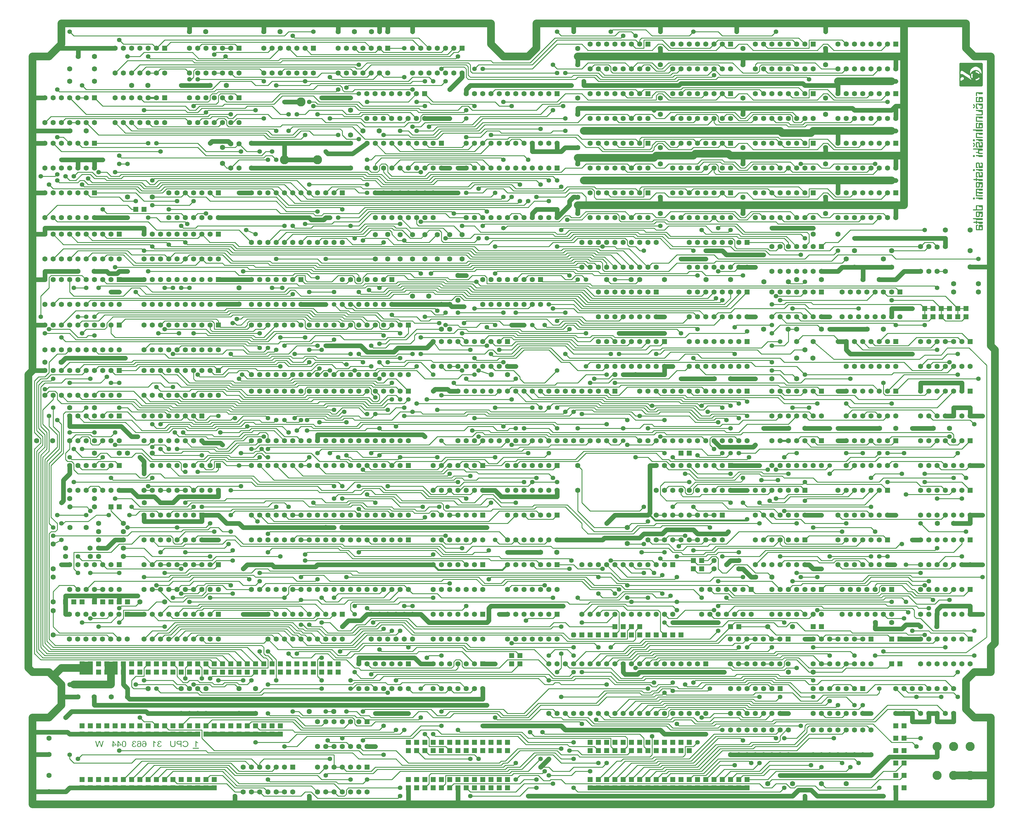
<source format=gbr>
G04 #@! TF.GenerationSoftware,KiCad,Pcbnew,7.0.7*
G04 #@! TF.CreationDate,2023-10-24T14:33:40+02:00*
G04 #@! TF.ProjectId,idp,6964702e-6b69-4636-9164-5f7063625858,1*
G04 #@! TF.SameCoordinates,Original*
G04 #@! TF.FileFunction,Copper,L2,Bot*
G04 #@! TF.FilePolarity,Positive*
%FSLAX46Y46*%
G04 Gerber Fmt 4.6, Leading zero omitted, Abs format (unit mm)*
G04 Created by KiCad (PCBNEW 7.0.7) date 2023-10-24 14:33:40*
%MOMM*%
%LPD*%
G01*
G04 APERTURE LIST*
G04 Aperture macros list*
%AMRoundRect*
0 Rectangle with rounded corners*
0 $1 Rounding radius*
0 $2 $3 $4 $5 $6 $7 $8 $9 X,Y pos of 4 corners*
0 Add a 4 corners polygon primitive as box body*
4,1,4,$2,$3,$4,$5,$6,$7,$8,$9,$2,$3,0*
0 Add four circle primitives for the rounded corners*
1,1,$1+$1,$2,$3*
1,1,$1+$1,$4,$5*
1,1,$1+$1,$6,$7*
1,1,$1+$1,$8,$9*
0 Add four rect primitives between the rounded corners*
20,1,$1+$1,$2,$3,$4,$5,0*
20,1,$1+$1,$4,$5,$6,$7,0*
20,1,$1+$1,$6,$7,$8,$9,0*
20,1,$1+$1,$8,$9,$2,$3,0*%
G04 Aperture macros list end*
G04 #@! TA.AperFunction,NonConductor*
%ADD10C,0.000000*%
G04 #@! TD*
%ADD11C,0.150000*%
G04 #@! TA.AperFunction,NonConductor*
%ADD12C,0.150000*%
G04 #@! TD*
G04 #@! TA.AperFunction,ComponentPad*
%ADD13C,1.600000*%
G04 #@! TD*
G04 #@! TA.AperFunction,ComponentPad*
%ADD14R,1.600000X1.600000*%
G04 #@! TD*
G04 #@! TA.AperFunction,ComponentPad*
%ADD15C,2.800000*%
G04 #@! TD*
G04 #@! TA.AperFunction,ComponentPad*
%ADD16RoundRect,0.600000X0.200000X-0.200000X0.200000X0.200000X-0.200000X0.200000X-0.200000X-0.200000X0*%
G04 #@! TD*
G04 #@! TA.AperFunction,ViaPad*
%ADD17C,1.400000*%
G04 #@! TD*
G04 #@! TA.AperFunction,Conductor*
%ADD18C,0.250000*%
G04 #@! TD*
G04 #@! TA.AperFunction,Conductor*
%ADD19C,1.400000*%
G04 #@! TD*
G04 #@! TA.AperFunction,Conductor*
%ADD20C,2.400000*%
G04 #@! TD*
G04 #@! TA.AperFunction,Conductor*
%ADD21C,0.600000*%
G04 #@! TD*
G04 APERTURE END LIST*
D10*
G04 #@! TA.AperFunction,NonConductor*
G36*
X355424736Y-79187356D02*
G01*
X355472240Y-79189436D01*
X355514504Y-79193259D01*
X355533762Y-79195915D01*
X355551818Y-79199114D01*
X355568710Y-79202895D01*
X355584474Y-79207292D01*
X355599146Y-79212343D01*
X355612763Y-79218083D01*
X355625361Y-79224549D01*
X355636976Y-79231778D01*
X355647645Y-79239804D01*
X355657404Y-79248666D01*
X355666290Y-79258398D01*
X355674338Y-79269038D01*
X355681586Y-79280621D01*
X355688070Y-79293185D01*
X355693826Y-79306764D01*
X355698891Y-79321396D01*
X355703300Y-79337117D01*
X355707091Y-79353963D01*
X355710299Y-79371970D01*
X355712962Y-79391175D01*
X355716795Y-79433322D01*
X355718881Y-79480696D01*
X355719512Y-79533586D01*
X355719512Y-80493078D01*
X355718834Y-80545227D01*
X355716627Y-80592050D01*
X355712634Y-80633818D01*
X355709887Y-80652892D01*
X355706597Y-80670803D01*
X355702731Y-80687586D01*
X355698257Y-80703274D01*
X355693143Y-80717902D01*
X355687356Y-80731502D01*
X355680865Y-80744110D01*
X355673636Y-80755758D01*
X355665639Y-80766481D01*
X355656840Y-80776312D01*
X355647207Y-80785285D01*
X355636709Y-80793435D01*
X355625312Y-80800794D01*
X355612985Y-80807397D01*
X355599695Y-80813277D01*
X355585409Y-80818468D01*
X355570097Y-80823005D01*
X355553725Y-80826921D01*
X355536261Y-80830249D01*
X355517674Y-80833023D01*
X355476997Y-80837048D01*
X355431437Y-80839264D01*
X355380736Y-80839942D01*
X355159388Y-80839942D01*
X355120564Y-80839507D01*
X355085299Y-80838147D01*
X355053449Y-80835785D01*
X355024867Y-80832340D01*
X354999408Y-80827734D01*
X354976926Y-80821887D01*
X354966756Y-80818474D01*
X354957276Y-80814721D01*
X354948468Y-80810618D01*
X354940313Y-80806155D01*
X354932793Y-80801323D01*
X354925891Y-80796112D01*
X354919587Y-80790511D01*
X354913863Y-80784511D01*
X354908702Y-80778102D01*
X354904086Y-80771274D01*
X354899995Y-80764017D01*
X354896412Y-80756322D01*
X354893319Y-80748177D01*
X354890697Y-80739574D01*
X354886796Y-80720953D01*
X354884561Y-80700379D01*
X354883849Y-80677773D01*
X354884037Y-80666197D01*
X354884611Y-80655115D01*
X354885587Y-80644518D01*
X354886981Y-80634397D01*
X354888808Y-80624745D01*
X354891084Y-80615554D01*
X354893826Y-80606814D01*
X354897047Y-80598518D01*
X354900765Y-80590658D01*
X354904995Y-80583225D01*
X354909753Y-80576211D01*
X354915054Y-80569607D01*
X354920914Y-80563406D01*
X354927349Y-80557600D01*
X354934375Y-80552179D01*
X354942007Y-80547137D01*
X354950260Y-80542464D01*
X354959152Y-80538152D01*
X354968697Y-80534193D01*
X354978911Y-80530579D01*
X354989809Y-80527301D01*
X355001409Y-80524352D01*
X355013724Y-80521722D01*
X355026772Y-80519405D01*
X355040567Y-80517391D01*
X355055126Y-80515672D01*
X355070463Y-80514241D01*
X355086596Y-80513088D01*
X355121308Y-80511586D01*
X355159388Y-80511100D01*
X355181985Y-80511100D01*
X355212606Y-80510545D01*
X355240196Y-80508777D01*
X355252900Y-80507388D01*
X355264901Y-80505636D01*
X355276218Y-80503501D01*
X355286867Y-80500964D01*
X355296868Y-80498004D01*
X355306239Y-80494603D01*
X355314998Y-80490739D01*
X355323163Y-80486394D01*
X355330752Y-80481547D01*
X355337784Y-80476179D01*
X355344276Y-80470270D01*
X355350248Y-80463800D01*
X355355716Y-80456749D01*
X355360700Y-80449098D01*
X355365217Y-80440826D01*
X355369287Y-80431915D01*
X355372926Y-80422344D01*
X355376153Y-80412093D01*
X355378986Y-80401142D01*
X355381444Y-80389472D01*
X355383544Y-80377064D01*
X355385306Y-80363896D01*
X355387884Y-80335205D01*
X355389324Y-80303242D01*
X355389772Y-80267847D01*
X355389772Y-80056129D01*
X355389466Y-80017023D01*
X355388378Y-79982304D01*
X355386258Y-79951716D01*
X355382854Y-79925002D01*
X355380592Y-79913016D01*
X355377915Y-79901903D01*
X355374791Y-79891629D01*
X355371189Y-79882163D01*
X355367078Y-79873472D01*
X355362425Y-79865525D01*
X355357201Y-79858288D01*
X355351372Y-79851730D01*
X355344909Y-79845819D01*
X355337779Y-79840522D01*
X355329950Y-79835808D01*
X355321393Y-79831644D01*
X355312074Y-79827998D01*
X355301963Y-79824837D01*
X355291029Y-79822130D01*
X355279239Y-79819845D01*
X355252968Y-79816411D01*
X355222900Y-79814276D01*
X355188783Y-79813184D01*
X355150365Y-79812877D01*
X354752868Y-79812877D01*
X354720599Y-79812593D01*
X354691420Y-79811663D01*
X354665139Y-79809967D01*
X354641565Y-79807387D01*
X354620505Y-79803804D01*
X354601767Y-79799099D01*
X354593210Y-79796288D01*
X354585161Y-79793153D01*
X354577596Y-79789678D01*
X354570493Y-79785848D01*
X354563826Y-79781649D01*
X354557571Y-79777065D01*
X354551706Y-79772082D01*
X354546205Y-79766686D01*
X354541045Y-79760860D01*
X354536202Y-79754590D01*
X354531652Y-79747862D01*
X354527370Y-79740660D01*
X354519518Y-79724777D01*
X354512452Y-79706822D01*
X354505983Y-79686676D01*
X354499917Y-79664221D01*
X354493216Y-79641766D01*
X354486542Y-79621621D01*
X354479709Y-79603667D01*
X354476176Y-79595474D01*
X354472532Y-79587784D01*
X354468757Y-79580583D01*
X354464826Y-79573855D01*
X354460717Y-79567585D01*
X354456405Y-79561760D01*
X354451869Y-79556363D01*
X354447085Y-79551380D01*
X354442029Y-79546796D01*
X354436679Y-79542597D01*
X354431011Y-79538768D01*
X354425002Y-79535293D01*
X354418630Y-79532158D01*
X354411870Y-79529347D01*
X354404700Y-79526847D01*
X354397097Y-79524642D01*
X354389037Y-79522718D01*
X354380497Y-79521059D01*
X354371455Y-79519651D01*
X354361886Y-79518479D01*
X354341078Y-79516783D01*
X354317888Y-79515853D01*
X354292130Y-79515569D01*
X354156620Y-79515569D01*
X354120484Y-79516023D01*
X354088167Y-79517514D01*
X354059462Y-79520231D01*
X354046400Y-79522110D01*
X354034164Y-79524368D01*
X354022730Y-79527027D01*
X354012070Y-79530114D01*
X354002159Y-79533651D01*
X353992973Y-79537662D01*
X353984484Y-79542171D01*
X353976668Y-79547202D01*
X353969498Y-79552780D01*
X353962950Y-79558927D01*
X353956998Y-79565668D01*
X353951615Y-79573028D01*
X353946776Y-79581028D01*
X353942456Y-79589695D01*
X353938629Y-79599051D01*
X353935269Y-79609120D01*
X353932351Y-79619927D01*
X353929849Y-79631495D01*
X353927738Y-79643849D01*
X353925991Y-79657011D01*
X353923489Y-79685860D01*
X353922138Y-79718232D01*
X353921733Y-79754319D01*
X353921733Y-80276858D01*
X353921925Y-80311953D01*
X353922633Y-80343090D01*
X353924056Y-80370531D01*
X353926392Y-80394542D01*
X353929839Y-80415384D01*
X353932042Y-80424701D01*
X353934596Y-80433324D01*
X353937528Y-80441287D01*
X353940862Y-80448624D01*
X353944623Y-80455367D01*
X353948836Y-80461549D01*
X353953524Y-80467203D01*
X353958714Y-80472362D01*
X353964430Y-80477059D01*
X353970697Y-80481327D01*
X353977540Y-80485199D01*
X353984983Y-80488709D01*
X353993051Y-80491888D01*
X354001769Y-80494771D01*
X354021255Y-80499777D01*
X354043639Y-80503991D01*
X354069120Y-80507677D01*
X354097895Y-80511100D01*
X354123948Y-80513959D01*
X354147936Y-80517505D01*
X354169912Y-80521789D01*
X354189930Y-80526866D01*
X354208043Y-80532787D01*
X354224302Y-80539605D01*
X354231754Y-80543368D01*
X354238762Y-80547374D01*
X354245334Y-80551631D01*
X354251475Y-80556146D01*
X354257193Y-80560924D01*
X354262495Y-80565973D01*
X354267385Y-80571299D01*
X354271873Y-80576909D01*
X354275963Y-80582810D01*
X354279663Y-80589007D01*
X354282979Y-80595507D01*
X354285918Y-80602318D01*
X354288486Y-80609446D01*
X354290691Y-80616897D01*
X354292538Y-80624678D01*
X354294035Y-80632795D01*
X354296002Y-80650066D01*
X354296646Y-80668762D01*
X354296433Y-80680350D01*
X354295791Y-80691470D01*
X354294714Y-80702128D01*
X354293197Y-80712331D01*
X354291232Y-80722085D01*
X354288815Y-80731397D01*
X354285940Y-80740273D01*
X354282601Y-80748721D01*
X354278793Y-80756746D01*
X354274508Y-80764355D01*
X354269743Y-80771556D01*
X354264490Y-80778353D01*
X354258744Y-80784755D01*
X354252500Y-80790768D01*
X354245751Y-80796398D01*
X354238491Y-80801652D01*
X354230716Y-80806536D01*
X354222419Y-80811057D01*
X354213594Y-80815222D01*
X354204235Y-80819037D01*
X354194338Y-80822509D01*
X354183895Y-80825645D01*
X354172901Y-80828450D01*
X354161351Y-80830933D01*
X354149238Y-80833098D01*
X354136557Y-80834954D01*
X354123302Y-80836505D01*
X354109468Y-80837760D01*
X354080036Y-80839406D01*
X354048215Y-80839942D01*
X353948838Y-80839942D01*
X353893468Y-80839412D01*
X353844021Y-80837602D01*
X353800171Y-80834181D01*
X353761594Y-80828821D01*
X353744182Y-80825310D01*
X353727967Y-80821190D01*
X353712908Y-80816421D01*
X353698965Y-80810960D01*
X353686097Y-80804767D01*
X353674263Y-80797800D01*
X353663424Y-80790018D01*
X353653539Y-80781380D01*
X353644566Y-80771844D01*
X353636466Y-80761370D01*
X353629198Y-80749916D01*
X353622722Y-80737441D01*
X353616997Y-80723903D01*
X353611982Y-80709262D01*
X353607637Y-80693476D01*
X353603921Y-80676504D01*
X353600795Y-80658304D01*
X353598217Y-80638836D01*
X353594543Y-80595930D01*
X353592577Y-80547454D01*
X353591993Y-80493078D01*
X353591993Y-79533586D01*
X353592577Y-79479954D01*
X353594543Y-79432029D01*
X353598217Y-79389502D01*
X353600795Y-79370166D01*
X353603921Y-79352063D01*
X353607637Y-79335154D01*
X353611982Y-79319401D01*
X353616997Y-79304764D01*
X353622722Y-79291206D01*
X353629198Y-79278687D01*
X353636466Y-79267168D01*
X353644566Y-79256611D01*
X353653539Y-79246977D01*
X353663424Y-79238227D01*
X353674263Y-79230323D01*
X353686097Y-79223226D01*
X353698965Y-79216896D01*
X353712908Y-79211295D01*
X353727967Y-79206385D01*
X353744182Y-79202127D01*
X353761594Y-79198481D01*
X353780244Y-79195410D01*
X353800171Y-79192873D01*
X353844021Y-79189252D01*
X353893468Y-79187306D01*
X353948838Y-79186726D01*
X355371700Y-79186726D01*
X355424736Y-79187356D01*
G37*
G04 #@! TD.AperFunction*
G04 #@! TA.AperFunction,NonConductor*
G36*
X355394942Y-95057224D02*
G01*
X355448013Y-95058996D01*
X355495102Y-95062311D01*
X355536554Y-95067468D01*
X355555274Y-95070830D01*
X355572713Y-95074763D01*
X355588914Y-95079305D01*
X355603922Y-95084492D01*
X355617778Y-95090363D01*
X355630526Y-95096954D01*
X355642208Y-95104302D01*
X355652868Y-95112444D01*
X355662549Y-95121418D01*
X355671294Y-95131260D01*
X355679145Y-95142008D01*
X355686146Y-95153698D01*
X355692340Y-95166369D01*
X355697770Y-95180056D01*
X355702478Y-95194798D01*
X355706508Y-95210631D01*
X355709903Y-95227592D01*
X355712706Y-95245719D01*
X355716707Y-95285617D01*
X355718855Y-95330623D01*
X355719495Y-95381032D01*
X355718657Y-95425201D01*
X355715966Y-95464941D01*
X355713843Y-95483219D01*
X355711158Y-95500472D01*
X355707878Y-95516726D01*
X355703968Y-95532010D01*
X355699397Y-95546350D01*
X355694131Y-95559774D01*
X355688138Y-95572308D01*
X355681383Y-95583981D01*
X355673835Y-95594819D01*
X355665459Y-95604849D01*
X355656223Y-95614100D01*
X355646094Y-95622597D01*
X355635039Y-95630368D01*
X355623024Y-95637440D01*
X355610016Y-95643841D01*
X355595983Y-95649598D01*
X355580892Y-95654738D01*
X355564708Y-95659289D01*
X355547400Y-95663276D01*
X355528933Y-95666729D01*
X355509276Y-95669673D01*
X355488395Y-95672136D01*
X355442827Y-95675729D01*
X355391966Y-95677725D01*
X355335546Y-95678342D01*
X354644441Y-95678340D01*
X354612222Y-95678056D01*
X354583179Y-95677125D01*
X354557100Y-95675429D01*
X354533773Y-95672848D01*
X354512988Y-95669264D01*
X354494531Y-95664558D01*
X354486111Y-95661747D01*
X354478192Y-95658612D01*
X354470751Y-95655136D01*
X354463759Y-95651306D01*
X354457191Y-95647107D01*
X354451020Y-95642523D01*
X354445219Y-95637540D01*
X354439762Y-95632143D01*
X354434623Y-95626317D01*
X354429775Y-95620047D01*
X354425192Y-95613319D01*
X354420847Y-95606118D01*
X354412766Y-95590236D01*
X354405320Y-95572282D01*
X354398297Y-95552139D01*
X354391486Y-95529686D01*
X354385532Y-95507282D01*
X354379412Y-95487280D01*
X354372960Y-95469547D01*
X354369559Y-95461491D01*
X354366012Y-95453953D01*
X354362301Y-95446916D01*
X354358402Y-95440364D01*
X354354298Y-95434281D01*
X354349965Y-95428650D01*
X354345385Y-95423454D01*
X354340535Y-95418677D01*
X354335396Y-95414303D01*
X354329947Y-95410315D01*
X354324167Y-95406696D01*
X354318036Y-95403430D01*
X354311532Y-95400501D01*
X354304635Y-95397892D01*
X354297325Y-95395586D01*
X354289581Y-95393568D01*
X354281382Y-95391820D01*
X354272707Y-95390326D01*
X354253848Y-95388034D01*
X354232839Y-95386560D01*
X354209514Y-95385773D01*
X354183708Y-95385540D01*
X353858479Y-95385540D01*
X353820399Y-95385054D01*
X353785687Y-95383551D01*
X353754217Y-95380967D01*
X353725864Y-95377234D01*
X353700501Y-95372286D01*
X353678003Y-95366059D01*
X353667789Y-95362445D01*
X353658245Y-95358486D01*
X353649353Y-95354173D01*
X353641100Y-95349500D01*
X353633468Y-95344457D01*
X353626443Y-95339036D01*
X353620008Y-95333230D01*
X353614148Y-95327029D01*
X353608847Y-95320425D01*
X353604090Y-95313411D01*
X353599860Y-95305978D01*
X353596142Y-95298118D01*
X353592921Y-95289822D01*
X353590179Y-95281082D01*
X353586076Y-95262239D01*
X353583706Y-95241522D01*
X353582944Y-95218865D01*
X353583145Y-95207699D01*
X353583756Y-95197001D01*
X353584790Y-95186763D01*
X353586261Y-95176977D01*
X353588183Y-95167638D01*
X353590567Y-95158736D01*
X353593427Y-95150264D01*
X353596778Y-95142216D01*
X353600631Y-95134584D01*
X353605000Y-95127360D01*
X353609899Y-95120536D01*
X353615340Y-95114107D01*
X353621337Y-95108063D01*
X353627903Y-95102397D01*
X353635051Y-95097103D01*
X353642795Y-95092173D01*
X353651147Y-95087599D01*
X353660122Y-95083374D01*
X353669732Y-95079490D01*
X353679990Y-95075941D01*
X353690909Y-95072718D01*
X353702504Y-95069814D01*
X353714787Y-95067222D01*
X353727771Y-95064934D01*
X353741469Y-95062944D01*
X353755896Y-95061242D01*
X353771063Y-95059823D01*
X353786985Y-95058679D01*
X353821144Y-95057184D01*
X353858479Y-95056699D01*
X355335546Y-95056699D01*
X355394942Y-95057224D01*
G37*
G04 #@! TD.AperFunction*
G04 #@! TA.AperFunction,NonConductor*
G36*
X355394942Y-93066137D02*
G01*
X355448013Y-93067909D01*
X355495102Y-93071225D01*
X355536554Y-93076382D01*
X355555274Y-93079743D01*
X355572713Y-93083676D01*
X355588914Y-93088218D01*
X355603922Y-93093406D01*
X355617778Y-93099277D01*
X355630526Y-93105868D01*
X355642208Y-93113216D01*
X355652868Y-93121358D01*
X355662549Y-93130331D01*
X355671294Y-93140174D01*
X355679145Y-93150922D01*
X355686146Y-93162612D01*
X355692340Y-93175283D01*
X355697770Y-93188970D01*
X355702478Y-93203712D01*
X355706508Y-93219545D01*
X355709903Y-93236507D01*
X355712706Y-93254633D01*
X355716707Y-93294532D01*
X355718855Y-93339538D01*
X355719495Y-93389948D01*
X355718657Y-93434167D01*
X355715966Y-93474050D01*
X355713843Y-93492430D01*
X355711158Y-93509803D01*
X355707878Y-93526194D01*
X355703968Y-93541629D01*
X355699397Y-93556134D01*
X355694131Y-93569734D01*
X355688138Y-93582455D01*
X355681383Y-93594322D01*
X355673835Y-93605360D01*
X355665459Y-93615597D01*
X355656223Y-93625056D01*
X355646094Y-93633764D01*
X355635039Y-93641746D01*
X355623024Y-93649028D01*
X355610016Y-93655635D01*
X355595983Y-93661592D01*
X355580892Y-93666927D01*
X355564708Y-93671663D01*
X355547400Y-93675827D01*
X355528933Y-93679444D01*
X355509276Y-93682540D01*
X355488395Y-93685140D01*
X355442827Y-93688955D01*
X355391966Y-93691094D01*
X355335546Y-93691761D01*
X354870292Y-93691761D01*
X354834106Y-93692165D01*
X354801646Y-93693512D01*
X354772718Y-93696007D01*
X354759520Y-93697748D01*
X354747132Y-93699854D01*
X354735533Y-93702349D01*
X354724696Y-93705259D01*
X354714599Y-93708609D01*
X354705217Y-93712426D01*
X354696527Y-93716734D01*
X354688505Y-93721559D01*
X354681125Y-93726927D01*
X354674366Y-93732863D01*
X354668202Y-93739393D01*
X354662609Y-93746543D01*
X354657564Y-93754337D01*
X354653042Y-93762803D01*
X354649020Y-93771964D01*
X354645474Y-93781848D01*
X354642379Y-93792479D01*
X354639712Y-93803882D01*
X354637448Y-93816085D01*
X354635564Y-93829111D01*
X354632839Y-93857738D01*
X354631345Y-93889969D01*
X354630889Y-93926007D01*
X354630889Y-94151239D01*
X354631295Y-94188068D01*
X354632653Y-94220991D01*
X354635176Y-94250218D01*
X354636940Y-94263512D01*
X354639075Y-94275962D01*
X354641606Y-94287593D01*
X354644561Y-94298432D01*
X354647967Y-94308506D01*
X354651848Y-94317841D01*
X354656232Y-94326463D01*
X354661146Y-94334399D01*
X354666616Y-94341675D01*
X354672667Y-94348318D01*
X354679328Y-94354353D01*
X354686624Y-94359808D01*
X354694581Y-94364709D01*
X354703227Y-94369081D01*
X354712588Y-94372953D01*
X354722689Y-94376349D01*
X354733559Y-94379296D01*
X354745222Y-94381821D01*
X354757706Y-94383950D01*
X354771037Y-94385710D01*
X354800345Y-94388226D01*
X354833360Y-94389581D01*
X354870292Y-94389986D01*
X355443956Y-94389984D01*
X355482036Y-94390419D01*
X355516749Y-94391779D01*
X355548219Y-94394141D01*
X355576573Y-94397585D01*
X355601936Y-94402191D01*
X355624434Y-94408037D01*
X355644192Y-94415203D01*
X355653083Y-94419306D01*
X355661337Y-94423768D01*
X355668968Y-94428600D01*
X355675994Y-94433811D01*
X355682428Y-94439412D01*
X355688288Y-94445412D01*
X355693589Y-94451821D01*
X355698346Y-94458649D01*
X355702576Y-94465905D01*
X355706294Y-94473601D01*
X355709515Y-94481745D01*
X355712256Y-94490348D01*
X355716359Y-94508970D01*
X355718729Y-94529544D01*
X355719491Y-94552152D01*
X355719290Y-94563727D01*
X355718678Y-94574809D01*
X355717641Y-94585406D01*
X355716165Y-94595527D01*
X355714236Y-94605179D01*
X355711839Y-94614370D01*
X355708961Y-94623110D01*
X355705587Y-94631406D01*
X355701704Y-94639266D01*
X355697298Y-94646699D01*
X355692354Y-94653714D01*
X355686858Y-94660317D01*
X355680796Y-94666518D01*
X355674155Y-94672324D01*
X355666920Y-94677745D01*
X355659077Y-94682787D01*
X355650612Y-94687461D01*
X355641510Y-94691772D01*
X355631759Y-94695731D01*
X355621344Y-94699345D01*
X355610250Y-94702623D01*
X355598464Y-94705572D01*
X355585972Y-94708202D01*
X355572759Y-94710519D01*
X355558812Y-94712533D01*
X355544116Y-94714252D01*
X355528658Y-94715683D01*
X355512423Y-94716836D01*
X355477567Y-94718338D01*
X355439435Y-94718825D01*
X354572168Y-94718825D01*
X354539949Y-94718541D01*
X354510906Y-94717610D01*
X354484827Y-94715913D01*
X354461501Y-94713332D01*
X354440715Y-94709748D01*
X354422259Y-94705042D01*
X354413838Y-94702232D01*
X354405919Y-94699096D01*
X354398478Y-94695621D01*
X354391486Y-94691791D01*
X354384918Y-94687591D01*
X354378747Y-94683007D01*
X354372946Y-94678024D01*
X354367489Y-94672627D01*
X354362350Y-94666801D01*
X354357502Y-94660532D01*
X354352919Y-94653804D01*
X354348574Y-94646602D01*
X354340493Y-94630720D01*
X354333047Y-94612767D01*
X354326024Y-94592623D01*
X354319213Y-94570171D01*
X354313259Y-94547716D01*
X354307139Y-94527570D01*
X354300687Y-94509615D01*
X354297286Y-94501422D01*
X354293739Y-94493733D01*
X354290027Y-94486531D01*
X354286129Y-94479803D01*
X354282024Y-94473533D01*
X354277692Y-94467708D01*
X354273111Y-94462311D01*
X354268262Y-94457328D01*
X354263123Y-94452744D01*
X354257674Y-94448545D01*
X354251894Y-94444715D01*
X354245762Y-94441240D01*
X354239258Y-94438105D01*
X354232361Y-94435295D01*
X354225051Y-94432795D01*
X354217306Y-94430590D01*
X354209107Y-94428666D01*
X354200432Y-94427007D01*
X354191261Y-94425599D01*
X354181573Y-94424427D01*
X354160563Y-94422731D01*
X354137237Y-94421801D01*
X354111431Y-94421517D01*
X353862995Y-94421517D01*
X353824865Y-94421081D01*
X353790009Y-94419722D01*
X353758316Y-94417360D01*
X353729673Y-94413915D01*
X353703968Y-94409309D01*
X353681089Y-94403463D01*
X353660922Y-94396297D01*
X353651821Y-94392194D01*
X353643356Y-94387731D01*
X353635513Y-94382900D01*
X353628277Y-94377688D01*
X353621636Y-94372088D01*
X353615574Y-94366088D01*
X353610078Y-94359679D01*
X353605134Y-94352851D01*
X353600727Y-94345594D01*
X353596844Y-94337899D01*
X353593471Y-94329754D01*
X353590592Y-94321151D01*
X353588196Y-94312080D01*
X353586266Y-94302530D01*
X353583753Y-94281956D01*
X353582940Y-94259349D01*
X353583141Y-94247774D01*
X353583753Y-94236691D01*
X353584790Y-94226094D01*
X353586266Y-94215974D01*
X353588196Y-94206322D01*
X353590592Y-94197130D01*
X353593471Y-94188391D01*
X353596844Y-94180095D01*
X353600727Y-94172234D01*
X353605134Y-94164801D01*
X353610078Y-94157787D01*
X353615574Y-94151184D01*
X353621636Y-94144983D01*
X353628277Y-94139176D01*
X353635513Y-94133756D01*
X353643356Y-94128713D01*
X353651821Y-94124040D01*
X353660922Y-94119728D01*
X353670673Y-94115769D01*
X353681089Y-94112155D01*
X353692183Y-94108878D01*
X353703968Y-94105928D01*
X353716461Y-94103299D01*
X353729673Y-94100982D01*
X353743620Y-94098968D01*
X353758316Y-94097249D01*
X353773774Y-94095817D01*
X353790009Y-94094664D01*
X353824865Y-94093162D01*
X353862995Y-94092676D01*
X354066262Y-94092676D01*
X354102397Y-94092270D01*
X354134713Y-94090908D01*
X354163418Y-94088371D01*
X354176479Y-94086595D01*
X354188714Y-94084443D01*
X354200149Y-94081888D01*
X354210809Y-94078904D01*
X354220719Y-94075462D01*
X354229906Y-94071537D01*
X354238395Y-94067100D01*
X354246211Y-94062125D01*
X354253381Y-94056583D01*
X354259929Y-94050449D01*
X354265882Y-94043694D01*
X354271265Y-94036292D01*
X354276104Y-94028215D01*
X354280424Y-94019436D01*
X354284251Y-94009928D01*
X354287611Y-93999664D01*
X354290530Y-93988615D01*
X354293032Y-93976756D01*
X354295144Y-93964059D01*
X354296891Y-93950497D01*
X354299393Y-93920667D01*
X354300744Y-93887049D01*
X354301149Y-93849426D01*
X354301149Y-93637706D01*
X354300842Y-93598599D01*
X354299755Y-93563880D01*
X354297635Y-93533292D01*
X354294231Y-93506577D01*
X354291969Y-93494592D01*
X354289292Y-93483479D01*
X354286168Y-93473205D01*
X354282566Y-93463739D01*
X354278455Y-93455048D01*
X354273803Y-93447100D01*
X354268578Y-93439864D01*
X354262750Y-93433306D01*
X354256286Y-93427395D01*
X354249156Y-93422098D01*
X354241328Y-93417384D01*
X354232771Y-93413220D01*
X354223452Y-93409574D01*
X354213342Y-93406413D01*
X354202407Y-93403707D01*
X354190618Y-93401421D01*
X354164348Y-93397987D01*
X354134280Y-93395852D01*
X354100163Y-93394760D01*
X354061746Y-93394453D01*
X352973144Y-93394453D01*
X352935064Y-93394017D01*
X352900352Y-93392650D01*
X352868882Y-93390267D01*
X352840528Y-93386782D01*
X352815165Y-93382109D01*
X352792667Y-93376162D01*
X352782453Y-93372685D01*
X352772908Y-93368857D01*
X352764017Y-93364667D01*
X352755763Y-93360106D01*
X352748131Y-93355162D01*
X352741106Y-93349824D01*
X352734671Y-93344082D01*
X352728810Y-93337926D01*
X352723509Y-93331343D01*
X352718752Y-93324325D01*
X352714522Y-93316859D01*
X352710804Y-93308936D01*
X352707582Y-93300544D01*
X352704841Y-93291672D01*
X352700737Y-93272449D01*
X352698367Y-93251181D01*
X352697605Y-93227780D01*
X352697806Y-93216614D01*
X352698417Y-93205916D01*
X352699451Y-93195678D01*
X352700922Y-93185892D01*
X352702843Y-93176552D01*
X352705227Y-93167650D01*
X352708088Y-93159179D01*
X352711438Y-93151131D01*
X352715291Y-93143498D01*
X352719660Y-93136274D01*
X352724559Y-93129451D01*
X352730000Y-93123021D01*
X352735997Y-93116977D01*
X352742563Y-93111311D01*
X352749711Y-93106017D01*
X352757455Y-93101087D01*
X352765807Y-93096513D01*
X352774782Y-93092288D01*
X352784391Y-93088404D01*
X352794650Y-93084854D01*
X352805569Y-93081631D01*
X352817164Y-93078727D01*
X352829447Y-93076135D01*
X352842431Y-93073848D01*
X352856130Y-93071857D01*
X352870557Y-93070156D01*
X352885725Y-93068737D01*
X352901647Y-93067592D01*
X352935808Y-93066098D01*
X352973144Y-93065613D01*
X355335546Y-93065613D01*
X355394942Y-93066137D01*
G37*
G04 #@! TD.AperFunction*
G04 #@! TA.AperFunction,NonConductor*
G36*
X355394942Y-105376263D02*
G01*
X355448013Y-105378042D01*
X355495102Y-105381379D01*
X355536554Y-105386576D01*
X355555274Y-105389968D01*
X355572713Y-105393938D01*
X355588914Y-105398525D01*
X355603922Y-105403768D01*
X355617778Y-105409703D01*
X355630526Y-105416369D01*
X355642208Y-105423804D01*
X355652868Y-105432045D01*
X355662549Y-105441131D01*
X355671294Y-105451099D01*
X355679145Y-105461988D01*
X355686146Y-105473836D01*
X355692340Y-105486680D01*
X355697770Y-105500558D01*
X355702478Y-105515508D01*
X355706508Y-105531569D01*
X355709903Y-105548778D01*
X355712706Y-105567173D01*
X355716707Y-105607673D01*
X355718855Y-105653373D01*
X355719495Y-105704576D01*
X355718657Y-105748795D01*
X355715966Y-105788678D01*
X355713843Y-105807058D01*
X355711158Y-105824431D01*
X355707878Y-105840822D01*
X355703968Y-105856257D01*
X355699397Y-105870762D01*
X355694131Y-105884362D01*
X355688138Y-105897082D01*
X355681383Y-105908949D01*
X355673835Y-105919988D01*
X355665459Y-105930224D01*
X355656223Y-105939683D01*
X355646094Y-105948391D01*
X355635039Y-105956373D01*
X355623024Y-105963654D01*
X355610016Y-105970261D01*
X355595983Y-105976219D01*
X355580892Y-105981553D01*
X355564708Y-105986289D01*
X355547400Y-105990453D01*
X355528933Y-105994070D01*
X355509276Y-105997165D01*
X355488395Y-105999765D01*
X355442827Y-106003580D01*
X355391966Y-106005719D01*
X355335546Y-106006386D01*
X354743815Y-106006386D01*
X354711595Y-106006103D01*
X354682552Y-106005172D01*
X354656473Y-106003475D01*
X354633147Y-106000894D01*
X354612362Y-105997310D01*
X354593906Y-105992604D01*
X354585485Y-105989793D01*
X354577567Y-105986657D01*
X354570126Y-105983182D01*
X354563134Y-105979352D01*
X354556566Y-105975152D01*
X354550395Y-105970569D01*
X354544595Y-105965586D01*
X354539138Y-105960189D01*
X354533999Y-105954363D01*
X354529152Y-105948093D01*
X354524569Y-105941366D01*
X354520224Y-105934164D01*
X354512143Y-105918283D01*
X354504697Y-105900330D01*
X354497674Y-105880186D01*
X354490864Y-105857735D01*
X354484909Y-105835279D01*
X354478789Y-105815134D01*
X354472337Y-105797179D01*
X354468936Y-105788985D01*
X354465389Y-105781295D01*
X354461677Y-105774094D01*
X354457779Y-105767366D01*
X354453674Y-105761096D01*
X354449341Y-105755270D01*
X354444760Y-105749873D01*
X354439911Y-105744890D01*
X354434771Y-105740307D01*
X354429322Y-105736107D01*
X354423542Y-105732278D01*
X354417410Y-105728803D01*
X354410906Y-105725667D01*
X354404009Y-105722857D01*
X354396698Y-105720357D01*
X354388954Y-105718152D01*
X354380754Y-105716228D01*
X354372079Y-105714569D01*
X354362907Y-105713161D01*
X354353219Y-105711989D01*
X354332209Y-105710293D01*
X354308883Y-105709362D01*
X354283077Y-105709079D01*
X354156599Y-105709079D01*
X354120413Y-105709533D01*
X354087953Y-105711023D01*
X354059025Y-105713740D01*
X354045827Y-105715619D01*
X354033440Y-105717876D01*
X354021840Y-105720536D01*
X354011004Y-105723623D01*
X354000907Y-105727159D01*
X353991526Y-105731170D01*
X353982836Y-105735679D01*
X353974813Y-105740711D01*
X353967434Y-105746288D01*
X353960675Y-105752435D01*
X353954511Y-105759176D01*
X353948918Y-105766535D01*
X353943873Y-105774536D01*
X353939352Y-105783202D01*
X353935330Y-105792558D01*
X353931784Y-105802628D01*
X353928689Y-105813435D01*
X353926022Y-105825003D01*
X353923758Y-105837356D01*
X353921875Y-105850519D01*
X353919150Y-105879368D01*
X353917656Y-105911740D01*
X353917200Y-105947828D01*
X353917200Y-106159546D01*
X353917606Y-106196324D01*
X353918964Y-106229104D01*
X353921487Y-106258109D01*
X353923251Y-106271267D01*
X353925386Y-106283564D01*
X353927917Y-106295031D01*
X353930872Y-106305694D01*
X353934277Y-106315582D01*
X353938159Y-106324722D01*
X353942543Y-106333143D01*
X353947457Y-106340873D01*
X353952926Y-106347940D01*
X353958978Y-106354372D01*
X353965638Y-106360197D01*
X353972934Y-106365442D01*
X353980892Y-106370137D01*
X353989537Y-106374309D01*
X353998898Y-106377985D01*
X354008999Y-106381195D01*
X354019868Y-106383966D01*
X354031531Y-106386327D01*
X354057345Y-106389927D01*
X354086654Y-106392222D01*
X354119668Y-106393433D01*
X354156599Y-106393788D01*
X355335542Y-106393788D01*
X355394938Y-106394363D01*
X355448009Y-106396277D01*
X355495098Y-106399815D01*
X355536550Y-106405260D01*
X355555269Y-106408786D01*
X355572708Y-106412896D01*
X355588910Y-106417624D01*
X355603917Y-106423006D01*
X355617774Y-106429077D01*
X355630521Y-106435874D01*
X355642204Y-106443431D01*
X355652864Y-106451784D01*
X355662545Y-106460969D01*
X355671290Y-106471020D01*
X355679141Y-106481974D01*
X355686142Y-106493865D01*
X355692336Y-106506730D01*
X355697766Y-106520604D01*
X355702474Y-106535522D01*
X355706504Y-106551519D01*
X355709899Y-106568632D01*
X355712702Y-106586896D01*
X355716703Y-106627016D01*
X355718851Y-106672165D01*
X355719491Y-106722626D01*
X355718653Y-106766795D01*
X355715962Y-106806535D01*
X355713839Y-106824813D01*
X355711154Y-106842066D01*
X355707873Y-106858320D01*
X355703964Y-106873604D01*
X355699393Y-106887944D01*
X355694127Y-106901368D01*
X355688134Y-106913902D01*
X355681379Y-106925575D01*
X355673831Y-106936413D01*
X355665455Y-106946443D01*
X355656219Y-106955693D01*
X355646090Y-106964190D01*
X355635035Y-106971961D01*
X355623020Y-106979033D01*
X355610012Y-106985434D01*
X355595979Y-106991191D01*
X355580887Y-106996331D01*
X355564704Y-107000881D01*
X355547396Y-107004869D01*
X355528929Y-107008321D01*
X355509272Y-107011265D01*
X355488390Y-107013728D01*
X355442823Y-107017321D01*
X355391961Y-107019317D01*
X355335542Y-107019934D01*
X354743810Y-107019934D01*
X354711591Y-107019650D01*
X354682548Y-107018719D01*
X354656469Y-107017022D01*
X354633143Y-107014441D01*
X354612358Y-107010857D01*
X354593902Y-107006151D01*
X354585481Y-107003340D01*
X354577563Y-107000204D01*
X354570122Y-106996729D01*
X354563130Y-106992899D01*
X354556562Y-106988699D01*
X354550391Y-106984115D01*
X354544590Y-106979132D01*
X354539134Y-106973735D01*
X354533995Y-106967909D01*
X354529147Y-106961639D01*
X354524564Y-106954911D01*
X354520219Y-106947710D01*
X354512138Y-106931828D01*
X354504693Y-106913874D01*
X354497670Y-106893730D01*
X354490859Y-106871278D01*
X354484905Y-106848823D01*
X354478785Y-106828678D01*
X354472333Y-106810724D01*
X354468931Y-106802531D01*
X354465385Y-106794841D01*
X354461673Y-106787640D01*
X354457775Y-106780912D01*
X354453669Y-106774642D01*
X354449337Y-106768816D01*
X354444756Y-106763420D01*
X354439906Y-106758437D01*
X354434767Y-106753853D01*
X354429318Y-106749654D01*
X354423537Y-106745825D01*
X354417406Y-106742350D01*
X354410901Y-106739214D01*
X354404005Y-106736404D01*
X354396694Y-106733904D01*
X354388949Y-106731699D01*
X354380750Y-106729775D01*
X354372075Y-106728116D01*
X354362903Y-106726708D01*
X354353215Y-106725536D01*
X354332205Y-106723840D01*
X354308879Y-106722910D01*
X354283072Y-106722626D01*
X354156595Y-106722626D01*
X354120409Y-106723080D01*
X354087948Y-106724571D01*
X354059021Y-106727288D01*
X354045823Y-106729167D01*
X354033436Y-106731424D01*
X354021836Y-106734084D01*
X354011000Y-106737171D01*
X354000903Y-106740708D01*
X353991521Y-106744719D01*
X353982831Y-106749228D01*
X353974809Y-106754259D01*
X353967430Y-106759837D01*
X353960670Y-106765984D01*
X353954506Y-106772725D01*
X353948914Y-106780084D01*
X353943869Y-106788085D01*
X353939348Y-106796752D01*
X353935326Y-106806108D01*
X353931779Y-106816177D01*
X353928685Y-106826984D01*
X353926018Y-106838552D01*
X353923754Y-106850906D01*
X353921870Y-106864068D01*
X353919145Y-106892916D01*
X353917651Y-106925288D01*
X353917196Y-106961375D01*
X353917196Y-107173093D01*
X353917602Y-107209922D01*
X353918960Y-107242845D01*
X353921483Y-107272072D01*
X353923247Y-107285366D01*
X353925381Y-107297815D01*
X353927913Y-107309447D01*
X353930868Y-107320286D01*
X353934273Y-107330360D01*
X353938155Y-107339694D01*
X353942539Y-107348317D01*
X353947452Y-107356252D01*
X353952922Y-107363528D01*
X353958974Y-107370171D01*
X353965634Y-107376206D01*
X353972930Y-107381661D01*
X353980887Y-107386562D01*
X353989533Y-107390934D01*
X353998893Y-107394805D01*
X354008995Y-107398201D01*
X354019864Y-107401149D01*
X354031527Y-107403674D01*
X354044010Y-107405803D01*
X354057341Y-107407562D01*
X354086649Y-107410079D01*
X354119663Y-107411433D01*
X354156595Y-107411838D01*
X355443947Y-107411838D01*
X355482028Y-107412274D01*
X355516741Y-107413633D01*
X355548211Y-107415995D01*
X355576565Y-107419440D01*
X355601928Y-107424046D01*
X355624425Y-107429892D01*
X355644184Y-107437059D01*
X355653075Y-107441161D01*
X355661328Y-107445624D01*
X355668960Y-107450456D01*
X355675985Y-107455667D01*
X355682420Y-107461268D01*
X355688280Y-107467267D01*
X355693580Y-107473676D01*
X355698338Y-107480504D01*
X355702567Y-107487761D01*
X355706285Y-107495457D01*
X355709506Y-107503602D01*
X355712247Y-107512205D01*
X355716351Y-107530826D01*
X355718720Y-107551401D01*
X355719482Y-107574008D01*
X355719281Y-107585583D01*
X355718670Y-107596665D01*
X355717633Y-107607262D01*
X355716156Y-107617382D01*
X355714227Y-107627034D01*
X355711830Y-107636225D01*
X355708952Y-107644965D01*
X355705579Y-107653261D01*
X355701696Y-107661121D01*
X355697289Y-107668554D01*
X355692345Y-107675568D01*
X355686849Y-107682171D01*
X355680788Y-107688372D01*
X355674146Y-107694179D01*
X355666911Y-107699599D01*
X355659068Y-107704642D01*
X355650603Y-107709315D01*
X355641502Y-107713627D01*
X355631751Y-107717587D01*
X355621335Y-107721201D01*
X355610242Y-107724478D01*
X355598456Y-107727428D01*
X355585963Y-107730057D01*
X355572751Y-107732375D01*
X355558804Y-107734389D01*
X355544108Y-107736108D01*
X355528650Y-107737539D01*
X355512415Y-107738692D01*
X355477558Y-107740195D01*
X355439427Y-107740681D01*
X353948829Y-107740681D01*
X353893460Y-107740101D01*
X353844012Y-107738156D01*
X353800162Y-107734534D01*
X353761586Y-107728927D01*
X353744174Y-107725281D01*
X353727958Y-107721023D01*
X353712900Y-107716113D01*
X353698956Y-107710512D01*
X353686088Y-107704183D01*
X353674255Y-107697085D01*
X353663416Y-107689181D01*
X353653530Y-107680432D01*
X353644558Y-107670798D01*
X353636458Y-107660241D01*
X353629190Y-107648722D01*
X353622713Y-107636203D01*
X353616988Y-107622645D01*
X353611973Y-107608008D01*
X353607628Y-107592255D01*
X353603913Y-107575346D01*
X353600786Y-107557243D01*
X353598208Y-107537907D01*
X353594534Y-107495379D01*
X353592568Y-107447454D01*
X353591985Y-107393821D01*
X353591976Y-105722597D01*
X353592560Y-105668964D01*
X353594526Y-105621039D01*
X353598199Y-105578511D01*
X353600778Y-105559175D01*
X353603904Y-105541072D01*
X353607620Y-105524163D01*
X353611965Y-105508409D01*
X353616980Y-105493773D01*
X353622705Y-105480215D01*
X353629181Y-105467695D01*
X353636449Y-105456177D01*
X353644549Y-105445620D01*
X353653522Y-105435986D01*
X353663407Y-105427237D01*
X353674246Y-105419332D01*
X353686080Y-105412235D01*
X353698948Y-105405905D01*
X353712891Y-105400305D01*
X353727950Y-105395395D01*
X353744165Y-105391137D01*
X353761577Y-105387491D01*
X353780227Y-105384420D01*
X353800154Y-105381883D01*
X353844004Y-105378262D01*
X353893451Y-105376317D01*
X353948821Y-105375737D01*
X355335546Y-105375737D01*
X355394942Y-105376263D01*
G37*
G04 #@! TD.AperFunction*
G04 #@! TA.AperFunction,NonConductor*
G36*
X354471685Y-91088752D02*
G01*
X354519332Y-91090976D01*
X354561818Y-91095020D01*
X354581213Y-91097812D01*
X354599421Y-91101163D01*
X354616479Y-91105109D01*
X354632419Y-91109682D01*
X354647278Y-91114919D01*
X354661089Y-91120853D01*
X354673889Y-91127520D01*
X354685710Y-91134954D01*
X354696589Y-91143190D01*
X354706560Y-91152262D01*
X354715657Y-91162205D01*
X354723916Y-91173054D01*
X354731370Y-91184843D01*
X354738056Y-91197607D01*
X354744006Y-91211381D01*
X354749258Y-91226199D01*
X354753844Y-91242096D01*
X354757800Y-91259106D01*
X354761160Y-91277265D01*
X354763960Y-91296606D01*
X354768016Y-91338976D01*
X354770246Y-91386492D01*
X354770928Y-91439433D01*
X354770928Y-91880889D01*
X354771283Y-91918461D01*
X354772498Y-91951935D01*
X354774799Y-91981542D01*
X354778409Y-92007513D01*
X354780776Y-92019207D01*
X354783555Y-92030079D01*
X354786774Y-92040157D01*
X354790461Y-92049471D01*
X354794644Y-92058049D01*
X354799352Y-92065921D01*
X354804612Y-92073114D01*
X354810453Y-92079658D01*
X354816902Y-92085582D01*
X354823989Y-92090914D01*
X354831740Y-92095684D01*
X354840184Y-92099920D01*
X354849350Y-92103651D01*
X354859265Y-92106907D01*
X354869957Y-92109715D01*
X354881455Y-92112105D01*
X354893787Y-92114106D01*
X354906981Y-92115747D01*
X354936066Y-92118062D01*
X354968935Y-92119281D01*
X355005815Y-92119637D01*
X355154877Y-92119637D01*
X355191806Y-92119232D01*
X355224818Y-92117877D01*
X355254126Y-92115362D01*
X355267456Y-92113602D01*
X355279939Y-92111473D01*
X355291602Y-92108949D01*
X355302471Y-92106002D01*
X355312572Y-92102606D01*
X355321933Y-92098735D01*
X355330578Y-92094362D01*
X355338536Y-92089462D01*
X355345832Y-92084008D01*
X355352493Y-92077972D01*
X355358545Y-92071330D01*
X355364015Y-92064054D01*
X355368929Y-92056118D01*
X355373313Y-92047496D01*
X355377195Y-92038161D01*
X355380601Y-92028087D01*
X355383556Y-92017248D01*
X355386088Y-92005617D01*
X355388223Y-91993167D01*
X355389988Y-91979873D01*
X355392511Y-91950644D01*
X355393870Y-91917720D01*
X355394275Y-91880889D01*
X355394275Y-91642142D01*
X355393874Y-91609276D01*
X355392547Y-91579808D01*
X355390108Y-91553546D01*
X355388414Y-91541559D01*
X355386372Y-91530301D01*
X355383960Y-91519749D01*
X355381155Y-91509879D01*
X355377932Y-91500668D01*
X355374269Y-91492091D01*
X355370144Y-91484124D01*
X355365532Y-91476744D01*
X355360410Y-91469926D01*
X355354756Y-91463647D01*
X355348546Y-91457882D01*
X355341756Y-91452608D01*
X355334365Y-91447802D01*
X355326348Y-91443438D01*
X355317683Y-91439493D01*
X355308347Y-91435943D01*
X355298315Y-91432764D01*
X355287565Y-91429932D01*
X355276074Y-91427424D01*
X355263819Y-91425216D01*
X355236923Y-91421601D01*
X355206692Y-91418896D01*
X355172941Y-91416911D01*
X355142913Y-91414890D01*
X355115446Y-91412158D01*
X355090453Y-91408633D01*
X355067850Y-91404238D01*
X355047549Y-91398893D01*
X355029464Y-91392519D01*
X355021227Y-91388921D01*
X355013511Y-91385036D01*
X355006306Y-91380854D01*
X354999601Y-91376366D01*
X354993387Y-91371561D01*
X354987651Y-91366429D01*
X354982383Y-91360960D01*
X354977573Y-91355146D01*
X354973209Y-91348974D01*
X354969281Y-91342437D01*
X354965779Y-91335524D01*
X354962690Y-91328224D01*
X354960005Y-91320529D01*
X354957714Y-91312428D01*
X354955804Y-91303911D01*
X354954265Y-91294968D01*
X354952259Y-91275766D01*
X354951610Y-91254743D01*
X354951811Y-91243577D01*
X354952421Y-91232878D01*
X354953452Y-91222640D01*
X354954918Y-91212855D01*
X354956831Y-91203515D01*
X354959202Y-91194613D01*
X354962045Y-91186142D01*
X354965372Y-91178093D01*
X354969196Y-91170461D01*
X354973527Y-91163236D01*
X354978380Y-91156413D01*
X354983766Y-91149983D01*
X354989699Y-91143939D01*
X354996189Y-91138274D01*
X355003250Y-91132980D01*
X355010895Y-91128049D01*
X355019134Y-91123475D01*
X355027982Y-91119250D01*
X355037450Y-91115366D01*
X355047551Y-91111817D01*
X355058297Y-91108594D01*
X355069700Y-91105690D01*
X355081774Y-91103098D01*
X355094529Y-91100810D01*
X355107980Y-91098820D01*
X355122138Y-91097119D01*
X355137015Y-91095699D01*
X355152624Y-91094555D01*
X355186088Y-91093060D01*
X355222629Y-91092575D01*
X355371691Y-91092575D01*
X355424727Y-91093255D01*
X355472230Y-91095479D01*
X355514494Y-91099524D01*
X355533751Y-91102316D01*
X355551808Y-91105667D01*
X355568700Y-91109612D01*
X355584464Y-91114186D01*
X355599136Y-91119423D01*
X355612753Y-91125358D01*
X355625350Y-91132025D01*
X355636966Y-91139459D01*
X355647635Y-91147695D01*
X355657394Y-91156767D01*
X355666280Y-91166711D01*
X355674328Y-91177560D01*
X355681577Y-91189349D01*
X355688060Y-91202113D01*
X355693817Y-91215887D01*
X355698881Y-91230705D01*
X355703291Y-91246602D01*
X355707082Y-91263612D01*
X355710290Y-91281771D01*
X355712953Y-91301112D01*
X355716786Y-91343481D01*
X355718873Y-91390998D01*
X355719504Y-91443938D01*
X355719504Y-92398929D01*
X355718873Y-92451870D01*
X355716787Y-92499387D01*
X355712953Y-92541756D01*
X355710291Y-92561098D01*
X355707082Y-92579256D01*
X355703291Y-92596267D01*
X355698882Y-92612163D01*
X355693818Y-92626981D01*
X355688062Y-92640755D01*
X355681578Y-92653519D01*
X355674330Y-92665308D01*
X355666281Y-92676157D01*
X355657395Y-92686100D01*
X355647636Y-92695172D01*
X355636967Y-92703408D01*
X355625352Y-92710842D01*
X355612755Y-92717509D01*
X355599138Y-92723444D01*
X355584466Y-92728680D01*
X355568702Y-92733254D01*
X355551810Y-92737199D01*
X355533753Y-92740550D01*
X355514495Y-92743342D01*
X355472232Y-92747387D01*
X355424727Y-92749611D01*
X355371691Y-92750290D01*
X354793503Y-92750286D01*
X354738133Y-92749706D01*
X354688685Y-92747761D01*
X354644835Y-92744140D01*
X354606258Y-92738532D01*
X354588846Y-92734886D01*
X354572631Y-92730628D01*
X354557572Y-92725718D01*
X354543628Y-92720118D01*
X354530760Y-92713788D01*
X354518927Y-92706691D01*
X354508088Y-92698787D01*
X354498203Y-92690037D01*
X354489230Y-92680403D01*
X354481130Y-92669847D01*
X354473863Y-92658328D01*
X354467386Y-92645809D01*
X354461661Y-92632251D01*
X354456646Y-92617614D01*
X354452302Y-92601861D01*
X354448586Y-92584952D01*
X354445460Y-92566849D01*
X354442882Y-92547513D01*
X354439208Y-92504986D01*
X354437242Y-92457061D01*
X354436659Y-92403428D01*
X354436659Y-91660159D01*
X354436253Y-91623330D01*
X354434895Y-91590407D01*
X354432372Y-91561180D01*
X354430608Y-91547886D01*
X354428473Y-91535436D01*
X354425942Y-91523805D01*
X354422987Y-91512966D01*
X354419581Y-91502892D01*
X354415700Y-91493557D01*
X354411316Y-91484935D01*
X354406402Y-91476999D01*
X354400932Y-91469723D01*
X354394881Y-91463080D01*
X354388220Y-91457044D01*
X354380924Y-91451590D01*
X354372966Y-91446689D01*
X354364321Y-91442316D01*
X354354960Y-91438445D01*
X354344859Y-91435049D01*
X354333989Y-91432102D01*
X354322326Y-91429577D01*
X354309842Y-91427447D01*
X354296511Y-91425688D01*
X354267203Y-91423171D01*
X354234188Y-91421817D01*
X354197256Y-91421412D01*
X354161119Y-91421412D01*
X354124189Y-91421767D01*
X354091176Y-91422986D01*
X354061868Y-91425301D01*
X354036054Y-91428942D01*
X354024391Y-91431332D01*
X354013522Y-91434140D01*
X354003420Y-91437395D01*
X353994060Y-91441126D01*
X353985414Y-91445362D01*
X353977456Y-91450132D01*
X353970160Y-91455464D01*
X353963499Y-91461387D01*
X353957447Y-91467931D01*
X353951977Y-91475124D01*
X353947063Y-91482995D01*
X353942678Y-91491573D01*
X353938797Y-91500887D01*
X353935391Y-91510966D01*
X353932436Y-91521838D01*
X353929903Y-91533532D01*
X353927768Y-91546078D01*
X353926004Y-91559504D01*
X353923481Y-91589111D01*
X353922122Y-91622586D01*
X353921716Y-91660159D01*
X353921716Y-92191709D01*
X353922004Y-92223734D01*
X353922961Y-92252380D01*
X353924725Y-92277860D01*
X353927435Y-92300383D01*
X353931230Y-92320162D01*
X353933578Y-92329087D01*
X353936250Y-92337406D01*
X353939262Y-92345144D01*
X353942632Y-92352328D01*
X353946378Y-92358984D01*
X353950517Y-92365139D01*
X353955066Y-92370818D01*
X353960042Y-92376049D01*
X353965464Y-92380857D01*
X353971347Y-92385269D01*
X353977711Y-92389312D01*
X353984571Y-92393012D01*
X353991946Y-92396395D01*
X353999852Y-92399488D01*
X354017330Y-92404908D01*
X354037143Y-92409483D01*
X354059430Y-92413425D01*
X354084330Y-92416944D01*
X354107152Y-92419857D01*
X354128213Y-92423555D01*
X354147554Y-92428083D01*
X354165214Y-92433489D01*
X354173426Y-92436535D01*
X354181233Y-92439818D01*
X354188640Y-92443344D01*
X354195651Y-92447117D01*
X354202272Y-92451145D01*
X354208508Y-92455432D01*
X354214363Y-92459985D01*
X354219843Y-92464809D01*
X354224952Y-92469911D01*
X354229695Y-92475295D01*
X354234078Y-92480968D01*
X354238105Y-92486935D01*
X354241782Y-92493203D01*
X354245112Y-92499776D01*
X354248102Y-92506662D01*
X354250757Y-92513865D01*
X354253080Y-92521391D01*
X354255077Y-92529247D01*
X354256754Y-92537437D01*
X354258115Y-92545968D01*
X354259908Y-92564076D01*
X354260497Y-92583615D01*
X354260311Y-92594398D01*
X354259749Y-92604788D01*
X354258807Y-92614789D01*
X354257479Y-92624403D01*
X354255761Y-92633635D01*
X354253648Y-92642488D01*
X354251135Y-92650965D01*
X354248216Y-92659068D01*
X354244887Y-92666802D01*
X354241142Y-92674170D01*
X354236978Y-92681175D01*
X354232388Y-92687821D01*
X354227368Y-92694110D01*
X354221914Y-92700046D01*
X354216019Y-92705632D01*
X354209679Y-92710872D01*
X354202889Y-92715769D01*
X354195645Y-92720326D01*
X354187940Y-92724546D01*
X354179771Y-92728433D01*
X354171132Y-92731991D01*
X354162018Y-92735221D01*
X354152425Y-92738128D01*
X354142346Y-92740716D01*
X354131779Y-92742986D01*
X354120716Y-92744943D01*
X354109154Y-92746590D01*
X354097088Y-92747930D01*
X354084512Y-92748967D01*
X354071422Y-92749703D01*
X354043678Y-92750288D01*
X353948829Y-92750288D01*
X353893460Y-92749709D01*
X353844012Y-92747763D01*
X353800162Y-92744142D01*
X353761586Y-92738534D01*
X353744174Y-92734889D01*
X353727959Y-92730630D01*
X353712900Y-92725720D01*
X353698956Y-92720120D01*
X353686088Y-92713790D01*
X353674255Y-92706693D01*
X353663416Y-92698789D01*
X353653530Y-92690039D01*
X353644558Y-92680405D01*
X353636458Y-92669849D01*
X353629190Y-92658330D01*
X353622713Y-92645811D01*
X353616988Y-92632253D01*
X353611973Y-92617616D01*
X353607628Y-92601863D01*
X353603913Y-92584954D01*
X353600786Y-92566851D01*
X353598208Y-92547515D01*
X353594534Y-92504988D01*
X353592568Y-92457063D01*
X353591985Y-92403431D01*
X353591985Y-91434930D01*
X353592568Y-91381297D01*
X353594534Y-91333372D01*
X353598208Y-91290845D01*
X353600786Y-91271508D01*
X353603913Y-91253405D01*
X353607628Y-91236496D01*
X353611973Y-91220743D01*
X353616988Y-91206107D01*
X353622713Y-91192548D01*
X353629190Y-91180029D01*
X353636458Y-91168511D01*
X353644558Y-91157954D01*
X353653530Y-91148320D01*
X353663416Y-91139571D01*
X353674255Y-91131667D01*
X353686088Y-91124569D01*
X353698956Y-91118240D01*
X353712900Y-91112640D01*
X353727959Y-91107730D01*
X353744174Y-91103471D01*
X353761586Y-91099826D01*
X353780235Y-91096755D01*
X353800162Y-91094218D01*
X353844012Y-91090597D01*
X353893460Y-91088652D01*
X353948829Y-91088072D01*
X354418599Y-91088072D01*
X354471685Y-91088752D01*
G37*
G04 #@! TD.AperFunction*
G04 #@! TA.AperFunction,NonConductor*
G36*
X355394943Y-75732176D02*
G01*
X355448014Y-75733948D01*
X355495104Y-75737263D01*
X355536556Y-75742420D01*
X355555275Y-75745782D01*
X355572715Y-75749715D01*
X355588916Y-75754257D01*
X355603924Y-75759445D01*
X355617780Y-75765315D01*
X355630527Y-75771906D01*
X355642210Y-75779254D01*
X355652870Y-75787396D01*
X355662551Y-75796370D01*
X355671295Y-75806212D01*
X355679146Y-75816960D01*
X355686147Y-75828651D01*
X355692341Y-75841321D01*
X355697771Y-75855009D01*
X355702479Y-75869751D01*
X355706509Y-75885584D01*
X355709904Y-75902545D01*
X355712707Y-75920672D01*
X355716707Y-75960570D01*
X355718856Y-76005576D01*
X355719495Y-76055987D01*
X355718657Y-76100205D01*
X355715966Y-76140088D01*
X355713843Y-76158468D01*
X355711158Y-76175840D01*
X355707878Y-76192231D01*
X355703968Y-76207667D01*
X355699397Y-76222171D01*
X355694131Y-76235771D01*
X355688138Y-76248492D01*
X355681383Y-76260359D01*
X355673835Y-76271397D01*
X355665459Y-76281634D01*
X355656223Y-76291093D01*
X355646094Y-76299801D01*
X355635039Y-76307782D01*
X355623024Y-76315064D01*
X355610016Y-76321671D01*
X355595983Y-76327629D01*
X355580892Y-76332963D01*
X355564708Y-76337699D01*
X355547400Y-76341863D01*
X355528933Y-76345480D01*
X355509276Y-76348576D01*
X355488395Y-76351176D01*
X355442827Y-76354991D01*
X355391966Y-76357130D01*
X355335546Y-76357798D01*
X354644450Y-76357798D01*
X354612231Y-76357514D01*
X354583187Y-76356583D01*
X354557108Y-76354888D01*
X354533782Y-76352307D01*
X354512996Y-76348724D01*
X354494540Y-76344019D01*
X354486119Y-76341209D01*
X354478201Y-76338074D01*
X354470759Y-76334599D01*
X354463768Y-76330769D01*
X354457199Y-76326570D01*
X354451028Y-76321987D01*
X354445227Y-76317004D01*
X354439771Y-76311607D01*
X354434632Y-76305782D01*
X354429784Y-76299512D01*
X354425201Y-76292784D01*
X354420856Y-76285583D01*
X354412774Y-76269700D01*
X354405328Y-76251746D01*
X354398306Y-76231600D01*
X354391495Y-76209146D01*
X354385540Y-76185948D01*
X354379420Y-76165252D01*
X354372969Y-76146917D01*
X354369567Y-76138593D01*
X354366021Y-76130807D01*
X354362309Y-76123542D01*
X354358411Y-76116781D01*
X354354306Y-76110507D01*
X354349974Y-76104702D01*
X354345393Y-76099349D01*
X354340544Y-76094431D01*
X354335405Y-76089931D01*
X354329956Y-76085830D01*
X354324176Y-76082112D01*
X354318044Y-76078759D01*
X354311540Y-76075755D01*
X354304644Y-76073081D01*
X354297334Y-76070720D01*
X354289589Y-76068656D01*
X354281390Y-76066871D01*
X354272715Y-76065347D01*
X354253856Y-76063014D01*
X354232847Y-76061519D01*
X354209522Y-76060724D01*
X354183716Y-76060490D01*
X354161119Y-76060490D01*
X354124933Y-76060944D01*
X354092473Y-76062434D01*
X354063545Y-76065152D01*
X354050347Y-76067031D01*
X354037959Y-76069288D01*
X354026360Y-76071948D01*
X354015523Y-76075035D01*
X354005426Y-76078571D01*
X353996044Y-76082582D01*
X353987354Y-76087092D01*
X353979332Y-76092123D01*
X353971952Y-76097700D01*
X353965193Y-76103848D01*
X353959029Y-76110589D01*
X353953436Y-76117948D01*
X353948391Y-76125949D01*
X353943869Y-76134615D01*
X353939847Y-76143971D01*
X353936301Y-76154041D01*
X353933206Y-76164848D01*
X353930539Y-76176416D01*
X353928275Y-76188769D01*
X353926391Y-76201932D01*
X353923666Y-76230780D01*
X353922172Y-76263152D01*
X353921716Y-76299239D01*
X353921716Y-76650602D01*
X353921278Y-76688629D01*
X353919908Y-76723390D01*
X353917518Y-76754997D01*
X353914023Y-76783561D01*
X353909337Y-76809196D01*
X353903375Y-76832013D01*
X353896049Y-76852125D01*
X353891848Y-76861201D01*
X353887274Y-76869643D01*
X353882316Y-76877465D01*
X353876964Y-76884680D01*
X353871206Y-76891304D01*
X353865033Y-76897349D01*
X353858432Y-76902830D01*
X353851394Y-76907760D01*
X353843908Y-76912155D01*
X353835963Y-76916027D01*
X353827548Y-76919391D01*
X353818653Y-76922262D01*
X353809266Y-76924652D01*
X353799377Y-76926576D01*
X353778050Y-76929082D01*
X353754586Y-76929893D01*
X353743389Y-76929693D01*
X353732661Y-76929082D01*
X353722395Y-76928048D01*
X353712583Y-76926576D01*
X353703217Y-76924652D01*
X353694291Y-76922262D01*
X353685796Y-76919391D01*
X353677726Y-76916027D01*
X353670072Y-76912155D01*
X353662828Y-76907760D01*
X353655986Y-76902830D01*
X353649539Y-76897349D01*
X353643478Y-76891304D01*
X353637798Y-76884680D01*
X353632489Y-76877465D01*
X353627546Y-76869643D01*
X353622959Y-76861201D01*
X353618722Y-76852125D01*
X353614828Y-76842400D01*
X353611269Y-76832013D01*
X353608037Y-76820950D01*
X353605126Y-76809196D01*
X353602527Y-76796738D01*
X353600233Y-76783561D01*
X353598237Y-76769652D01*
X353596531Y-76754997D01*
X353595108Y-76739581D01*
X353593961Y-76723390D01*
X353592462Y-76688629D01*
X353591976Y-76650602D01*
X353591976Y-76078511D01*
X353592560Y-76024878D01*
X353594526Y-75976953D01*
X353598199Y-75934426D01*
X353600777Y-75915089D01*
X353603904Y-75896986D01*
X353607619Y-75880077D01*
X353611964Y-75864324D01*
X353616979Y-75849687D01*
X353622704Y-75836129D01*
X353629180Y-75823610D01*
X353636448Y-75812091D01*
X353644548Y-75801534D01*
X353653520Y-75791901D01*
X353663405Y-75783151D01*
X353674245Y-75775247D01*
X353686078Y-75768149D01*
X353698946Y-75761820D01*
X353712889Y-75756219D01*
X353727948Y-75751309D01*
X353744163Y-75747051D01*
X353761575Y-75743405D01*
X353780225Y-75740334D01*
X353800152Y-75737798D01*
X353844002Y-75734176D01*
X353893451Y-75732231D01*
X353948821Y-75731651D01*
X355335546Y-75731651D01*
X355394943Y-75732176D01*
G37*
G04 #@! TD.AperFunction*
G04 #@! TA.AperFunction,NonConductor*
G36*
X355394951Y-99380551D02*
G01*
X355448022Y-99382322D01*
X355495111Y-99385638D01*
X355536563Y-99390795D01*
X355555282Y-99394157D01*
X355572721Y-99398090D01*
X355588923Y-99402632D01*
X355603930Y-99407819D01*
X355617786Y-99413690D01*
X355630534Y-99420281D01*
X355642217Y-99427629D01*
X355652877Y-99435771D01*
X355662558Y-99444745D01*
X355671302Y-99454588D01*
X355679154Y-99465336D01*
X355686155Y-99477026D01*
X355692349Y-99489697D01*
X355697778Y-99503385D01*
X355702487Y-99518127D01*
X355706517Y-99533960D01*
X355709912Y-99550922D01*
X355712715Y-99569049D01*
X355716716Y-99608948D01*
X355718864Y-99653955D01*
X355719504Y-99704366D01*
X355718666Y-99748533D01*
X355715975Y-99788274D01*
X355713852Y-99806551D01*
X355711167Y-99823804D01*
X355707886Y-99840058D01*
X355703977Y-99855342D01*
X355699406Y-99869682D01*
X355694140Y-99883106D01*
X355688146Y-99895640D01*
X355681392Y-99907313D01*
X355673843Y-99918150D01*
X355665468Y-99928181D01*
X355656232Y-99937431D01*
X355646103Y-99945928D01*
X355635047Y-99953699D01*
X355623032Y-99960772D01*
X355610025Y-99967173D01*
X355595992Y-99972930D01*
X355580900Y-99978069D01*
X355564717Y-99982620D01*
X355547408Y-99986607D01*
X355528942Y-99990060D01*
X355509285Y-99993004D01*
X355488403Y-99995467D01*
X355442835Y-99999060D01*
X355391974Y-100001056D01*
X355335555Y-100001673D01*
X354644450Y-100001669D01*
X354612231Y-100001385D01*
X354583187Y-100000454D01*
X354557108Y-99998757D01*
X354533782Y-99996176D01*
X354512996Y-99992592D01*
X354494540Y-99987886D01*
X354486119Y-99985075D01*
X354478201Y-99981940D01*
X354470759Y-99978464D01*
X354463768Y-99974634D01*
X354457199Y-99970434D01*
X354451028Y-99965850D01*
X354445227Y-99960867D01*
X354439771Y-99955470D01*
X354434632Y-99949644D01*
X354429784Y-99943375D01*
X354425201Y-99936647D01*
X354420856Y-99929445D01*
X354412774Y-99913563D01*
X354405328Y-99895609D01*
X354398306Y-99875466D01*
X354391495Y-99853013D01*
X354385540Y-99830608D01*
X354379420Y-99810606D01*
X354372969Y-99792873D01*
X354369567Y-99784816D01*
X354366021Y-99777278D01*
X354362309Y-99770241D01*
X354358411Y-99763689D01*
X354354306Y-99757606D01*
X354349974Y-99751975D01*
X354345393Y-99746779D01*
X354340544Y-99742002D01*
X354335405Y-99737628D01*
X354329956Y-99733639D01*
X354324176Y-99730021D01*
X354318044Y-99726755D01*
X354311540Y-99723826D01*
X354304644Y-99721217D01*
X354297334Y-99718911D01*
X354289589Y-99716892D01*
X354281390Y-99715144D01*
X354272715Y-99713650D01*
X354253856Y-99711359D01*
X354232847Y-99709885D01*
X354209522Y-99709098D01*
X354183716Y-99708864D01*
X353858488Y-99708864D01*
X353820408Y-99708378D01*
X353785696Y-99706876D01*
X353754226Y-99704292D01*
X353725872Y-99700559D01*
X353700509Y-99695612D01*
X353678012Y-99689385D01*
X353667798Y-99685771D01*
X353658253Y-99681812D01*
X353649362Y-99677501D01*
X353641108Y-99672827D01*
X353633477Y-99667785D01*
X353626451Y-99662364D01*
X353620017Y-99656558D01*
X353614157Y-99650357D01*
X353608856Y-99643753D01*
X353604098Y-99636739D01*
X353599868Y-99629306D01*
X353596151Y-99621446D01*
X353592929Y-99613150D01*
X353590188Y-99604410D01*
X353586085Y-99585567D01*
X353583715Y-99564849D01*
X353582953Y-99542192D01*
X353583153Y-99531025D01*
X353583764Y-99520327D01*
X353584799Y-99510088D01*
X353586270Y-99500303D01*
X353588191Y-99490963D01*
X353590575Y-99482061D01*
X353593436Y-99473589D01*
X353596786Y-99465541D01*
X353600639Y-99457909D01*
X353605009Y-99450684D01*
X353609907Y-99443861D01*
X353615349Y-99437431D01*
X353621346Y-99431388D01*
X353627912Y-99425722D01*
X353635060Y-99420428D01*
X353642804Y-99415498D01*
X353651156Y-99410924D01*
X353660130Y-99406699D01*
X353669740Y-99402816D01*
X353679998Y-99399266D01*
X353690918Y-99396043D01*
X353702512Y-99393140D01*
X353714795Y-99390548D01*
X353727779Y-99388260D01*
X353741478Y-99386270D01*
X353755904Y-99384569D01*
X353771072Y-99383150D01*
X353786994Y-99382005D01*
X353821153Y-99380511D01*
X353858488Y-99380026D01*
X355335555Y-99380026D01*
X355394951Y-99380551D01*
G37*
G04 #@! TD.AperFunction*
G04 #@! TA.AperFunction,NonConductor*
G36*
X355424722Y-77169322D02*
G01*
X355472226Y-77171546D01*
X355514489Y-77175591D01*
X355533747Y-77178383D01*
X355551804Y-77181734D01*
X355568696Y-77185679D01*
X355584459Y-77190253D01*
X355599132Y-77195489D01*
X355612748Y-77201424D01*
X355625346Y-77208091D01*
X355636961Y-77215525D01*
X355647630Y-77223761D01*
X355657390Y-77232833D01*
X355666275Y-77242777D01*
X355674324Y-77253626D01*
X355681572Y-77265415D01*
X355688056Y-77278179D01*
X355693812Y-77291953D01*
X355698877Y-77306771D01*
X355703286Y-77322668D01*
X355707077Y-77339678D01*
X355710286Y-77357837D01*
X355712949Y-77377178D01*
X355716782Y-77419548D01*
X355718869Y-77467064D01*
X355719499Y-77520005D01*
X355719499Y-78474994D01*
X355718869Y-78527935D01*
X355716782Y-78575452D01*
X355712949Y-78617821D01*
X355710286Y-78637163D01*
X355707078Y-78655321D01*
X355703287Y-78672332D01*
X355698878Y-78688229D01*
X355693813Y-78703047D01*
X355688057Y-78716820D01*
X355681574Y-78729585D01*
X355674326Y-78741374D01*
X355666277Y-78752223D01*
X355657391Y-78762166D01*
X355647632Y-78771238D01*
X355636963Y-78779474D01*
X355625348Y-78786908D01*
X355612750Y-78793575D01*
X355599134Y-78799510D01*
X355584461Y-78804747D01*
X355568697Y-78809320D01*
X355551805Y-78813266D01*
X355533749Y-78816617D01*
X355514491Y-78819409D01*
X355472227Y-78823454D01*
X355424723Y-78825678D01*
X355371687Y-78826357D01*
X355154872Y-78826357D01*
X353948829Y-78826357D01*
X353892715Y-78825827D01*
X353842714Y-78824017D01*
X353798484Y-78820596D01*
X353759679Y-78815236D01*
X353742203Y-78811725D01*
X353725956Y-78807605D01*
X353710892Y-78802836D01*
X353696970Y-78797375D01*
X353684146Y-78791182D01*
X353672378Y-78784215D01*
X353661622Y-78776433D01*
X353651835Y-78767795D01*
X353642975Y-78758260D01*
X353634998Y-78747786D01*
X353627861Y-78736332D01*
X353621522Y-78723857D01*
X353615937Y-78710319D01*
X353611063Y-78695678D01*
X353606857Y-78679892D01*
X353603277Y-78662921D01*
X353600279Y-78644721D01*
X353597821Y-78625253D01*
X353594349Y-78582347D01*
X353592518Y-78533872D01*
X353591985Y-78479497D01*
X353591985Y-77520001D01*
X353592568Y-77465627D01*
X353594534Y-77417151D01*
X353598208Y-77374245D01*
X353600786Y-77354778D01*
X353603913Y-77336579D01*
X353607628Y-77319607D01*
X353611973Y-77303821D01*
X353616988Y-77289180D01*
X353622713Y-77275643D01*
X353629190Y-77263168D01*
X353636458Y-77251714D01*
X353644558Y-77241241D01*
X353653530Y-77231705D01*
X353663416Y-77223068D01*
X353674255Y-77215286D01*
X353686088Y-77208319D01*
X353698956Y-77202126D01*
X353712900Y-77196666D01*
X353727959Y-77191896D01*
X353744174Y-77187777D01*
X353761586Y-77184266D01*
X353780235Y-77181323D01*
X353800162Y-77178906D01*
X353844012Y-77175486D01*
X353893460Y-77173676D01*
X353948829Y-77173145D01*
X354003030Y-77173145D01*
X354037879Y-77173581D01*
X354069665Y-77174940D01*
X354098500Y-77177302D01*
X354124497Y-77180747D01*
X354147767Y-77185352D01*
X354168423Y-77191198D01*
X354177807Y-77194611D01*
X354186579Y-77198364D01*
X354194754Y-77202467D01*
X354202345Y-77206929D01*
X354209368Y-77211761D01*
X354215836Y-77216972D01*
X354221763Y-77222572D01*
X354227163Y-77228572D01*
X354232050Y-77234981D01*
X354236438Y-77241809D01*
X354240342Y-77249065D01*
X354243775Y-77256761D01*
X354246752Y-77264905D01*
X354249286Y-77273508D01*
X354253082Y-77292129D01*
X354255278Y-77312704D01*
X354255985Y-77335311D01*
X354255839Y-77344061D01*
X354255403Y-77352574D01*
X354254675Y-77360848D01*
X354253656Y-77368886D01*
X354252346Y-77376686D01*
X354250744Y-77384248D01*
X354248852Y-77391572D01*
X354246668Y-77398659D01*
X354244194Y-77405509D01*
X354241428Y-77412121D01*
X354238371Y-77418495D01*
X354235023Y-77424632D01*
X354231384Y-77430531D01*
X354227453Y-77436193D01*
X354223232Y-77441617D01*
X354218719Y-77446804D01*
X354213915Y-77451753D01*
X354208820Y-77456464D01*
X354203434Y-77460938D01*
X354197757Y-77465174D01*
X354191789Y-77469173D01*
X354185529Y-77472934D01*
X354178979Y-77476458D01*
X354172137Y-77479744D01*
X354165004Y-77482792D01*
X354157580Y-77485603D01*
X354149865Y-77488177D01*
X354141859Y-77490513D01*
X354133562Y-77492611D01*
X354124973Y-77494472D01*
X354106923Y-77497481D01*
X354043682Y-77506491D01*
X354034576Y-77507853D01*
X354025886Y-77509413D01*
X354017602Y-77511186D01*
X354009717Y-77513185D01*
X354002222Y-77515426D01*
X353995109Y-77517922D01*
X353988371Y-77520686D01*
X353981998Y-77523734D01*
X353975982Y-77527078D01*
X353970315Y-77530733D01*
X353964989Y-77534714D01*
X353959995Y-77539033D01*
X353955326Y-77543706D01*
X353950973Y-77548745D01*
X353946927Y-77554166D01*
X353943180Y-77559982D01*
X353939725Y-77566206D01*
X353936553Y-77572854D01*
X353933655Y-77579940D01*
X353931024Y-77587476D01*
X353928650Y-77595478D01*
X353926527Y-77603958D01*
X353924645Y-77612932D01*
X353922996Y-77622414D01*
X353921572Y-77632416D01*
X353920365Y-77642954D01*
X353918567Y-77665692D01*
X353917537Y-77690740D01*
X353917209Y-77718209D01*
X353917209Y-78258769D01*
X353917614Y-78295548D01*
X353918973Y-78328328D01*
X353921495Y-78357333D01*
X353923260Y-78370490D01*
X353925394Y-78382788D01*
X353927926Y-78394255D01*
X353930881Y-78404918D01*
X353934286Y-78414805D01*
X353938167Y-78423946D01*
X353942552Y-78432367D01*
X353947465Y-78440097D01*
X353952935Y-78447164D01*
X353958986Y-78453596D01*
X353965647Y-78459420D01*
X353972943Y-78464666D01*
X353980900Y-78469361D01*
X353989546Y-78473532D01*
X353998906Y-78477209D01*
X354009008Y-78480419D01*
X354019877Y-78483190D01*
X354031540Y-78485550D01*
X354057354Y-78489151D01*
X354086662Y-78491445D01*
X354119676Y-78492657D01*
X354156608Y-78493011D01*
X354197260Y-78493011D01*
X354234190Y-78492607D01*
X354267203Y-78491252D01*
X354296511Y-78488735D01*
X354309841Y-78486976D01*
X354322325Y-78484847D01*
X354333988Y-78482322D01*
X354344857Y-78479374D01*
X354354959Y-78475978D01*
X354364319Y-78472107D01*
X354372965Y-78467735D01*
X354380923Y-78462834D01*
X354388219Y-78457379D01*
X354394880Y-78451344D01*
X354400932Y-78444702D01*
X354406402Y-78437426D01*
X354411316Y-78429490D01*
X354415701Y-78420868D01*
X354419583Y-78411533D01*
X354422988Y-78401459D01*
X354425944Y-78390620D01*
X354428476Y-78378989D01*
X354430611Y-78366539D01*
X354432375Y-78353245D01*
X354434899Y-78324018D01*
X354436257Y-78291095D01*
X354436613Y-78258769D01*
X354766407Y-78258769D01*
X354766767Y-78296290D01*
X354768013Y-78329620D01*
X354770397Y-78359005D01*
X354772095Y-78372294D01*
X354774171Y-78384688D01*
X354776658Y-78396217D01*
X354779586Y-78406913D01*
X354782987Y-78416805D01*
X354786893Y-78425925D01*
X354791335Y-78434302D01*
X354796344Y-78441967D01*
X354801952Y-78448951D01*
X354808190Y-78455284D01*
X354815090Y-78460997D01*
X354822683Y-78466120D01*
X354831001Y-78470684D01*
X354840074Y-78474720D01*
X354849935Y-78478257D01*
X354860615Y-78481326D01*
X354872144Y-78483958D01*
X354884556Y-78486184D01*
X354912149Y-78489537D01*
X354943647Y-78491630D01*
X354979299Y-78492707D01*
X355019358Y-78493011D01*
X355154872Y-78493011D01*
X355191007Y-78492607D01*
X355223323Y-78491252D01*
X355252028Y-78488735D01*
X355265089Y-78486976D01*
X355277324Y-78484847D01*
X355288759Y-78482322D01*
X355299418Y-78479374D01*
X355309328Y-78475978D01*
X355318515Y-78472107D01*
X355327003Y-78467734D01*
X355334820Y-78462834D01*
X355341989Y-78457379D01*
X355348537Y-78451344D01*
X355354490Y-78444701D01*
X355359873Y-78437425D01*
X355364711Y-78429489D01*
X355369031Y-78420867D01*
X355372858Y-78411532D01*
X355376218Y-78401458D01*
X355379136Y-78390618D01*
X355381638Y-78378987D01*
X355383750Y-78366537D01*
X355385497Y-78353243D01*
X355387999Y-78324015D01*
X355389350Y-78291092D01*
X355389755Y-78254262D01*
X355389755Y-78038037D01*
X355389448Y-77998931D01*
X355388361Y-77964213D01*
X355386241Y-77933626D01*
X355382837Y-77906911D01*
X355380575Y-77894926D01*
X355377898Y-77883813D01*
X355374774Y-77873540D01*
X355371172Y-77864074D01*
X355367061Y-77855383D01*
X355362409Y-77847436D01*
X355357184Y-77840199D01*
X355351356Y-77833641D01*
X355344892Y-77827730D01*
X355337762Y-77822434D01*
X355329934Y-77817719D01*
X355321377Y-77813555D01*
X355312058Y-77809909D01*
X355301948Y-77806749D01*
X355291013Y-77804042D01*
X355279224Y-77801757D01*
X355252954Y-77798322D01*
X355222886Y-77796187D01*
X355188769Y-77795095D01*
X355150352Y-77794789D01*
X355005806Y-77794789D01*
X354969620Y-77795243D01*
X354937160Y-77796733D01*
X354908233Y-77799450D01*
X354895034Y-77801329D01*
X354882647Y-77803586D01*
X354871047Y-77806246D01*
X354860211Y-77809332D01*
X354850114Y-77812869D01*
X354840733Y-77816880D01*
X354832043Y-77821389D01*
X354824020Y-77826420D01*
X354816641Y-77831997D01*
X354809882Y-77838144D01*
X354803718Y-77844885D01*
X354798125Y-77852244D01*
X354793080Y-77860245D01*
X354788559Y-77868911D01*
X354784537Y-77878267D01*
X354780991Y-77888336D01*
X354777896Y-77899143D01*
X354775229Y-77910711D01*
X354772966Y-77923064D01*
X354771082Y-77936227D01*
X354768357Y-77965075D01*
X354766863Y-77997447D01*
X354766407Y-78033534D01*
X354766407Y-78258769D01*
X354436613Y-78258769D01*
X354436663Y-78254266D01*
X354436663Y-77520005D01*
X354437246Y-77465630D01*
X354439213Y-77417154D01*
X354442886Y-77374248D01*
X354445464Y-77354780D01*
X354448591Y-77336580D01*
X354452306Y-77319608D01*
X354456651Y-77303822D01*
X354461665Y-77289181D01*
X354467391Y-77275644D01*
X354473867Y-77263169D01*
X354481135Y-77251715D01*
X354489234Y-77241241D01*
X354498207Y-77231706D01*
X354508092Y-77223068D01*
X354518931Y-77215286D01*
X354530765Y-77208320D01*
X354543633Y-77202127D01*
X354557576Y-77196666D01*
X354572635Y-77191896D01*
X354588850Y-77187777D01*
X354606262Y-77184266D01*
X354624912Y-77181323D01*
X354644839Y-77178906D01*
X354688689Y-77175486D01*
X354738137Y-77173676D01*
X354793508Y-77173145D01*
X355371687Y-77168642D01*
X355424722Y-77169322D01*
G37*
G04 #@! TD.AperFunction*
G04 #@! TA.AperFunction,NonConductor*
G36*
X352850518Y-79404305D02*
G01*
X352862357Y-79405609D01*
X352874965Y-79408247D01*
X352888365Y-79412277D01*
X352902580Y-79417758D01*
X352917631Y-79424748D01*
X352933540Y-79433306D01*
X352950330Y-79443490D01*
X352968023Y-79455358D01*
X352986641Y-79468969D01*
X353010068Y-79486976D01*
X353031670Y-79504015D01*
X353051611Y-79520217D01*
X353070057Y-79535714D01*
X353087174Y-79550637D01*
X353103128Y-79565119D01*
X353118085Y-79579291D01*
X353132209Y-79593285D01*
X353145666Y-79607232D01*
X353158623Y-79621263D01*
X353171245Y-79635512D01*
X353183697Y-79650109D01*
X353208755Y-79680873D01*
X353235123Y-79714610D01*
X353244505Y-79727250D01*
X353253229Y-79740001D01*
X353261303Y-79752868D01*
X353268734Y-79765854D01*
X353275528Y-79778963D01*
X353281694Y-79792198D01*
X353287239Y-79805562D01*
X353292169Y-79819059D01*
X353296491Y-79832692D01*
X353300215Y-79846465D01*
X353303345Y-79860381D01*
X353305890Y-79874445D01*
X353307857Y-79888658D01*
X353309253Y-79903024D01*
X353310085Y-79917548D01*
X353310361Y-79932232D01*
X353310361Y-80189208D01*
X353310085Y-80203892D01*
X353309253Y-80218416D01*
X353307857Y-80232783D01*
X353305890Y-80246997D01*
X353303345Y-80261060D01*
X353300215Y-80274977D01*
X353296491Y-80288750D01*
X353292169Y-80302383D01*
X353287239Y-80315881D01*
X353281694Y-80329245D01*
X353275528Y-80342480D01*
X353268734Y-80355588D01*
X353261303Y-80368574D01*
X353253229Y-80381441D01*
X353244505Y-80394192D01*
X353235123Y-80406830D01*
X353208755Y-80440569D01*
X353183697Y-80471334D01*
X353171245Y-80485931D01*
X353158623Y-80500179D01*
X353145666Y-80514211D01*
X353132209Y-80528157D01*
X353118085Y-80542151D01*
X353103128Y-80556323D01*
X353087174Y-80570804D01*
X353070057Y-80585728D01*
X353051611Y-80601224D01*
X353031670Y-80617426D01*
X353010068Y-80634464D01*
X352986641Y-80652471D01*
X352968023Y-80666082D01*
X352950331Y-80677951D01*
X352933542Y-80688134D01*
X352917635Y-80696692D01*
X352902586Y-80703683D01*
X352888373Y-80709164D01*
X352874975Y-80713194D01*
X352862370Y-80715832D01*
X352850534Y-80717136D01*
X352839446Y-80717165D01*
X352829083Y-80715976D01*
X352819424Y-80713629D01*
X352810445Y-80710181D01*
X352802126Y-80705692D01*
X352794443Y-80700219D01*
X352787374Y-80693822D01*
X352780898Y-80686557D01*
X352774991Y-80678485D01*
X352769632Y-80669662D01*
X352764799Y-80660149D01*
X352760468Y-80650002D01*
X352756619Y-80639281D01*
X352753228Y-80628044D01*
X352750274Y-80616349D01*
X352745587Y-80591821D01*
X352742378Y-80566162D01*
X352740472Y-80539841D01*
X352739689Y-80513326D01*
X352739459Y-80461024D01*
X352739813Y-80436982D01*
X352740631Y-80414333D01*
X352742025Y-80393064D01*
X352744107Y-80373166D01*
X352746992Y-80354626D01*
X352750791Y-80337433D01*
X352755618Y-80321577D01*
X352761586Y-80307047D01*
X352768807Y-80293832D01*
X352772923Y-80287714D01*
X352777394Y-80281920D01*
X352782235Y-80276449D01*
X352787461Y-80271301D01*
X352793084Y-80266472D01*
X352799119Y-80261963D01*
X352805580Y-80257771D01*
X352812482Y-80253895D01*
X352819838Y-80250334D01*
X352827663Y-80247087D01*
X352838149Y-80243447D01*
X352848904Y-80240400D01*
X352871063Y-80235789D01*
X352893824Y-80232668D01*
X352916871Y-80230450D01*
X352962562Y-80226377D01*
X352984574Y-80223348D01*
X353005609Y-80218876D01*
X353015662Y-80215915D01*
X353025352Y-80212373D01*
X353034641Y-80208177D01*
X353043488Y-80203254D01*
X353051853Y-80197529D01*
X353059699Y-80190930D01*
X353066984Y-80183384D01*
X353073671Y-80174816D01*
X353079718Y-80165155D01*
X353085087Y-80154325D01*
X353089739Y-80142255D01*
X353093633Y-80128870D01*
X353096730Y-80114098D01*
X353098992Y-80097865D01*
X353100378Y-80080098D01*
X353100848Y-80060722D01*
X353100378Y-80041347D01*
X353098992Y-80023580D01*
X353096730Y-80007347D01*
X353093633Y-79992574D01*
X353089739Y-79979190D01*
X353085087Y-79967120D01*
X353079718Y-79956290D01*
X353073671Y-79946628D01*
X353066984Y-79938061D01*
X353059699Y-79930515D01*
X353051853Y-79923916D01*
X353043488Y-79918191D01*
X353034641Y-79913267D01*
X353025352Y-79909071D01*
X353015662Y-79905530D01*
X353005609Y-79902569D01*
X352995233Y-79900115D01*
X352984574Y-79898096D01*
X352962562Y-79895068D01*
X352916871Y-79890995D01*
X352893824Y-79888777D01*
X352871063Y-79885656D01*
X352859889Y-79883573D01*
X352848904Y-79881045D01*
X352838149Y-79877998D01*
X352827663Y-79874358D01*
X352819838Y-79871110D01*
X352812482Y-79867550D01*
X352805580Y-79863674D01*
X352799119Y-79859482D01*
X352793084Y-79854973D01*
X352787461Y-79850144D01*
X352782235Y-79844995D01*
X352777394Y-79839525D01*
X352772923Y-79833731D01*
X352768807Y-79827613D01*
X352765033Y-79821169D01*
X352761586Y-79814397D01*
X352758453Y-79807297D01*
X352755618Y-79799867D01*
X352753069Y-79792105D01*
X352750791Y-79784011D01*
X352748770Y-79775583D01*
X352746992Y-79766819D01*
X352745442Y-79757717D01*
X352744107Y-79748278D01*
X352742025Y-79728379D01*
X352740631Y-79707110D01*
X352739813Y-79684460D01*
X352739459Y-79660418D01*
X352739689Y-79608115D01*
X352740456Y-79581600D01*
X352742352Y-79555280D01*
X352745552Y-79529621D01*
X352750235Y-79505093D01*
X352756577Y-79482161D01*
X352760427Y-79471440D01*
X352764757Y-79461294D01*
X352769592Y-79451780D01*
X352774952Y-79442958D01*
X352780860Y-79434885D01*
X352787339Y-79427621D01*
X352794410Y-79421223D01*
X352802096Y-79415750D01*
X352810418Y-79411260D01*
X352819399Y-79407813D01*
X352829061Y-79405465D01*
X352839427Y-79404277D01*
X352850518Y-79404305D01*
G37*
G04 #@! TD.AperFunction*
G04 #@! TA.AperFunction,NonConductor*
G36*
X355424722Y-103389808D02*
G01*
X355472226Y-103391889D01*
X355514489Y-103395712D01*
X355533747Y-103398368D01*
X355551804Y-103401567D01*
X355568696Y-103405348D01*
X355584459Y-103409745D01*
X355599132Y-103414796D01*
X355612748Y-103420536D01*
X355625346Y-103427002D01*
X355636961Y-103434231D01*
X355647630Y-103442257D01*
X355657390Y-103451119D01*
X355666275Y-103460851D01*
X355674324Y-103471491D01*
X355681572Y-103483074D01*
X355688056Y-103495638D01*
X355693812Y-103509217D01*
X355698877Y-103523849D01*
X355703286Y-103539570D01*
X355707077Y-103556416D01*
X355710286Y-103574423D01*
X355712949Y-103593628D01*
X355716782Y-103635775D01*
X355718869Y-103683149D01*
X355719499Y-103736039D01*
X355719499Y-104695531D01*
X355718869Y-104748422D01*
X355716782Y-104795795D01*
X355712949Y-104837943D01*
X355710286Y-104857148D01*
X355707078Y-104875155D01*
X355703287Y-104892001D01*
X355698878Y-104907721D01*
X355693813Y-104922353D01*
X355688057Y-104935933D01*
X355681574Y-104948496D01*
X355674326Y-104960079D01*
X355666277Y-104970719D01*
X355657391Y-104980452D01*
X355647632Y-104989313D01*
X355636963Y-104997340D01*
X355625348Y-105004568D01*
X355612750Y-105011034D01*
X355599134Y-105016774D01*
X355584461Y-105021825D01*
X355568697Y-105026223D01*
X355551805Y-105030003D01*
X355533749Y-105033203D01*
X355514491Y-105035858D01*
X355472227Y-105039681D01*
X355424723Y-105041762D01*
X355371687Y-105042391D01*
X355245209Y-105042391D01*
X355215773Y-105041806D01*
X355188428Y-105040033D01*
X355163148Y-105037046D01*
X355139905Y-105032819D01*
X355118674Y-105027324D01*
X355108805Y-105024093D01*
X355099428Y-105020536D01*
X355090541Y-105016649D01*
X355082141Y-105012429D01*
X355074223Y-105007872D01*
X355066785Y-105002975D01*
X355059824Y-104997735D01*
X355053336Y-104992149D01*
X355047317Y-104986213D01*
X355041765Y-104979924D01*
X355036676Y-104973278D01*
X355032047Y-104966273D01*
X355027875Y-104958905D01*
X355024156Y-104951171D01*
X355020886Y-104943068D01*
X355018064Y-104934591D01*
X355015684Y-104925738D01*
X355013745Y-104916506D01*
X355012243Y-104906892D01*
X355011174Y-104896891D01*
X355010322Y-104875718D01*
X355010481Y-104866969D01*
X355010955Y-104858457D01*
X355011744Y-104850185D01*
X355012845Y-104842153D01*
X355014258Y-104834362D01*
X355015979Y-104826813D01*
X355018009Y-104819506D01*
X355020344Y-104812442D01*
X355022984Y-104805622D01*
X355025927Y-104799048D01*
X355029170Y-104792719D01*
X355032713Y-104786637D01*
X355036554Y-104780802D01*
X355040691Y-104775215D01*
X355045122Y-104769878D01*
X355049846Y-104764790D01*
X355054861Y-104759953D01*
X355060166Y-104755368D01*
X355065759Y-104751035D01*
X355071637Y-104746955D01*
X355077800Y-104743130D01*
X355084246Y-104739559D01*
X355090974Y-104736244D01*
X355097980Y-104733186D01*
X355105265Y-104730384D01*
X355112826Y-104727841D01*
X355120662Y-104725557D01*
X355128770Y-104723533D01*
X355137150Y-104721770D01*
X355145799Y-104720268D01*
X355163900Y-104718051D01*
X355240689Y-104709037D01*
X355260178Y-104706911D01*
X355269303Y-104705507D01*
X355278025Y-104703862D01*
X355286350Y-104701966D01*
X355294285Y-104699810D01*
X355301836Y-104697383D01*
X355309009Y-104694676D01*
X355315813Y-104691678D01*
X355322252Y-104688381D01*
X355328334Y-104684773D01*
X355334065Y-104680845D01*
X355339452Y-104676587D01*
X355344502Y-104671990D01*
X355349221Y-104667042D01*
X355353615Y-104661736D01*
X355357692Y-104656059D01*
X355361459Y-104650004D01*
X355364920Y-104643558D01*
X355368084Y-104636714D01*
X355370957Y-104629461D01*
X355373545Y-104621788D01*
X355375856Y-104613687D01*
X355377895Y-104605147D01*
X355379669Y-104596158D01*
X355381185Y-104586710D01*
X355382450Y-104576794D01*
X355383470Y-104566400D01*
X355384803Y-104544136D01*
X355385235Y-104519839D01*
X355385235Y-104254067D01*
X355384928Y-104215702D01*
X355383840Y-104181534D01*
X355381720Y-104151325D01*
X355378317Y-104124838D01*
X355376055Y-104112916D01*
X355373378Y-104101835D01*
X355370254Y-104091566D01*
X355366652Y-104082079D01*
X355362541Y-104073344D01*
X355357889Y-104065332D01*
X355352664Y-104058012D01*
X355346836Y-104051356D01*
X355340373Y-104045333D01*
X355333243Y-104039914D01*
X355325415Y-104035069D01*
X355316858Y-104030768D01*
X355307539Y-104026982D01*
X355297429Y-104023681D01*
X355286495Y-104020836D01*
X355274705Y-104018416D01*
X355262030Y-104016391D01*
X355248436Y-104014734D01*
X355218369Y-104012398D01*
X355184252Y-104011170D01*
X355145836Y-104010814D01*
X355001290Y-104010814D01*
X354965105Y-104011268D01*
X354932645Y-104012758D01*
X354903718Y-104015476D01*
X354890520Y-104017354D01*
X354878133Y-104019612D01*
X354866533Y-104022272D01*
X354855697Y-104025358D01*
X354845600Y-104028894D01*
X354836219Y-104032905D01*
X354827529Y-104037415D01*
X354819506Y-104042446D01*
X354812127Y-104048023D01*
X354805367Y-104054170D01*
X354799203Y-104060912D01*
X354793611Y-104068271D01*
X354788566Y-104076271D01*
X354784044Y-104084938D01*
X354780022Y-104094294D01*
X354776476Y-104104363D01*
X354773381Y-104115170D01*
X354770714Y-104126738D01*
X354768450Y-104139092D01*
X354766566Y-104152254D01*
X354763841Y-104181103D01*
X354762347Y-104213476D01*
X354761891Y-104249563D01*
X354761891Y-104695527D01*
X354761211Y-104748417D01*
X354758989Y-104795791D01*
X354754954Y-104837939D01*
X354752171Y-104857143D01*
X354748834Y-104875151D01*
X354744908Y-104891996D01*
X354740359Y-104907717D01*
X354735154Y-104922349D01*
X354729257Y-104935928D01*
X354722637Y-104948492D01*
X354715257Y-104960075D01*
X354707086Y-104970715D01*
X354698088Y-104980447D01*
X354688230Y-104989309D01*
X354677478Y-104997336D01*
X354665798Y-105004564D01*
X354653156Y-105011030D01*
X354639518Y-105016770D01*
X354624850Y-105021821D01*
X354609119Y-105026218D01*
X354592290Y-105029999D01*
X354574330Y-105033199D01*
X354555204Y-105035854D01*
X354513321Y-105039677D01*
X354466370Y-105041758D01*
X354414079Y-105042387D01*
X354188228Y-105042389D01*
X353948825Y-105042391D01*
X353893455Y-105041861D01*
X353844008Y-105040051D01*
X353800158Y-105036630D01*
X353761581Y-105031270D01*
X353744169Y-105027759D01*
X353727954Y-105023639D01*
X353712895Y-105018870D01*
X353698952Y-105013409D01*
X353686084Y-105007216D01*
X353674251Y-105000249D01*
X353663411Y-104992467D01*
X353653526Y-104983829D01*
X353644553Y-104974294D01*
X353636453Y-104963820D01*
X353629186Y-104952366D01*
X353622709Y-104939891D01*
X353616984Y-104926353D01*
X353611969Y-104911712D01*
X353607624Y-104895926D01*
X353603909Y-104878954D01*
X353600782Y-104860755D01*
X353598204Y-104841287D01*
X353594530Y-104798381D01*
X353592564Y-104749906D01*
X353591980Y-104695531D01*
X353591980Y-104474803D01*
X353917217Y-104474803D01*
X353917623Y-104511632D01*
X353918981Y-104544555D01*
X353921504Y-104573783D01*
X353923268Y-104587077D01*
X353925403Y-104599526D01*
X353927934Y-104611158D01*
X353930890Y-104621997D01*
X353934295Y-104632071D01*
X353938176Y-104641406D01*
X353942560Y-104650028D01*
X353947474Y-104657964D01*
X353952944Y-104665241D01*
X353958996Y-104671883D01*
X353965656Y-104677919D01*
X353972952Y-104683374D01*
X353980910Y-104688275D01*
X353989555Y-104692647D01*
X353998916Y-104696519D01*
X354009017Y-104699915D01*
X354019887Y-104702862D01*
X354031550Y-104705388D01*
X354044034Y-104707517D01*
X354057365Y-104709276D01*
X354086673Y-104711793D01*
X354119688Y-104713148D01*
X354156620Y-104713553D01*
X354188228Y-104713553D01*
X354225953Y-104713148D01*
X354259662Y-104711793D01*
X354289572Y-104709278D01*
X354303172Y-104707518D01*
X354315903Y-104705389D01*
X354327795Y-104702865D01*
X354338873Y-104699917D01*
X354349165Y-104696522D01*
X354358699Y-104692651D01*
X354367502Y-104688278D01*
X354375602Y-104683378D01*
X354383024Y-104677923D01*
X354389797Y-104671888D01*
X354395949Y-104665246D01*
X354401505Y-104657970D01*
X354406495Y-104650034D01*
X354410944Y-104641412D01*
X354414880Y-104632077D01*
X354418331Y-104622003D01*
X354421324Y-104611163D01*
X354423886Y-104599532D01*
X354426044Y-104587082D01*
X354427826Y-104573788D01*
X354430370Y-104544559D01*
X354431736Y-104511634D01*
X354432143Y-104474803D01*
X354432143Y-103956767D01*
X354431835Y-103918453D01*
X354430740Y-103884428D01*
X354428599Y-103854442D01*
X354425154Y-103828243D01*
X354422862Y-103816485D01*
X354420148Y-103805581D01*
X354416978Y-103795498D01*
X354413322Y-103786205D01*
X354409146Y-103777671D01*
X354404419Y-103769864D01*
X354399107Y-103762754D01*
X354393180Y-103756308D01*
X354386604Y-103750496D01*
X354379347Y-103745286D01*
X354371378Y-103740647D01*
X354362663Y-103736547D01*
X354353171Y-103732956D01*
X354342869Y-103729841D01*
X354331726Y-103727171D01*
X354319708Y-103724916D01*
X354292921Y-103721522D01*
X354262251Y-103719408D01*
X354227439Y-103718324D01*
X354188228Y-103718018D01*
X354156620Y-103718018D01*
X354118201Y-103718324D01*
X354084083Y-103719409D01*
X354054014Y-103721523D01*
X354027743Y-103724918D01*
X354015953Y-103727174D01*
X354005019Y-103729844D01*
X353994908Y-103732960D01*
X353985590Y-103736552D01*
X353977033Y-103740652D01*
X353969205Y-103745292D01*
X353962075Y-103750502D01*
X353955612Y-103756315D01*
X353949784Y-103762761D01*
X353944560Y-103769871D01*
X353939908Y-103777678D01*
X353935797Y-103786212D01*
X353932195Y-103795505D01*
X353929072Y-103805588D01*
X353926395Y-103816493D01*
X353924134Y-103828250D01*
X353920731Y-103854448D01*
X353918611Y-103884433D01*
X353917524Y-103918456D01*
X353917217Y-103956767D01*
X353917217Y-104474803D01*
X353591980Y-104474803D01*
X353591980Y-103736039D01*
X353592564Y-103682407D01*
X353594530Y-103634482D01*
X353598204Y-103591955D01*
X353600782Y-103572619D01*
X353603909Y-103554516D01*
X353607624Y-103537607D01*
X353611969Y-103521854D01*
X353616984Y-103507217D01*
X353622709Y-103493659D01*
X353629186Y-103481140D01*
X353636453Y-103469621D01*
X353644553Y-103459064D01*
X353653526Y-103449430D01*
X353663411Y-103440680D01*
X353674251Y-103432776D01*
X353686084Y-103425679D01*
X353698952Y-103419349D01*
X353712895Y-103413748D01*
X353727954Y-103408838D01*
X353744169Y-103404580D01*
X353761581Y-103400934D01*
X353780231Y-103397863D01*
X353800158Y-103395326D01*
X353844008Y-103391705D01*
X353893455Y-103389759D01*
X353948825Y-103389179D01*
X355371687Y-103389179D01*
X355424722Y-103389808D01*
G37*
G04 #@! TD.AperFunction*
G04 #@! TA.AperFunction,NonConductor*
G36*
X355394942Y-90192160D02*
G01*
X355448013Y-90193931D01*
X355495102Y-90197247D01*
X355536554Y-90202404D01*
X355555274Y-90205766D01*
X355572713Y-90209699D01*
X355588914Y-90214241D01*
X355603922Y-90219428D01*
X355617778Y-90225299D01*
X355630526Y-90231890D01*
X355642208Y-90239238D01*
X355652868Y-90247380D01*
X355662549Y-90256354D01*
X355671294Y-90266196D01*
X355679145Y-90276944D01*
X355686146Y-90288635D01*
X355692340Y-90301305D01*
X355697770Y-90314993D01*
X355702478Y-90329735D01*
X355706508Y-90345568D01*
X355709903Y-90362529D01*
X355712706Y-90380656D01*
X355716707Y-90420554D01*
X355718855Y-90465560D01*
X355719495Y-90515971D01*
X355718657Y-90560139D01*
X355715966Y-90599879D01*
X355713843Y-90618157D01*
X355711158Y-90635410D01*
X355707878Y-90651664D01*
X355703968Y-90666948D01*
X355699397Y-90681288D01*
X355694131Y-90694712D01*
X355688138Y-90707247D01*
X355681383Y-90718919D01*
X355673835Y-90729757D01*
X355665459Y-90739787D01*
X355656223Y-90749038D01*
X355646094Y-90757535D01*
X355635039Y-90765306D01*
X355623024Y-90772378D01*
X355610016Y-90778780D01*
X355595983Y-90784536D01*
X355580892Y-90789676D01*
X355564708Y-90794227D01*
X355547400Y-90798214D01*
X355528933Y-90801667D01*
X355509276Y-90804611D01*
X355488395Y-90807074D01*
X355442827Y-90810667D01*
X355391966Y-90812663D01*
X355335546Y-90813280D01*
X354644441Y-90813280D01*
X354612222Y-90812997D01*
X354583179Y-90812066D01*
X354557100Y-90810369D01*
X354533773Y-90807789D01*
X354512988Y-90804205D01*
X354494531Y-90799499D01*
X354486111Y-90796689D01*
X354478192Y-90793553D01*
X354470751Y-90790078D01*
X354463759Y-90786248D01*
X354457191Y-90782048D01*
X354451020Y-90777464D01*
X354445219Y-90772481D01*
X354439762Y-90767084D01*
X354434623Y-90761258D01*
X354429775Y-90754989D01*
X354425192Y-90748261D01*
X354420847Y-90741059D01*
X354412766Y-90725177D01*
X354405320Y-90707222D01*
X354398297Y-90687078D01*
X354391486Y-90664624D01*
X354385532Y-90642220D01*
X354379412Y-90622218D01*
X354372960Y-90604485D01*
X354369559Y-90596429D01*
X354366012Y-90588890D01*
X354362301Y-90581853D01*
X354358402Y-90575302D01*
X354354298Y-90569218D01*
X354349965Y-90563587D01*
X354345385Y-90558391D01*
X354340535Y-90553614D01*
X354335396Y-90549240D01*
X354329947Y-90545252D01*
X354324167Y-90541633D01*
X354318036Y-90538367D01*
X354311532Y-90535438D01*
X354304635Y-90532829D01*
X354297325Y-90530523D01*
X354289581Y-90528504D01*
X354281382Y-90526756D01*
X354272707Y-90525262D01*
X354253848Y-90522970D01*
X354232839Y-90521496D01*
X354209514Y-90520709D01*
X354183708Y-90520476D01*
X353858479Y-90520476D01*
X353820399Y-90519990D01*
X353785687Y-90518487D01*
X353754217Y-90515903D01*
X353725864Y-90512170D01*
X353700501Y-90507224D01*
X353678003Y-90500997D01*
X353667789Y-90497383D01*
X353658245Y-90493424D01*
X353649353Y-90489112D01*
X353641100Y-90484439D01*
X353633468Y-90479396D01*
X353626443Y-90473975D01*
X353620008Y-90468169D01*
X353614148Y-90461968D01*
X353608847Y-90455365D01*
X353604090Y-90448351D01*
X353599860Y-90440918D01*
X353596142Y-90433057D01*
X353592921Y-90424761D01*
X353590179Y-90416022D01*
X353586076Y-90397178D01*
X353583706Y-90376461D01*
X353582944Y-90353803D01*
X353583145Y-90342637D01*
X353583756Y-90331938D01*
X353584790Y-90321700D01*
X353586261Y-90311915D01*
X353588183Y-90302575D01*
X353590567Y-90293673D01*
X353593427Y-90285201D01*
X353596778Y-90277153D01*
X353600631Y-90269521D01*
X353605000Y-90262296D01*
X353609899Y-90255473D01*
X353615340Y-90249043D01*
X353621337Y-90242999D01*
X353627903Y-90237334D01*
X353635051Y-90232040D01*
X353642795Y-90227109D01*
X353651147Y-90222535D01*
X353660122Y-90218310D01*
X353669732Y-90214426D01*
X353679990Y-90210877D01*
X353690909Y-90207654D01*
X353702504Y-90204750D01*
X353714787Y-90202158D01*
X353727771Y-90199870D01*
X353741469Y-90197879D01*
X353755896Y-90196178D01*
X353771063Y-90194759D01*
X353786985Y-90193615D01*
X353821144Y-90192120D01*
X353858479Y-90191635D01*
X355335546Y-90191635D01*
X355394942Y-90192160D01*
G37*
G04 #@! TD.AperFunction*
G04 #@! TA.AperFunction,NonConductor*
G36*
X355424718Y-85169605D02*
G01*
X355472222Y-85171829D01*
X355514485Y-85175874D01*
X355533743Y-85178666D01*
X355551799Y-85182017D01*
X355568691Y-85185963D01*
X355584455Y-85190536D01*
X355599127Y-85195773D01*
X355612744Y-85201708D01*
X355625342Y-85208375D01*
X355636957Y-85215809D01*
X355647626Y-85224045D01*
X355657385Y-85233117D01*
X355666271Y-85243060D01*
X355674320Y-85253909D01*
X355681568Y-85265698D01*
X355688052Y-85278463D01*
X355693808Y-85292236D01*
X355698873Y-85307054D01*
X355703282Y-85322951D01*
X355707073Y-85339962D01*
X355710282Y-85358120D01*
X355712944Y-85377462D01*
X355716778Y-85419831D01*
X355718864Y-85467348D01*
X355719495Y-85520289D01*
X355719495Y-86475278D01*
X355718864Y-86528219D01*
X355716778Y-86575735D01*
X355712945Y-86618105D01*
X355710282Y-86637447D01*
X355707074Y-86655605D01*
X355703283Y-86672616D01*
X355698873Y-86688513D01*
X355693809Y-86703331D01*
X355688053Y-86717105D01*
X355681569Y-86729869D01*
X355674321Y-86741658D01*
X355666273Y-86752507D01*
X355657387Y-86762451D01*
X355647628Y-86771523D01*
X355636959Y-86779759D01*
X355625344Y-86787193D01*
X355612746Y-86793860D01*
X355599129Y-86799795D01*
X355584457Y-86805032D01*
X355568693Y-86809606D01*
X355551801Y-86813551D01*
X355533744Y-86816902D01*
X355514487Y-86819694D01*
X355472223Y-86823739D01*
X355424719Y-86825963D01*
X355371683Y-86826643D01*
X355154868Y-86826643D01*
X353948825Y-86826643D01*
X353892711Y-86826113D01*
X353842710Y-86824303D01*
X353798479Y-86820882D01*
X353759674Y-86815522D01*
X353742199Y-86812011D01*
X353725951Y-86807892D01*
X353710888Y-86803122D01*
X353696966Y-86797662D01*
X353684142Y-86791469D01*
X353672373Y-86784502D01*
X353661617Y-86776720D01*
X353651831Y-86768082D01*
X353642970Y-86758547D01*
X353634993Y-86748073D01*
X353627857Y-86736619D01*
X353621517Y-86724144D01*
X353615932Y-86710607D01*
X353611059Y-86695966D01*
X353606853Y-86680180D01*
X353603273Y-86663208D01*
X353600275Y-86645009D01*
X353597816Y-86625541D01*
X353594345Y-86582634D01*
X353592514Y-86534158D01*
X353591980Y-86479783D01*
X353591980Y-85520289D01*
X353592564Y-85465914D01*
X353594530Y-85417438D01*
X353598204Y-85374531D01*
X353600782Y-85355063D01*
X353603909Y-85336864D01*
X353607624Y-85319892D01*
X353611969Y-85304106D01*
X353616984Y-85289465D01*
X353622709Y-85275928D01*
X353629186Y-85263453D01*
X353636453Y-85251999D01*
X353644553Y-85241525D01*
X353653526Y-85231989D01*
X353663411Y-85223352D01*
X353674251Y-85215570D01*
X353686084Y-85208603D01*
X353698952Y-85202410D01*
X353712895Y-85196949D01*
X353727954Y-85192180D01*
X353744169Y-85188061D01*
X353761581Y-85184550D01*
X353780231Y-85181607D01*
X353800158Y-85179190D01*
X353844008Y-85175769D01*
X353893456Y-85173959D01*
X353948825Y-85173429D01*
X354003025Y-85173429D01*
X354037875Y-85173865D01*
X354069661Y-85175224D01*
X354098496Y-85177586D01*
X354124492Y-85181031D01*
X354147763Y-85185637D01*
X354168419Y-85191483D01*
X354177802Y-85194896D01*
X354186574Y-85198649D01*
X354194749Y-85202752D01*
X354202341Y-85207214D01*
X354209364Y-85212046D01*
X354215832Y-85217257D01*
X354221758Y-85222858D01*
X354227158Y-85228858D01*
X354232045Y-85235267D01*
X354236434Y-85242095D01*
X354240338Y-85249351D01*
X354243771Y-85257047D01*
X354246747Y-85265191D01*
X354249281Y-85273794D01*
X354253078Y-85292416D01*
X354255274Y-85312990D01*
X354255981Y-85335597D01*
X354255835Y-85344347D01*
X354255398Y-85352859D01*
X354254671Y-85361134D01*
X354253652Y-85369171D01*
X354252341Y-85376970D01*
X354250740Y-85384532D01*
X354248848Y-85391857D01*
X354246664Y-85398944D01*
X354244189Y-85405793D01*
X354241424Y-85412405D01*
X354238367Y-85418779D01*
X354235019Y-85424916D01*
X354231379Y-85430815D01*
X354227449Y-85436477D01*
X354223227Y-85441901D01*
X354218715Y-85447087D01*
X354213911Y-85452036D01*
X354208816Y-85456748D01*
X354203430Y-85461222D01*
X354197753Y-85465458D01*
X354191784Y-85469457D01*
X354185525Y-85473218D01*
X354178974Y-85476741D01*
X354172133Y-85480027D01*
X354165000Y-85483076D01*
X354157576Y-85485887D01*
X354149861Y-85488460D01*
X354141855Y-85490796D01*
X354133557Y-85492895D01*
X354124969Y-85494755D01*
X354106919Y-85497764D01*
X354043678Y-85506775D01*
X354034572Y-85508137D01*
X354025881Y-85509697D01*
X354017598Y-85511470D01*
X354009712Y-85513470D01*
X354002218Y-85515711D01*
X353995105Y-85518207D01*
X353988366Y-85520972D01*
X353981993Y-85524019D01*
X353975977Y-85527364D01*
X353970311Y-85531019D01*
X353964985Y-85535000D01*
X353959991Y-85539319D01*
X353955322Y-85543992D01*
X353950968Y-85549031D01*
X353946923Y-85554452D01*
X353943176Y-85560268D01*
X353939721Y-85566493D01*
X353936549Y-85573141D01*
X353933651Y-85580226D01*
X353931020Y-85587762D01*
X353928646Y-85595764D01*
X353926523Y-85604244D01*
X353924640Y-85613218D01*
X353922992Y-85622700D01*
X353921568Y-85632702D01*
X353920360Y-85643240D01*
X353918563Y-85665978D01*
X353917533Y-85691026D01*
X353917204Y-85718495D01*
X353917204Y-86259055D01*
X353917610Y-86295833D01*
X353918968Y-86328613D01*
X353921491Y-86357619D01*
X353923255Y-86370776D01*
X353925390Y-86383074D01*
X353927922Y-86394540D01*
X353930877Y-86405203D01*
X353934282Y-86415091D01*
X353938163Y-86424232D01*
X353942547Y-86432653D01*
X353947461Y-86440383D01*
X353952930Y-86447450D01*
X353958982Y-86453881D01*
X353965643Y-86459706D01*
X353972938Y-86464952D01*
X353980896Y-86469646D01*
X353989542Y-86473818D01*
X353998902Y-86477495D01*
X354009003Y-86480705D01*
X354019872Y-86483476D01*
X354031535Y-86485836D01*
X354057350Y-86489437D01*
X354086658Y-86491731D01*
X354119672Y-86492943D01*
X354156603Y-86493297D01*
X354197256Y-86493297D01*
X354234186Y-86492892D01*
X354267199Y-86491537D01*
X354296507Y-86489021D01*
X354309837Y-86487262D01*
X354322321Y-86485132D01*
X354333984Y-86482607D01*
X354344853Y-86479660D01*
X354354955Y-86476264D01*
X354364315Y-86472393D01*
X354372961Y-86468020D01*
X354380919Y-86463120D01*
X354388215Y-86457665D01*
X354394876Y-86451629D01*
X354400928Y-86444987D01*
X354406398Y-86437711D01*
X354411312Y-86429775D01*
X354415697Y-86421153D01*
X354419578Y-86411818D01*
X354422984Y-86401744D01*
X354425939Y-86390905D01*
X354428472Y-86379273D01*
X354430607Y-86366824D01*
X354432371Y-86353530D01*
X354434894Y-86324302D01*
X354436253Y-86291379D01*
X354436609Y-86259055D01*
X354766403Y-86259055D01*
X354766763Y-86296576D01*
X354768009Y-86329907D01*
X354770393Y-86359292D01*
X354772091Y-86372580D01*
X354774167Y-86384974D01*
X354776654Y-86396504D01*
X354779582Y-86407200D01*
X354782983Y-86417092D01*
X354786889Y-86426211D01*
X354791331Y-86434588D01*
X354796340Y-86442254D01*
X354801948Y-86449238D01*
X354808186Y-86455571D01*
X354815086Y-86461284D01*
X354822679Y-86466407D01*
X354830996Y-86470971D01*
X354840070Y-86475006D01*
X354849931Y-86478543D01*
X354860610Y-86481612D01*
X354872140Y-86484244D01*
X354884552Y-86486470D01*
X354912145Y-86489823D01*
X354943642Y-86491916D01*
X354979295Y-86492992D01*
X355019354Y-86493297D01*
X355154868Y-86493297D01*
X355191002Y-86492892D01*
X355223319Y-86491537D01*
X355252023Y-86489021D01*
X355265085Y-86487262D01*
X355277320Y-86485132D01*
X355288754Y-86482607D01*
X355299414Y-86479660D01*
X355309324Y-86476264D01*
X355318511Y-86472393D01*
X355326999Y-86468020D01*
X355334815Y-86463120D01*
X355341985Y-86457665D01*
X355348533Y-86451629D01*
X355354486Y-86444987D01*
X355359868Y-86437711D01*
X355364707Y-86429775D01*
X355369027Y-86421153D01*
X355372854Y-86411818D01*
X355376214Y-86401744D01*
X355379132Y-86390905D01*
X355381634Y-86379273D01*
X355383746Y-86366824D01*
X355385493Y-86353530D01*
X355387995Y-86324302D01*
X355389346Y-86291379D01*
X355389751Y-86254550D01*
X355389751Y-86038327D01*
X355389444Y-85999220D01*
X355388356Y-85964501D01*
X355386236Y-85933913D01*
X355382832Y-85907199D01*
X355380571Y-85895214D01*
X355377893Y-85884100D01*
X355374770Y-85873827D01*
X355371168Y-85864360D01*
X355367057Y-85855670D01*
X355362404Y-85847722D01*
X355357180Y-85840485D01*
X355351352Y-85833927D01*
X355344888Y-85828016D01*
X355337758Y-85822720D01*
X355329930Y-85818005D01*
X355321373Y-85813841D01*
X355312054Y-85810195D01*
X355301943Y-85807034D01*
X355291009Y-85804328D01*
X355279220Y-85802043D01*
X355252949Y-85798608D01*
X355222882Y-85796473D01*
X355188765Y-85795381D01*
X355150348Y-85795074D01*
X355005802Y-85795074D01*
X354969616Y-85795528D01*
X354937155Y-85797019D01*
X354908228Y-85799736D01*
X354895030Y-85801615D01*
X354882643Y-85803872D01*
X354871043Y-85806532D01*
X354860207Y-85809618D01*
X354850110Y-85813155D01*
X354840728Y-85817166D01*
X354832038Y-85821675D01*
X354824016Y-85826707D01*
X354816637Y-85832284D01*
X354809877Y-85838431D01*
X354803713Y-85845172D01*
X354798121Y-85852531D01*
X354793076Y-85860532D01*
X354788555Y-85869198D01*
X354784533Y-85878554D01*
X354780987Y-85888624D01*
X354777892Y-85899430D01*
X354775225Y-85910998D01*
X354772961Y-85923352D01*
X354771077Y-85936514D01*
X354768353Y-85965363D01*
X354766858Y-85997734D01*
X354766403Y-86033821D01*
X354766403Y-86259055D01*
X354436609Y-86259055D01*
X354436659Y-86254550D01*
X354436659Y-85520289D01*
X354437242Y-85465914D01*
X354439208Y-85417438D01*
X354442882Y-85374531D01*
X354445460Y-85355063D01*
X354448586Y-85336864D01*
X354452302Y-85319892D01*
X354456646Y-85304106D01*
X354461661Y-85289465D01*
X354467386Y-85275928D01*
X354473863Y-85263453D01*
X354481130Y-85251999D01*
X354489230Y-85241525D01*
X354498203Y-85231989D01*
X354508088Y-85223352D01*
X354518927Y-85215570D01*
X354530760Y-85208603D01*
X354543628Y-85202410D01*
X354557572Y-85196949D01*
X354572631Y-85192180D01*
X354588846Y-85188061D01*
X354606258Y-85184550D01*
X354624907Y-85181607D01*
X354644835Y-85179190D01*
X354688685Y-85175769D01*
X354738133Y-85173959D01*
X354793503Y-85173429D01*
X355371683Y-85168926D01*
X355424718Y-85169605D01*
G37*
G04 #@! TD.AperFunction*
G04 #@! TA.AperFunction,NonConductor*
G36*
X355424727Y-112434019D02*
G01*
X355472230Y-112436099D01*
X355514494Y-112439922D01*
X355533751Y-112442577D01*
X355551808Y-112445777D01*
X355568700Y-112449557D01*
X355584464Y-112453955D01*
X355599136Y-112459005D01*
X355612753Y-112464745D01*
X355625350Y-112471211D01*
X355636966Y-112478440D01*
X355647635Y-112486466D01*
X355657394Y-112495327D01*
X355666280Y-112505060D01*
X355674328Y-112515700D01*
X355681577Y-112527283D01*
X355688060Y-112539846D01*
X355693817Y-112553426D01*
X355698881Y-112568057D01*
X355703291Y-112583778D01*
X355707082Y-112600624D01*
X355710290Y-112618631D01*
X355712953Y-112637836D01*
X355716786Y-112679984D01*
X355718873Y-112727358D01*
X355719504Y-112780249D01*
X355719504Y-113739737D01*
X355718873Y-113792627D01*
X355716787Y-113840001D01*
X355712953Y-113882149D01*
X355710291Y-113901354D01*
X355707082Y-113919361D01*
X355703291Y-113936207D01*
X355698882Y-113951927D01*
X355693818Y-113966559D01*
X355688062Y-113980139D01*
X355681578Y-113992702D01*
X355674330Y-114004285D01*
X355666281Y-114014925D01*
X355657395Y-114024658D01*
X355647636Y-114033519D01*
X355636967Y-114041546D01*
X355625352Y-114048774D01*
X355612755Y-114055240D01*
X355599138Y-114060980D01*
X355584466Y-114066031D01*
X355568702Y-114070429D01*
X355551810Y-114074209D01*
X355533753Y-114077409D01*
X355514495Y-114080064D01*
X355472232Y-114083887D01*
X355424727Y-114085968D01*
X355371691Y-114086597D01*
X355245213Y-114086597D01*
X355215778Y-114086012D01*
X355188433Y-114084239D01*
X355163152Y-114081252D01*
X355139910Y-114077025D01*
X355118678Y-114071531D01*
X355108809Y-114068301D01*
X355099432Y-114064744D01*
X355090546Y-114060857D01*
X355082145Y-114056636D01*
X355074227Y-114052080D01*
X355066790Y-114047183D01*
X355059828Y-114041943D01*
X355053340Y-114036357D01*
X355047321Y-114030421D01*
X355041769Y-114024133D01*
X355036681Y-114017487D01*
X355032052Y-114010482D01*
X355027879Y-114003115D01*
X355024160Y-113995381D01*
X355020891Y-113987277D01*
X355018068Y-113978801D01*
X355015689Y-113969948D01*
X355013750Y-113960716D01*
X355012247Y-113951102D01*
X355011178Y-113941101D01*
X355010326Y-113919928D01*
X355010485Y-113911179D01*
X355010959Y-113902668D01*
X355011748Y-113894396D01*
X355012850Y-113886364D01*
X355014262Y-113878573D01*
X355015984Y-113871023D01*
X355018013Y-113863716D01*
X355020349Y-113856653D01*
X355022988Y-113849833D01*
X355025931Y-113843259D01*
X355029175Y-113836930D01*
X355032718Y-113830848D01*
X355036558Y-113825013D01*
X355040695Y-113819427D01*
X355045126Y-113814090D01*
X355049850Y-113809002D01*
X355054866Y-113804166D01*
X355060170Y-113799581D01*
X355065763Y-113795248D01*
X355071641Y-113791169D01*
X355077805Y-113787343D01*
X355084251Y-113783773D01*
X355090978Y-113780458D01*
X355097985Y-113777399D01*
X355105269Y-113774598D01*
X355112830Y-113772056D01*
X355120666Y-113769772D01*
X355128774Y-113767748D01*
X355137154Y-113765984D01*
X355145803Y-113764482D01*
X355163904Y-113762266D01*
X355240693Y-113753251D01*
X355260182Y-113751125D01*
X355269308Y-113749721D01*
X355278030Y-113748076D01*
X355286355Y-113746181D01*
X355294289Y-113744024D01*
X355301840Y-113741597D01*
X355309014Y-113738890D01*
X355315817Y-113735893D01*
X355322256Y-113732595D01*
X355328338Y-113728987D01*
X355334069Y-113725060D01*
X355339456Y-113720802D01*
X355344506Y-113716205D01*
X355349225Y-113711257D01*
X355353620Y-113705951D01*
X355357697Y-113700274D01*
X355361463Y-113694219D01*
X355364924Y-113687774D01*
X355368088Y-113680930D01*
X355370961Y-113673676D01*
X355373549Y-113666004D01*
X355375860Y-113657903D01*
X355377899Y-113649363D01*
X355379673Y-113640374D01*
X355381190Y-113630927D01*
X355382455Y-113621011D01*
X355383475Y-113610617D01*
X355384807Y-113588354D01*
X355385239Y-113564058D01*
X355385239Y-113298281D01*
X355384932Y-113259916D01*
X355383845Y-113225749D01*
X355381725Y-113195540D01*
X355378321Y-113169053D01*
X355376059Y-113157131D01*
X355373382Y-113146050D01*
X355370258Y-113135781D01*
X355366656Y-113126294D01*
X355362545Y-113117559D01*
X355357893Y-113109546D01*
X355352669Y-113102227D01*
X355346840Y-113095570D01*
X355340377Y-113089547D01*
X355333247Y-113084128D01*
X355325419Y-113079283D01*
X355316862Y-113074983D01*
X355307544Y-113071197D01*
X355297433Y-113067896D01*
X355286499Y-113065050D01*
X355274710Y-113062630D01*
X355262034Y-113060606D01*
X355248440Y-113058948D01*
X355218373Y-113056612D01*
X355184257Y-113055385D01*
X355145840Y-113055028D01*
X355001294Y-113055028D01*
X354965109Y-113055483D01*
X354932649Y-113056973D01*
X354903722Y-113059690D01*
X354890524Y-113061569D01*
X354878137Y-113063827D01*
X354866537Y-113066487D01*
X354855701Y-113069573D01*
X354845604Y-113073110D01*
X354836223Y-113077121D01*
X354827533Y-113081630D01*
X354819510Y-113086662D01*
X354812131Y-113092239D01*
X354805372Y-113098386D01*
X354799208Y-113105128D01*
X354793615Y-113112487D01*
X354788570Y-113120488D01*
X354784048Y-113129154D01*
X354780026Y-113138510D01*
X354776480Y-113148579D01*
X354773385Y-113159386D01*
X354770718Y-113170954D01*
X354768454Y-113183308D01*
X354766570Y-113196470D01*
X354763845Y-113225319D01*
X354762351Y-113257691D01*
X354761896Y-113293778D01*
X354761896Y-113739737D01*
X354761215Y-113792627D01*
X354758993Y-113840001D01*
X354754958Y-113882149D01*
X354752176Y-113901354D01*
X354748839Y-113919361D01*
X354744912Y-113936207D01*
X354740364Y-113951927D01*
X354735158Y-113966559D01*
X354729262Y-113980139D01*
X354722641Y-113992702D01*
X354715262Y-114004285D01*
X354707090Y-114014925D01*
X354698092Y-114024658D01*
X354688234Y-114033519D01*
X354677482Y-114041546D01*
X354665802Y-114048774D01*
X354653160Y-114055240D01*
X354639522Y-114060980D01*
X354624855Y-114066031D01*
X354609123Y-114070429D01*
X354592295Y-114074209D01*
X354574334Y-114077409D01*
X354555209Y-114080064D01*
X354513326Y-114083887D01*
X354466374Y-114085968D01*
X354414083Y-114086597D01*
X354188232Y-114086597D01*
X353948829Y-114086597D01*
X353893460Y-114086067D01*
X353844012Y-114084257D01*
X353800162Y-114080836D01*
X353761586Y-114075476D01*
X353744174Y-114071965D01*
X353727958Y-114067846D01*
X353712900Y-114063077D01*
X353698956Y-114057616D01*
X353686088Y-114051423D01*
X353674255Y-114044456D01*
X353663416Y-114036674D01*
X353653530Y-114028037D01*
X353644558Y-114018501D01*
X353636458Y-114008027D01*
X353629190Y-113996573D01*
X353622713Y-113984098D01*
X353616988Y-113970561D01*
X353611973Y-113955920D01*
X353607628Y-113940134D01*
X353603913Y-113923162D01*
X353600786Y-113904963D01*
X353598208Y-113885495D01*
X353594534Y-113842588D01*
X353592568Y-113794112D01*
X353591985Y-113739737D01*
X353591985Y-113519009D01*
X353917222Y-113519009D01*
X353917627Y-113555839D01*
X353918986Y-113588762D01*
X353921508Y-113617990D01*
X353923272Y-113631285D01*
X353925407Y-113643734D01*
X353927939Y-113655365D01*
X353930894Y-113666205D01*
X353934299Y-113676279D01*
X353938180Y-113685614D01*
X353942565Y-113694236D01*
X353947478Y-113702172D01*
X353952948Y-113709448D01*
X353959000Y-113716091D01*
X353965660Y-113722126D01*
X353972956Y-113727581D01*
X353980914Y-113732482D01*
X353989560Y-113736854D01*
X353998920Y-113740726D01*
X354009022Y-113744122D01*
X354019891Y-113747069D01*
X354031554Y-113749594D01*
X354044038Y-113751723D01*
X354057369Y-113753483D01*
X354086678Y-113755999D01*
X354119692Y-113757354D01*
X354156625Y-113757759D01*
X354188232Y-113757759D01*
X354225957Y-113757354D01*
X354259666Y-113755999D01*
X354289577Y-113753483D01*
X354303176Y-113751724D01*
X354315907Y-113749595D01*
X354327799Y-113747070D01*
X354338877Y-113744123D01*
X354349170Y-113740728D01*
X354358704Y-113736857D01*
X354367507Y-113732484D01*
X354375606Y-113727584D01*
X354383028Y-113722129D01*
X354389802Y-113716094D01*
X354395953Y-113709452D01*
X354401510Y-113702176D01*
X354406499Y-113694240D01*
X354410948Y-113685618D01*
X354414884Y-113676283D01*
X354418335Y-113666209D01*
X354421328Y-113655369D01*
X354423890Y-113643738D01*
X354426048Y-113631288D01*
X354427830Y-113617993D01*
X354430374Y-113588765D01*
X354431740Y-113555840D01*
X354432147Y-113519009D01*
X354432147Y-113000978D01*
X354431839Y-112962663D01*
X354430744Y-112928639D01*
X354428603Y-112898652D01*
X354425158Y-112872453D01*
X354422866Y-112860696D01*
X354420152Y-112849791D01*
X354416983Y-112839708D01*
X354413326Y-112830415D01*
X354409150Y-112821881D01*
X354404423Y-112814074D01*
X354399111Y-112806964D01*
X354393184Y-112800518D01*
X354386608Y-112794706D01*
X354379351Y-112789496D01*
X354371382Y-112784857D01*
X354362667Y-112780757D01*
X354353175Y-112777166D01*
X354342874Y-112774051D01*
X354331730Y-112771381D01*
X354319712Y-112769126D01*
X354292926Y-112765732D01*
X354262255Y-112763618D01*
X354227444Y-112762534D01*
X354188232Y-112762228D01*
X354156625Y-112762228D01*
X354118205Y-112762534D01*
X354084087Y-112763619D01*
X354054018Y-112765734D01*
X354027747Y-112769128D01*
X354015958Y-112771384D01*
X354005023Y-112774054D01*
X353994913Y-112777170D01*
X353985594Y-112780762D01*
X353977037Y-112784862D01*
X353969209Y-112789502D01*
X353962079Y-112794712D01*
X353955616Y-112800525D01*
X353949788Y-112806971D01*
X353944564Y-112814082D01*
X353939912Y-112821888D01*
X353935801Y-112830422D01*
X353932200Y-112839715D01*
X353929076Y-112849799D01*
X353926400Y-112860703D01*
X353924138Y-112872460D01*
X353920735Y-112898658D01*
X353918615Y-112928643D01*
X353917528Y-112962666D01*
X353917222Y-113000978D01*
X353917222Y-113519009D01*
X353591985Y-113519009D01*
X353591985Y-112780249D01*
X353592568Y-112726616D01*
X353594534Y-112678691D01*
X353598208Y-112636164D01*
X353600786Y-112616828D01*
X353603913Y-112598724D01*
X353607628Y-112581815D01*
X353611973Y-112566062D01*
X353616988Y-112551426D01*
X353622713Y-112537867D01*
X353629190Y-112525348D01*
X353636458Y-112513829D01*
X353644558Y-112503273D01*
X353653530Y-112493639D01*
X353663416Y-112484889D01*
X353674255Y-112476985D01*
X353686088Y-112469888D01*
X353698956Y-112463558D01*
X353712900Y-112457958D01*
X353727958Y-112453048D01*
X353744174Y-112448789D01*
X353761586Y-112445144D01*
X353780235Y-112442072D01*
X353800162Y-112439536D01*
X353844012Y-112435915D01*
X353893460Y-112433969D01*
X353948829Y-112433390D01*
X355371691Y-112433390D01*
X355424727Y-112434019D01*
G37*
G04 #@! TD.AperFunction*
G04 #@! TA.AperFunction,NonConductor*
G36*
X355424722Y-81173913D02*
G01*
X355472226Y-81175994D01*
X355514489Y-81179817D01*
X355533747Y-81182472D01*
X355551804Y-81185672D01*
X355568696Y-81189452D01*
X355584459Y-81193850D01*
X355599132Y-81198901D01*
X355612748Y-81204641D01*
X355625346Y-81211107D01*
X355636961Y-81218335D01*
X355647630Y-81226362D01*
X355657390Y-81235224D01*
X355666275Y-81244956D01*
X355674324Y-81255596D01*
X355681572Y-81267179D01*
X355688056Y-81279742D01*
X355693812Y-81293322D01*
X355698877Y-81307954D01*
X355703286Y-81323674D01*
X355707077Y-81340520D01*
X355710286Y-81358527D01*
X355712949Y-81377732D01*
X355716782Y-81419880D01*
X355718869Y-81467254D01*
X355719499Y-81520144D01*
X355719499Y-82479638D01*
X355718869Y-82532528D01*
X355716782Y-82579902D01*
X355712949Y-82622050D01*
X355710286Y-82641254D01*
X355707078Y-82659261D01*
X355703287Y-82676107D01*
X355698878Y-82691828D01*
X355693813Y-82706459D01*
X355688057Y-82720039D01*
X355681574Y-82732602D01*
X355674326Y-82744185D01*
X355666277Y-82754825D01*
X355657391Y-82764557D01*
X355647632Y-82773419D01*
X355636963Y-82781445D01*
X355625348Y-82788673D01*
X355612750Y-82795139D01*
X355599134Y-82800880D01*
X355584461Y-82805930D01*
X355568697Y-82810328D01*
X355551805Y-82814108D01*
X355533749Y-82817308D01*
X355514491Y-82819963D01*
X355472227Y-82823786D01*
X355424723Y-82825867D01*
X355371687Y-82826496D01*
X353858484Y-82826496D01*
X353820404Y-82826060D01*
X353785691Y-82824701D01*
X353754221Y-82822339D01*
X353725868Y-82818894D01*
X353700505Y-82814289D01*
X353678007Y-82808442D01*
X353658249Y-82801276D01*
X353649358Y-82797174D01*
X353641104Y-82792711D01*
X353633473Y-82787879D01*
X353626447Y-82782668D01*
X353620012Y-82777068D01*
X353614152Y-82771068D01*
X353608852Y-82764659D01*
X353604094Y-82757831D01*
X353599864Y-82750574D01*
X353596146Y-82742879D01*
X353592925Y-82734734D01*
X353590184Y-82726131D01*
X353586080Y-82707510D01*
X353583710Y-82686935D01*
X353582948Y-82664328D01*
X353583149Y-82652753D01*
X353583760Y-82641671D01*
X353584795Y-82631074D01*
X353586266Y-82620953D01*
X353588187Y-82611302D01*
X353590571Y-82602110D01*
X353593432Y-82593370D01*
X353596782Y-82585075D01*
X353600635Y-82577214D01*
X353605004Y-82569781D01*
X353609903Y-82562767D01*
X353615344Y-82556164D01*
X353621341Y-82549963D01*
X353627907Y-82544156D01*
X353635056Y-82538736D01*
X353642799Y-82533693D01*
X353651152Y-82529020D01*
X353660126Y-82524708D01*
X353669736Y-82520749D01*
X353679994Y-82517135D01*
X353690914Y-82513857D01*
X353702508Y-82510908D01*
X353714791Y-82508278D01*
X353727775Y-82505961D01*
X353741474Y-82503947D01*
X353755900Y-82502228D01*
X353771067Y-82500796D01*
X353786989Y-82499644D01*
X353821149Y-82498141D01*
X353858484Y-82497655D01*
X355150352Y-82497655D01*
X355187282Y-82497250D01*
X355220295Y-82495896D01*
X355249603Y-82493379D01*
X355262933Y-82491620D01*
X355275417Y-82489491D01*
X355287080Y-82486966D01*
X355297949Y-82484018D01*
X355308051Y-82480622D01*
X355317411Y-82476751D01*
X355326057Y-82472378D01*
X355334015Y-82467478D01*
X355341311Y-82462023D01*
X355347972Y-82455988D01*
X355354024Y-82449345D01*
X355359494Y-82442069D01*
X355364408Y-82434133D01*
X355368793Y-82425511D01*
X355372675Y-82416176D01*
X355376080Y-82406102D01*
X355379036Y-82395263D01*
X355381568Y-82383632D01*
X355383703Y-82371182D01*
X355385467Y-82357888D01*
X355387991Y-82328660D01*
X355389349Y-82295737D01*
X355389755Y-82258908D01*
X355389755Y-82042683D01*
X355389448Y-82003577D01*
X355388361Y-81968859D01*
X355386241Y-81938271D01*
X355382837Y-81911557D01*
X355380575Y-81899572D01*
X355377898Y-81888459D01*
X355374774Y-81878186D01*
X355371172Y-81868720D01*
X355367061Y-81860029D01*
X355362409Y-81852082D01*
X355357184Y-81844845D01*
X355351356Y-81838287D01*
X355344892Y-81832376D01*
X355337762Y-81827080D01*
X355329934Y-81822365D01*
X355321377Y-81818201D01*
X355312058Y-81814555D01*
X355301948Y-81811395D01*
X355291013Y-81808688D01*
X355279224Y-81806403D01*
X355252954Y-81802968D01*
X355222886Y-81800834D01*
X355188769Y-81799741D01*
X355150352Y-81799435D01*
X354644446Y-81799435D01*
X354612226Y-81799151D01*
X354583183Y-81798220D01*
X354557104Y-81796524D01*
X354533778Y-81793944D01*
X354512992Y-81790361D01*
X354494536Y-81785656D01*
X354486115Y-81782846D01*
X354478197Y-81779711D01*
X354470755Y-81776236D01*
X354463763Y-81772406D01*
X354457195Y-81768207D01*
X354451024Y-81763623D01*
X354445223Y-81758640D01*
X354439766Y-81753243D01*
X354434627Y-81747417D01*
X354429780Y-81741148D01*
X354425196Y-81734419D01*
X354420851Y-81727218D01*
X354412770Y-81711335D01*
X354405324Y-81693380D01*
X354398301Y-81673234D01*
X354391490Y-81650779D01*
X354385536Y-81627581D01*
X354379416Y-81606885D01*
X354372965Y-81588550D01*
X354369563Y-81580226D01*
X354366017Y-81572440D01*
X354362305Y-81565175D01*
X354358407Y-81558414D01*
X354354302Y-81552140D01*
X354349969Y-81546335D01*
X354345389Y-81540982D01*
X354340539Y-81536064D01*
X354335401Y-81531563D01*
X354329951Y-81527463D01*
X354324171Y-81523744D01*
X354318040Y-81520392D01*
X354311536Y-81517387D01*
X354304640Y-81514714D01*
X354297329Y-81512353D01*
X354289585Y-81510289D01*
X354281386Y-81508503D01*
X354272711Y-81506980D01*
X354253852Y-81504647D01*
X354232843Y-81503152D01*
X354209518Y-81502357D01*
X354183712Y-81502123D01*
X353858484Y-81502123D01*
X353820404Y-81501687D01*
X353785691Y-81500328D01*
X353754221Y-81497966D01*
X353725868Y-81494521D01*
X353700505Y-81489916D01*
X353678007Y-81484070D01*
X353658249Y-81476904D01*
X353649358Y-81472801D01*
X353641104Y-81468339D01*
X353633473Y-81463507D01*
X353626447Y-81458296D01*
X353620012Y-81452696D01*
X353614152Y-81446696D01*
X353608852Y-81440287D01*
X353604094Y-81433459D01*
X353599864Y-81426203D01*
X353596146Y-81418507D01*
X353592925Y-81410363D01*
X353590184Y-81401760D01*
X353586080Y-81383139D01*
X353583710Y-81362564D01*
X353582948Y-81339957D01*
X353583149Y-81328382D01*
X353583760Y-81317299D01*
X353584795Y-81306702D01*
X353586266Y-81296582D01*
X353588187Y-81286930D01*
X353590571Y-81277738D01*
X353593432Y-81268998D01*
X353596782Y-81260703D01*
X353600635Y-81252842D01*
X353605004Y-81245409D01*
X353609903Y-81238395D01*
X353615344Y-81231792D01*
X353621341Y-81225591D01*
X353627907Y-81219784D01*
X353635056Y-81214364D01*
X353642799Y-81209321D01*
X353651152Y-81204648D01*
X353660126Y-81200336D01*
X353669736Y-81196377D01*
X353679994Y-81192763D01*
X353690914Y-81189485D01*
X353702508Y-81186536D01*
X353714791Y-81183907D01*
X353727775Y-81181589D01*
X353741474Y-81179576D01*
X353755900Y-81177857D01*
X353771067Y-81176425D01*
X353786989Y-81175272D01*
X353821149Y-81173770D01*
X353858484Y-81173284D01*
X355371687Y-81173284D01*
X355424722Y-81173913D01*
G37*
G04 #@! TD.AperFunction*
G04 #@! TA.AperFunction,NonConductor*
G36*
X353027644Y-99376366D02*
G01*
X353044632Y-99377479D01*
X353060821Y-99379069D01*
X353076226Y-99381154D01*
X353090862Y-99383752D01*
X353104746Y-99386881D01*
X353117893Y-99390560D01*
X353130318Y-99394806D01*
X353142038Y-99399638D01*
X353153069Y-99405073D01*
X353163425Y-99411130D01*
X353173122Y-99417828D01*
X353182178Y-99425183D01*
X353190606Y-99433215D01*
X353198423Y-99441942D01*
X353205644Y-99451381D01*
X353212286Y-99461551D01*
X353218363Y-99472470D01*
X353223893Y-99484156D01*
X353228889Y-99496627D01*
X353233369Y-99509902D01*
X353237347Y-99523998D01*
X353240840Y-99538934D01*
X353243863Y-99554727D01*
X353246432Y-99571397D01*
X353250271Y-99607437D01*
X353252482Y-99647198D01*
X353253191Y-99690826D01*
X353252430Y-99733712D01*
X353250068Y-99772922D01*
X353245986Y-99808583D01*
X353240064Y-99840818D01*
X353236376Y-99855691D01*
X353232184Y-99869754D01*
X353227472Y-99883024D01*
X353222225Y-99895516D01*
X353216430Y-99907246D01*
X353210070Y-99918229D01*
X353203132Y-99928482D01*
X353195600Y-99938020D01*
X353187459Y-99946858D01*
X353178694Y-99955012D01*
X353169291Y-99962498D01*
X353159234Y-99969332D01*
X353148509Y-99975529D01*
X353137101Y-99981104D01*
X353124995Y-99986075D01*
X353112175Y-99990456D01*
X353098628Y-99994262D01*
X353084338Y-99997510D01*
X353069291Y-100000216D01*
X353053471Y-100002394D01*
X353019454Y-100005233D01*
X352982168Y-100006151D01*
X352973140Y-100006151D01*
X352935854Y-100005284D01*
X352901837Y-100002596D01*
X352886017Y-100000528D01*
X352870969Y-99997955D01*
X352856679Y-99994861D01*
X352843132Y-99991229D01*
X352830313Y-99987043D01*
X352818206Y-99982285D01*
X352806798Y-99976941D01*
X352796073Y-99970993D01*
X352786016Y-99964424D01*
X352776613Y-99957219D01*
X352767848Y-99949361D01*
X352759706Y-99940832D01*
X352752174Y-99931618D01*
X352745235Y-99921701D01*
X352738876Y-99911064D01*
X352733080Y-99899692D01*
X352727834Y-99887567D01*
X352723121Y-99874674D01*
X352718929Y-99860996D01*
X352715241Y-99846516D01*
X352712042Y-99831217D01*
X352709318Y-99815084D01*
X352707055Y-99798100D01*
X352705236Y-99780248D01*
X352702874Y-99741874D01*
X352702113Y-99699833D01*
X352702977Y-99656104D01*
X352705642Y-99616057D01*
X352710212Y-99579574D01*
X352713245Y-99562631D01*
X352716794Y-99546535D01*
X352720872Y-99531270D01*
X352725493Y-99516821D01*
X352730669Y-99503174D01*
X352736415Y-99490315D01*
X352742743Y-99478227D01*
X352749667Y-99466896D01*
X352757199Y-99456308D01*
X352765353Y-99446447D01*
X352774142Y-99437298D01*
X352783580Y-99428848D01*
X352793680Y-99421081D01*
X352804454Y-99413981D01*
X352815916Y-99407535D01*
X352828080Y-99401727D01*
X352840959Y-99396543D01*
X352854565Y-99391968D01*
X352868912Y-99387986D01*
X352884014Y-99384584D01*
X352899883Y-99381745D01*
X352916533Y-99379456D01*
X352952228Y-99376467D01*
X352991204Y-99375497D01*
X353027644Y-99376366D01*
G37*
G04 #@! TD.AperFunction*
G04 #@! TA.AperFunction,NonConductor*
G36*
X355285264Y-66675595D02*
G01*
X355308513Y-66677363D01*
X355331424Y-66680274D01*
X355353968Y-66684299D01*
X355376116Y-66689411D01*
X355397841Y-66695580D01*
X355419112Y-66702777D01*
X355439901Y-66710974D01*
X355460180Y-66720142D01*
X355479919Y-66730252D01*
X355499091Y-66741275D01*
X355517665Y-66753182D01*
X355535614Y-66765946D01*
X355552908Y-66779537D01*
X355569519Y-66793926D01*
X355585418Y-66809084D01*
X355600576Y-66824983D01*
X355614965Y-66841594D01*
X355628555Y-66858889D01*
X355641319Y-66876837D01*
X355653227Y-66895412D01*
X355664250Y-66914583D01*
X355674360Y-66934323D01*
X355683528Y-66954602D01*
X355691725Y-66975391D01*
X355698922Y-66996662D01*
X355705091Y-67018387D01*
X355710203Y-67040536D01*
X355714229Y-67063080D01*
X355717140Y-67085991D01*
X355718908Y-67109240D01*
X355719504Y-67132798D01*
X355719504Y-73508656D01*
X355718908Y-73532214D01*
X355717140Y-73555463D01*
X355714229Y-73578374D01*
X355710203Y-73600918D01*
X355705091Y-73623067D01*
X355698922Y-73644791D01*
X355691725Y-73666062D01*
X355683528Y-73686852D01*
X355674360Y-73707131D01*
X355664250Y-73726870D01*
X355653227Y-73746041D01*
X355641319Y-73764615D01*
X355628555Y-73782564D01*
X355614965Y-73799858D01*
X355600576Y-73816469D01*
X355585418Y-73832368D01*
X355569519Y-73847527D01*
X355552908Y-73861915D01*
X355535614Y-73875506D01*
X355517665Y-73888270D01*
X355499091Y-73900177D01*
X355479919Y-73911201D01*
X355460180Y-73921310D01*
X355439901Y-73930478D01*
X355419112Y-73938675D01*
X355397841Y-73945873D01*
X355376116Y-73952042D01*
X355353968Y-73957153D01*
X355331424Y-73961179D01*
X355308513Y-73964091D01*
X355285264Y-73965859D01*
X355261705Y-73966454D01*
X355221612Y-73966454D01*
X353683845Y-73966454D01*
X352375460Y-73966454D01*
X352107500Y-73966454D01*
X348991423Y-73966454D01*
X348938357Y-73966454D01*
X348914798Y-73965859D01*
X348891549Y-73964091D01*
X348868638Y-73961179D01*
X348846094Y-73957153D01*
X348823946Y-73952042D01*
X348802221Y-73945873D01*
X348780950Y-73938675D01*
X348760161Y-73930478D01*
X348739882Y-73921310D01*
X348720143Y-73911201D01*
X348700971Y-73900177D01*
X348682397Y-73888270D01*
X348664448Y-73875506D01*
X348647154Y-73861915D01*
X348630543Y-73847527D01*
X348614644Y-73832368D01*
X348599486Y-73816469D01*
X348585097Y-73799858D01*
X348571506Y-73782564D01*
X348558743Y-73764615D01*
X348546835Y-73746041D01*
X348535812Y-73726870D01*
X348525702Y-73707131D01*
X348516534Y-73686852D01*
X348508337Y-73666062D01*
X348501140Y-73644791D01*
X348494971Y-73623067D01*
X348489859Y-73600918D01*
X348485833Y-73578374D01*
X348482922Y-73555463D01*
X348481154Y-73532214D01*
X348480558Y-73508656D01*
X348480558Y-71479416D01*
X348893188Y-71479416D01*
X348894308Y-72133816D01*
X348894550Y-72140999D01*
X348895265Y-72147972D01*
X348896434Y-72154727D01*
X348898036Y-72161256D01*
X348900052Y-72167551D01*
X348902464Y-72173605D01*
X348905251Y-72179408D01*
X348908396Y-72184953D01*
X348911877Y-72190232D01*
X348915676Y-72195238D01*
X348919774Y-72199961D01*
X348924151Y-72204395D01*
X348928788Y-72208530D01*
X348933665Y-72212359D01*
X348938764Y-72215874D01*
X348944065Y-72219067D01*
X348949548Y-72221930D01*
X348955195Y-72224455D01*
X348960986Y-72226634D01*
X348966901Y-72228459D01*
X348972922Y-72229921D01*
X348979029Y-72231014D01*
X348985202Y-72231728D01*
X348991423Y-72232056D01*
X348997672Y-72231990D01*
X349003930Y-72231522D01*
X349010178Y-72230643D01*
X349016395Y-72229346D01*
X349022563Y-72227623D01*
X349028663Y-72225466D01*
X349034675Y-72222866D01*
X349040580Y-72219817D01*
X349114032Y-72178660D01*
X349692961Y-71854290D01*
X353484914Y-71854290D01*
X353485775Y-71883777D01*
X353488993Y-71913723D01*
X353494563Y-71943463D01*
X353502476Y-71972329D01*
X353507309Y-71986227D01*
X353512726Y-71999657D01*
X353518726Y-72012535D01*
X353525307Y-72024779D01*
X353532470Y-72036304D01*
X353540212Y-72047028D01*
X353548533Y-72056868D01*
X353557433Y-72065740D01*
X353566911Y-72073560D01*
X353576965Y-72080247D01*
X353587595Y-72085715D01*
X353598799Y-72089883D01*
X353610777Y-72093039D01*
X353623695Y-72095543D01*
X353652167Y-72098654D01*
X353683845Y-72099343D01*
X353718356Y-72097737D01*
X353755332Y-72093962D01*
X353794400Y-72088145D01*
X353835189Y-72080412D01*
X353877329Y-72070891D01*
X353920449Y-72059708D01*
X353964177Y-72046989D01*
X354008143Y-72032861D01*
X354051977Y-72017451D01*
X354095305Y-72000886D01*
X354137759Y-71983292D01*
X354178967Y-71964796D01*
X354218558Y-71945525D01*
X354257490Y-71924951D01*
X354296751Y-71902614D01*
X354336019Y-71878740D01*
X354374973Y-71853552D01*
X354413293Y-71827275D01*
X354450656Y-71800134D01*
X354486741Y-71772353D01*
X354521228Y-71744157D01*
X354553795Y-71715770D01*
X354584121Y-71687417D01*
X354611885Y-71659322D01*
X354636764Y-71631710D01*
X354658439Y-71604806D01*
X354676588Y-71578833D01*
X354690889Y-71554018D01*
X354701022Y-71530583D01*
X354701026Y-71530583D01*
X354704279Y-71519080D01*
X354706142Y-71507272D01*
X354706683Y-71495209D01*
X354705967Y-71482943D01*
X354704062Y-71470521D01*
X354701035Y-71457995D01*
X354696951Y-71445414D01*
X354691879Y-71432828D01*
X354685884Y-71420287D01*
X354679033Y-71407841D01*
X354671393Y-71395539D01*
X354663031Y-71383432D01*
X354654013Y-71371569D01*
X354644407Y-71360000D01*
X354623694Y-71337945D01*
X354601426Y-71317665D01*
X354578137Y-71299559D01*
X354566276Y-71291446D01*
X354554360Y-71284026D01*
X354542455Y-71277349D01*
X354530629Y-71271466D01*
X354518948Y-71266425D01*
X354507479Y-71262276D01*
X354496288Y-71259070D01*
X354485442Y-71256856D01*
X354475008Y-71255685D01*
X354465053Y-71255606D01*
X354455642Y-71256669D01*
X354446844Y-71258923D01*
X354438530Y-71262095D01*
X354430490Y-71265863D01*
X354422665Y-71270211D01*
X354414998Y-71275123D01*
X354407432Y-71280581D01*
X354399908Y-71286570D01*
X354384756Y-71300069D01*
X354369079Y-71315488D01*
X354352417Y-71332691D01*
X354314281Y-71371917D01*
X354291883Y-71393673D01*
X354266648Y-71416678D01*
X354252822Y-71428607D01*
X354238114Y-71440799D01*
X354222465Y-71453236D01*
X354205818Y-71465902D01*
X354188115Y-71478780D01*
X354169298Y-71491853D01*
X354149309Y-71505105D01*
X354128091Y-71518519D01*
X354105585Y-71532077D01*
X354081735Y-71545765D01*
X354056481Y-71559564D01*
X354029767Y-71573457D01*
X353976731Y-71599046D01*
X353927370Y-71620369D01*
X353881518Y-71637879D01*
X353839010Y-71652029D01*
X353799680Y-71663271D01*
X353763364Y-71672056D01*
X353729897Y-71678838D01*
X353699113Y-71684069D01*
X353599512Y-71698524D01*
X353579670Y-71702782D01*
X353561520Y-71708203D01*
X353544899Y-71715238D01*
X353529641Y-71724339D01*
X353522627Y-71730108D01*
X353516213Y-71737075D01*
X353510399Y-71745156D01*
X353505184Y-71754268D01*
X353500566Y-71764328D01*
X353496546Y-71775252D01*
X353493122Y-71786958D01*
X353490293Y-71799362D01*
X353488058Y-71812380D01*
X353486418Y-71825930D01*
X353484914Y-71854290D01*
X349692961Y-71854290D01*
X349744386Y-71825477D01*
X349753487Y-71820060D01*
X349762255Y-71814203D01*
X349770694Y-71807922D01*
X349778806Y-71801232D01*
X349794062Y-71786686D01*
X349808045Y-71770684D01*
X349820779Y-71753348D01*
X349832285Y-71734799D01*
X349842588Y-71715157D01*
X349851709Y-71694543D01*
X349859672Y-71673078D01*
X349866500Y-71650884D01*
X349872214Y-71628080D01*
X349876838Y-71604787D01*
X349880395Y-71581127D01*
X349882908Y-71557220D01*
X349884399Y-71533187D01*
X349884890Y-71509148D01*
X349884583Y-71492569D01*
X349883667Y-71476158D01*
X349882156Y-71459930D01*
X349880060Y-71443897D01*
X349877392Y-71428072D01*
X349874163Y-71412467D01*
X349870386Y-71397095D01*
X349866071Y-71381970D01*
X349861232Y-71367103D01*
X349855879Y-71352508D01*
X349850024Y-71338197D01*
X349843680Y-71324183D01*
X349836857Y-71310480D01*
X349829569Y-71297098D01*
X349821825Y-71284053D01*
X349813640Y-71271355D01*
X349805023Y-71259019D01*
X349795987Y-71247056D01*
X349786544Y-71235480D01*
X349776706Y-71224303D01*
X349766484Y-71213538D01*
X349755890Y-71203198D01*
X349744935Y-71193296D01*
X349733633Y-71183844D01*
X349721994Y-71174855D01*
X349710030Y-71166342D01*
X349697753Y-71158317D01*
X349685176Y-71150794D01*
X349672309Y-71143786D01*
X349659164Y-71137304D01*
X349645753Y-71131362D01*
X349632089Y-71125973D01*
X349632085Y-71125968D01*
X349622016Y-71122493D01*
X349610351Y-71118976D01*
X349597251Y-71115533D01*
X349582877Y-71112283D01*
X349567391Y-71109342D01*
X349550953Y-71106828D01*
X349533725Y-71104857D01*
X349515868Y-71103548D01*
X349497543Y-71103017D01*
X349478911Y-71103382D01*
X349460133Y-71104760D01*
X349441371Y-71107268D01*
X349422786Y-71111023D01*
X349404538Y-71116143D01*
X349386789Y-71122745D01*
X349378152Y-71126638D01*
X349369700Y-71130946D01*
X349057029Y-71300131D01*
X348994386Y-71332479D01*
X348980212Y-71340218D01*
X348966800Y-71348177D01*
X348954235Y-71356535D01*
X348948297Y-71360921D01*
X348942602Y-71365473D01*
X348937161Y-71370216D01*
X348931985Y-71375171D01*
X348927083Y-71380361D01*
X348922467Y-71385808D01*
X348918148Y-71391535D01*
X348914135Y-71397564D01*
X348910439Y-71403917D01*
X348907071Y-71410618D01*
X348904041Y-71417688D01*
X348901360Y-71425150D01*
X348899038Y-71433027D01*
X348897086Y-71441341D01*
X348895515Y-71450115D01*
X348894334Y-71459370D01*
X348893555Y-71469130D01*
X348893188Y-71479416D01*
X348480558Y-71479416D01*
X348480558Y-69716597D01*
X348891965Y-69716597D01*
X348892255Y-69824981D01*
X348893739Y-70046535D01*
X348894237Y-70073335D01*
X348895671Y-70098866D01*
X348896745Y-70111102D01*
X348898059Y-70122957D01*
X348899617Y-70134409D01*
X348901421Y-70145436D01*
X348903473Y-70156017D01*
X348905775Y-70166131D01*
X348908330Y-70175756D01*
X348911139Y-70184870D01*
X348914206Y-70193452D01*
X348917533Y-70201482D01*
X348921122Y-70208936D01*
X348924975Y-70215794D01*
X348929095Y-70222034D01*
X348933484Y-70227635D01*
X348938145Y-70232575D01*
X348943079Y-70236832D01*
X348948289Y-70240386D01*
X348953778Y-70243215D01*
X348959547Y-70245297D01*
X348965599Y-70246611D01*
X348971937Y-70247135D01*
X348978563Y-70246848D01*
X348985478Y-70245728D01*
X348992686Y-70243755D01*
X349000189Y-70240905D01*
X349007989Y-70237159D01*
X349016088Y-70232494D01*
X349024490Y-70226889D01*
X349051006Y-70208953D01*
X349065186Y-70200078D01*
X349079909Y-70191367D01*
X349095123Y-70182897D01*
X349110773Y-70174742D01*
X349126806Y-70166981D01*
X349143169Y-70159689D01*
X349159809Y-70152942D01*
X349176671Y-70146817D01*
X349193703Y-70141391D01*
X349210851Y-70136738D01*
X349228061Y-70132937D01*
X349245281Y-70130062D01*
X349262456Y-70128191D01*
X349279534Y-70127400D01*
X349303603Y-70129669D01*
X349327254Y-70133318D01*
X349350507Y-70138252D01*
X349373383Y-70144377D01*
X349395904Y-70151597D01*
X349418090Y-70159819D01*
X349439964Y-70168948D01*
X349461545Y-70178888D01*
X349482855Y-70189546D01*
X349503916Y-70200825D01*
X349524748Y-70212632D01*
X349545372Y-70224872D01*
X349586082Y-70250272D01*
X349626214Y-70276266D01*
X351807933Y-71693095D01*
X351807929Y-71693095D01*
X351858911Y-71725610D01*
X351904962Y-71753519D01*
X351946300Y-71777056D01*
X351983141Y-71796456D01*
X352015703Y-71811953D01*
X352044202Y-71823782D01*
X352068857Y-71832176D01*
X352089884Y-71837370D01*
X352107500Y-71839598D01*
X352121923Y-71839095D01*
X352133369Y-71836094D01*
X352142057Y-71830831D01*
X352148202Y-71823538D01*
X352152023Y-71814451D01*
X352153736Y-71803804D01*
X352153558Y-71791831D01*
X352151708Y-71778766D01*
X352148401Y-71764844D01*
X352138288Y-71735365D01*
X352124956Y-71705268D01*
X352110144Y-71676426D01*
X352083025Y-71630009D01*
X352070831Y-71611106D01*
X352040335Y-71564707D01*
X352012356Y-71519172D01*
X351986759Y-71474344D01*
X351963413Y-71430063D01*
X351942185Y-71386169D01*
X351922943Y-71342504D01*
X351905553Y-71298909D01*
X351889883Y-71255225D01*
X351875801Y-71211292D01*
X351863173Y-71166951D01*
X351851868Y-71122043D01*
X351841753Y-71076409D01*
X351832694Y-71029891D01*
X351824560Y-70982328D01*
X351810535Y-70883434D01*
X351806963Y-70858033D01*
X351804695Y-70844825D01*
X351802000Y-70831385D01*
X351798799Y-70817791D01*
X351795012Y-70804121D01*
X351790559Y-70790454D01*
X351785360Y-70776868D01*
X351779337Y-70763443D01*
X351772409Y-70750258D01*
X351764496Y-70737390D01*
X351760146Y-70731100D01*
X351755519Y-70724919D01*
X351750607Y-70718856D01*
X351745399Y-70712923D01*
X351739885Y-70707128D01*
X351734056Y-70701481D01*
X351727901Y-70695992D01*
X351721410Y-70690671D01*
X351714573Y-70685528D01*
X351707381Y-70680573D01*
X351704891Y-70678932D01*
X352118537Y-70678932D01*
X352119267Y-70722959D01*
X352121420Y-70768077D01*
X352124941Y-70813898D01*
X352129776Y-70860033D01*
X352135869Y-70906095D01*
X352143165Y-70951696D01*
X352151610Y-70996446D01*
X352161149Y-71039959D01*
X352171727Y-71081847D01*
X352183288Y-71121720D01*
X352195779Y-71159191D01*
X352209144Y-71193873D01*
X352223328Y-71225376D01*
X352238277Y-71253313D01*
X352253935Y-71277295D01*
X352262013Y-71287682D01*
X352270248Y-71296935D01*
X352279035Y-71305041D01*
X352288722Y-71312046D01*
X352299234Y-71317987D01*
X352310497Y-71322900D01*
X352322436Y-71326822D01*
X352334977Y-71329790D01*
X352348044Y-71331842D01*
X352361563Y-71333014D01*
X352375460Y-71333342D01*
X352389659Y-71332865D01*
X352404086Y-71331619D01*
X352418667Y-71329641D01*
X352433327Y-71326967D01*
X352447990Y-71323635D01*
X352462583Y-71319682D01*
X352477031Y-71315144D01*
X352491259Y-71310059D01*
X352505193Y-71304464D01*
X352518757Y-71298394D01*
X352531877Y-71291888D01*
X352544479Y-71284982D01*
X352556488Y-71277714D01*
X352567829Y-71270119D01*
X352578427Y-71262236D01*
X352588208Y-71254100D01*
X352597097Y-71245749D01*
X352605020Y-71237220D01*
X352611902Y-71228550D01*
X352617668Y-71219776D01*
X352622243Y-71210934D01*
X352625553Y-71202061D01*
X352627524Y-71193196D01*
X352628736Y-71175470D01*
X352627488Y-71157465D01*
X352624109Y-71138828D01*
X352618927Y-71119207D01*
X352586747Y-71023847D01*
X352577482Y-70994029D01*
X352568386Y-70961115D01*
X352559787Y-70924755D01*
X352552015Y-70884595D01*
X352545398Y-70840285D01*
X352540265Y-70791473D01*
X352536944Y-70737806D01*
X352535764Y-70678932D01*
X352536066Y-70648822D01*
X352536944Y-70620058D01*
X352538358Y-70592595D01*
X352540265Y-70566390D01*
X352542626Y-70541399D01*
X352545398Y-70517577D01*
X352548542Y-70494882D01*
X352552015Y-70473267D01*
X352555777Y-70452691D01*
X352559787Y-70433108D01*
X352568386Y-70396747D01*
X352577482Y-70363834D01*
X352586747Y-70334016D01*
X352604471Y-70282257D01*
X352612272Y-70259613D01*
X352618927Y-70238657D01*
X352624109Y-70219036D01*
X352626044Y-70209617D01*
X352627488Y-70200399D01*
X352628399Y-70191340D01*
X352628736Y-70182394D01*
X352628458Y-70173518D01*
X352627524Y-70164669D01*
X352625553Y-70155803D01*
X352622242Y-70146931D01*
X352617667Y-70138089D01*
X352611900Y-70129314D01*
X352605018Y-70120644D01*
X352597095Y-70112115D01*
X352588206Y-70103764D01*
X352578424Y-70095628D01*
X352556485Y-70080150D01*
X352531874Y-70065975D01*
X352505190Y-70053400D01*
X352477028Y-70042718D01*
X352447987Y-70034227D01*
X352418664Y-70028222D01*
X352404083Y-70026244D01*
X352389656Y-70024997D01*
X352375457Y-70024520D01*
X352361561Y-70024849D01*
X352348042Y-70026021D01*
X352334975Y-70028073D01*
X352322435Y-70031041D01*
X352310496Y-70034964D01*
X352299233Y-70039877D01*
X352288721Y-70045817D01*
X352279035Y-70052823D01*
X352270248Y-70060929D01*
X352253935Y-70080569D01*
X352238277Y-70104551D01*
X352223328Y-70132487D01*
X352209144Y-70163990D01*
X352195779Y-70198671D01*
X352183288Y-70236143D01*
X352171727Y-70276016D01*
X352161149Y-70317903D01*
X352151610Y-70361417D01*
X352143165Y-70406168D01*
X352135869Y-70451768D01*
X352129776Y-70497830D01*
X352124941Y-70543966D01*
X352121420Y-70589787D01*
X352119267Y-70634905D01*
X352118537Y-70678932D01*
X351704891Y-70678932D01*
X350071973Y-69602943D01*
X351794817Y-69602943D01*
X351795659Y-69848165D01*
X351796076Y-69883572D01*
X351797650Y-69919073D01*
X351799121Y-69936380D01*
X351801180Y-69953134D01*
X351803929Y-69969145D01*
X351807467Y-69984219D01*
X351811894Y-69998166D01*
X351817311Y-70010793D01*
X351820421Y-70016551D01*
X351823816Y-70021908D01*
X351827509Y-70026838D01*
X351831511Y-70031319D01*
X351835836Y-70035325D01*
X351840495Y-70038834D01*
X351845502Y-70041821D01*
X351850868Y-70044262D01*
X351856607Y-70046133D01*
X351862730Y-70047410D01*
X351869251Y-70048069D01*
X351876182Y-70048086D01*
X351879305Y-70047812D01*
X351882351Y-70047273D01*
X351885323Y-70046482D01*
X351888222Y-70045448D01*
X351891049Y-70044183D01*
X351893806Y-70042698D01*
X351896495Y-70041004D01*
X351899118Y-70039111D01*
X351901676Y-70037030D01*
X351904171Y-70034772D01*
X351906605Y-70032348D01*
X351908979Y-70029770D01*
X351911295Y-70027047D01*
X351913555Y-70024191D01*
X351917912Y-70018122D01*
X351922064Y-70011652D01*
X351926025Y-70004865D01*
X351929808Y-69997851D01*
X351933426Y-69990695D01*
X351936893Y-69983485D01*
X351940223Y-69976309D01*
X351946524Y-69962402D01*
X351973444Y-69905687D01*
X352002285Y-69850090D01*
X352033003Y-69795656D01*
X352065555Y-69742430D01*
X352099899Y-69690457D01*
X352135992Y-69639780D01*
X352173793Y-69590446D01*
X352213257Y-69542498D01*
X352247640Y-69503571D01*
X353484914Y-69503571D01*
X353486418Y-69531932D01*
X353488058Y-69545482D01*
X353490293Y-69558500D01*
X353493122Y-69570904D01*
X353496546Y-69582610D01*
X353500566Y-69593535D01*
X353505184Y-69603595D01*
X353510399Y-69612708D01*
X353516213Y-69620789D01*
X353522627Y-69627756D01*
X353529641Y-69633525D01*
X353544899Y-69642626D01*
X353561520Y-69649660D01*
X353579670Y-69655080D01*
X353599512Y-69659338D01*
X353699113Y-69673791D01*
X353729897Y-69679022D01*
X353763364Y-69685804D01*
X353799680Y-69694590D01*
X353839010Y-69705831D01*
X353881518Y-69719981D01*
X353927370Y-69737492D01*
X353976731Y-69758815D01*
X354029767Y-69784403D01*
X354056481Y-69798297D01*
X354081735Y-69812095D01*
X354105585Y-69825783D01*
X354128091Y-69839342D01*
X354149309Y-69852755D01*
X354169298Y-69866007D01*
X354188115Y-69879080D01*
X354205818Y-69891958D01*
X354222465Y-69904624D01*
X354238114Y-69917061D01*
X354252822Y-69929253D01*
X354266648Y-69941182D01*
X354291883Y-69964187D01*
X354314281Y-69985943D01*
X354352417Y-70025169D01*
X354369079Y-70042373D01*
X354384756Y-70057791D01*
X354399908Y-70071290D01*
X354407432Y-70077279D01*
X354414998Y-70082737D01*
X354422665Y-70087649D01*
X354430490Y-70091997D01*
X354438530Y-70095766D01*
X354446844Y-70098937D01*
X354455642Y-70101192D01*
X354465053Y-70102254D01*
X354475008Y-70102175D01*
X354485442Y-70101004D01*
X354496288Y-70098790D01*
X354507479Y-70095584D01*
X354518948Y-70091436D01*
X354530629Y-70086395D01*
X354542455Y-70080511D01*
X354554360Y-70073834D01*
X354566276Y-70066414D01*
X354578137Y-70058301D01*
X354601426Y-70040195D01*
X354623694Y-70019915D01*
X354644407Y-69997860D01*
X354654013Y-69986291D01*
X354663031Y-69974428D01*
X354671393Y-69962321D01*
X354679033Y-69950019D01*
X354685884Y-69937573D01*
X354691879Y-69925032D01*
X354696951Y-69912446D01*
X354701035Y-69899865D01*
X354704062Y-69887339D01*
X354705967Y-69874918D01*
X354706683Y-69862651D01*
X354706142Y-69850589D01*
X354704279Y-69838781D01*
X354701026Y-69827277D01*
X354701022Y-69827277D01*
X354690889Y-69803843D01*
X354676588Y-69779028D01*
X354658439Y-69753056D01*
X354636764Y-69726152D01*
X354611885Y-69698540D01*
X354584121Y-69670446D01*
X354553795Y-69642093D01*
X354521228Y-69613706D01*
X354486741Y-69585509D01*
X354450656Y-69557729D01*
X354413293Y-69530587D01*
X354374973Y-69504311D01*
X354336019Y-69479123D01*
X354296751Y-69455249D01*
X354257490Y-69432913D01*
X354218558Y-69412340D01*
X354178967Y-69393068D01*
X354137759Y-69374572D01*
X354095305Y-69356978D01*
X354051977Y-69340412D01*
X354008143Y-69325002D01*
X353964177Y-69310874D01*
X353920449Y-69298155D01*
X353877329Y-69286971D01*
X353835189Y-69277450D01*
X353794400Y-69269717D01*
X353755332Y-69263899D01*
X353718356Y-69260124D01*
X353683845Y-69258517D01*
X353652167Y-69259206D01*
X353623695Y-69262318D01*
X353610777Y-69264821D01*
X353598799Y-69267978D01*
X353587595Y-69272145D01*
X353576965Y-69277614D01*
X353566911Y-69284300D01*
X353557433Y-69292120D01*
X353548533Y-69300992D01*
X353540212Y-69310832D01*
X353532470Y-69321556D01*
X353525307Y-69333082D01*
X353518726Y-69345325D01*
X353512726Y-69358203D01*
X353507309Y-69371633D01*
X353502476Y-69385531D01*
X353494563Y-69414398D01*
X353488993Y-69444138D01*
X353485775Y-69474084D01*
X353484914Y-69503571D01*
X352247640Y-69503571D01*
X352254343Y-69495982D01*
X352297008Y-69450942D01*
X352341209Y-69407422D01*
X352386904Y-69365469D01*
X352434050Y-69325125D01*
X352482605Y-69286437D01*
X352532526Y-69249449D01*
X352583770Y-69214206D01*
X352636295Y-69180751D01*
X352690058Y-69149131D01*
X352745016Y-69119390D01*
X352801128Y-69091572D01*
X352858350Y-69065723D01*
X352916640Y-69041886D01*
X352975955Y-69020108D01*
X353036253Y-69000431D01*
X353097490Y-68982903D01*
X353159625Y-68967566D01*
X353222615Y-68954466D01*
X353286418Y-68943647D01*
X353350989Y-68935155D01*
X353416288Y-68929034D01*
X353482272Y-68925328D01*
X353548897Y-68924083D01*
X353681506Y-68929034D01*
X353811376Y-68943647D01*
X353938169Y-68967566D01*
X354061542Y-69000431D01*
X354181154Y-69041886D01*
X354296666Y-69091572D01*
X354407737Y-69149131D01*
X354514025Y-69214206D01*
X354615189Y-69286437D01*
X354710890Y-69365469D01*
X354800786Y-69450942D01*
X354884537Y-69542498D01*
X354961802Y-69639780D01*
X355032239Y-69742430D01*
X355095509Y-69850090D01*
X355151271Y-69962402D01*
X355157572Y-69976309D01*
X355164369Y-69990695D01*
X355167987Y-69997851D01*
X355171770Y-70004865D01*
X355175730Y-70011652D01*
X355179882Y-70018122D01*
X355184239Y-70024191D01*
X355188815Y-70029770D01*
X355193622Y-70034772D01*
X355196117Y-70037030D01*
X355198675Y-70039111D01*
X355201298Y-70041004D01*
X355203987Y-70042698D01*
X355206744Y-70044183D01*
X355209571Y-70045448D01*
X355212470Y-70046482D01*
X355215442Y-70047273D01*
X355218489Y-70047812D01*
X355221612Y-70048086D01*
X355228543Y-70048069D01*
X355235063Y-70047410D01*
X355241186Y-70046133D01*
X355246925Y-70044262D01*
X355252291Y-70041821D01*
X355257298Y-70038834D01*
X355261957Y-70035326D01*
X355266281Y-70031319D01*
X355270283Y-70026839D01*
X355273976Y-70021908D01*
X355277371Y-70016552D01*
X355280481Y-70010794D01*
X355283320Y-70004658D01*
X355285898Y-69998167D01*
X355288229Y-69991347D01*
X355290325Y-69984221D01*
X355292199Y-69976813D01*
X355293864Y-69969147D01*
X355296613Y-69953136D01*
X355298673Y-69936382D01*
X355300144Y-69919075D01*
X355301125Y-69901408D01*
X355301718Y-69883573D01*
X355302135Y-69848165D01*
X355302977Y-69602943D01*
X355300868Y-69531251D01*
X355294147Y-69458691D01*
X355282937Y-69385469D01*
X355267357Y-69311791D01*
X355247530Y-69237865D01*
X355223576Y-69163894D01*
X355195617Y-69090087D01*
X355163772Y-69016649D01*
X355128165Y-68943786D01*
X355088914Y-68871704D01*
X355046143Y-68800610D01*
X354999971Y-68730710D01*
X354950520Y-68662210D01*
X354897910Y-68595316D01*
X354842263Y-68530234D01*
X354783701Y-68467171D01*
X354722343Y-68406332D01*
X354658311Y-68347925D01*
X354591726Y-68292154D01*
X354522710Y-68239227D01*
X354451383Y-68189348D01*
X354377866Y-68142726D01*
X354302280Y-68099565D01*
X354224747Y-68060072D01*
X354145387Y-68024453D01*
X354064322Y-67992915D01*
X353981673Y-67965662D01*
X353897560Y-67942903D01*
X353812105Y-67924842D01*
X353725429Y-67911686D01*
X353637652Y-67903641D01*
X353548897Y-67900914D01*
X353460141Y-67903641D01*
X353372364Y-67911686D01*
X353285687Y-67924842D01*
X353200231Y-67942903D01*
X353116116Y-67965662D01*
X353033465Y-67992915D01*
X352952398Y-68024453D01*
X352873036Y-68060072D01*
X352795500Y-68099565D01*
X352719912Y-68142726D01*
X352646392Y-68189348D01*
X352575063Y-68239227D01*
X352506044Y-68292154D01*
X352439457Y-68347925D01*
X352375423Y-68406332D01*
X352314063Y-68467171D01*
X352255499Y-68530234D01*
X352199850Y-68595316D01*
X352097788Y-68730710D01*
X352008844Y-68871704D01*
X351969594Y-68943786D01*
X351933988Y-69016649D01*
X351902145Y-69090087D01*
X351874188Y-69163894D01*
X351850237Y-69237865D01*
X351830414Y-69311791D01*
X351814839Y-69385469D01*
X351803634Y-69458691D01*
X351796919Y-69531251D01*
X351794817Y-69602943D01*
X350071973Y-69602943D01*
X349537048Y-69250461D01*
X349505639Y-69231278D01*
X349473069Y-69214321D01*
X349439543Y-69199669D01*
X349405267Y-69187402D01*
X349370445Y-69177601D01*
X349335284Y-69170344D01*
X349299988Y-69165711D01*
X349264764Y-69163783D01*
X349229815Y-69164639D01*
X349212508Y-69166136D01*
X349195348Y-69168358D01*
X349178359Y-69171317D01*
X349161567Y-69175021D01*
X349144998Y-69179481D01*
X349128678Y-69184707D01*
X349112633Y-69190709D01*
X349096887Y-69197497D01*
X349081467Y-69205080D01*
X349066399Y-69213469D01*
X349051707Y-69222673D01*
X349037418Y-69232703D01*
X349023558Y-69243569D01*
X349010151Y-69255280D01*
X348992060Y-69273189D01*
X348975973Y-69291661D01*
X348961769Y-69310708D01*
X348949327Y-69330343D01*
X348938525Y-69350576D01*
X348929241Y-69371422D01*
X348921353Y-69392891D01*
X348914742Y-69414996D01*
X348909284Y-69437749D01*
X348904858Y-69461162D01*
X348901344Y-69485248D01*
X348898618Y-69510019D01*
X348896561Y-69535486D01*
X348895049Y-69561663D01*
X348893180Y-69616192D01*
X348891965Y-69716597D01*
X348480558Y-69716597D01*
X348480558Y-67132798D01*
X348481154Y-67109240D01*
X348482922Y-67085991D01*
X348485833Y-67063080D01*
X348489859Y-67040536D01*
X348494971Y-67018387D01*
X348501140Y-66996662D01*
X348508337Y-66975391D01*
X348516534Y-66954602D01*
X348525702Y-66934323D01*
X348535812Y-66914583D01*
X348546835Y-66895412D01*
X348558743Y-66876837D01*
X348571506Y-66858889D01*
X348585097Y-66841594D01*
X348599486Y-66824983D01*
X348614644Y-66809084D01*
X348630543Y-66793926D01*
X348647154Y-66779537D01*
X348664448Y-66765946D01*
X348682397Y-66753182D01*
X348700971Y-66741275D01*
X348720143Y-66730252D01*
X348739882Y-66720142D01*
X348760161Y-66710974D01*
X348780950Y-66702777D01*
X348802221Y-66695580D01*
X348823946Y-66689411D01*
X348846094Y-66684299D01*
X348868638Y-66680274D01*
X348891549Y-66677363D01*
X348914798Y-66675595D01*
X348938357Y-66675000D01*
X355261705Y-66675000D01*
X355285264Y-66675595D01*
G37*
G04 #@! TD.AperFunction*
G04 #@! TA.AperFunction,NonConductor*
G36*
X354471685Y-97385122D02*
G01*
X354519332Y-97387346D01*
X354561818Y-97391391D01*
X354581213Y-97394183D01*
X354599421Y-97397535D01*
X354616479Y-97401480D01*
X354632419Y-97406054D01*
X354647278Y-97411291D01*
X354661089Y-97417225D01*
X354673889Y-97423892D01*
X354685710Y-97431327D01*
X354696589Y-97439563D01*
X354706560Y-97448635D01*
X354715657Y-97458579D01*
X354723916Y-97469428D01*
X354731370Y-97481217D01*
X354738056Y-97493981D01*
X354744006Y-97507755D01*
X354749258Y-97522574D01*
X354753844Y-97538471D01*
X354757800Y-97555481D01*
X354761160Y-97573640D01*
X354763960Y-97592982D01*
X354768016Y-97635352D01*
X354770246Y-97682869D01*
X354770928Y-97735810D01*
X354770928Y-98177266D01*
X354771283Y-98214838D01*
X354772498Y-98248312D01*
X354774799Y-98277918D01*
X354778409Y-98303889D01*
X354780776Y-98315584D01*
X354783555Y-98326456D01*
X354786774Y-98336534D01*
X354790461Y-98345848D01*
X354794644Y-98354426D01*
X354799352Y-98362297D01*
X354804612Y-98369490D01*
X354810453Y-98376034D01*
X354816902Y-98381957D01*
X354823989Y-98387290D01*
X354831740Y-98392059D01*
X354840184Y-98396295D01*
X354849350Y-98400027D01*
X354859265Y-98403282D01*
X354869957Y-98406090D01*
X354881455Y-98408481D01*
X354893787Y-98410481D01*
X354906981Y-98412122D01*
X354936066Y-98414437D01*
X354968935Y-98415656D01*
X355005815Y-98416011D01*
X355154877Y-98416011D01*
X355191806Y-98415607D01*
X355224818Y-98414252D01*
X355254126Y-98411737D01*
X355267456Y-98409977D01*
X355279939Y-98407848D01*
X355291602Y-98405324D01*
X355302471Y-98402377D01*
X355312572Y-98398981D01*
X355321933Y-98395110D01*
X355330578Y-98390738D01*
X355338536Y-98385838D01*
X355345832Y-98380383D01*
X355352493Y-98374348D01*
X355358545Y-98367706D01*
X355364015Y-98360430D01*
X355368929Y-98352494D01*
X355373313Y-98343872D01*
X355377195Y-98334538D01*
X355380601Y-98324464D01*
X355383556Y-98313625D01*
X355386088Y-98301993D01*
X355388223Y-98289544D01*
X355389988Y-98276249D01*
X355392511Y-98247021D01*
X355393870Y-98214097D01*
X355394275Y-98177266D01*
X355394275Y-97938519D01*
X355393874Y-97905653D01*
X355392547Y-97876184D01*
X355390108Y-97849923D01*
X355388414Y-97837935D01*
X355386372Y-97826677D01*
X355383960Y-97816125D01*
X355381154Y-97806255D01*
X355377932Y-97797044D01*
X355374269Y-97788466D01*
X355370144Y-97780499D01*
X355365532Y-97773119D01*
X355360410Y-97766301D01*
X355354756Y-97760021D01*
X355348546Y-97754257D01*
X355341756Y-97748983D01*
X355334365Y-97744176D01*
X355326348Y-97739812D01*
X355317683Y-97735866D01*
X355308347Y-97732316D01*
X355298315Y-97729137D01*
X355287565Y-97726306D01*
X355276074Y-97723798D01*
X355263819Y-97721589D01*
X355236923Y-97717973D01*
X355206692Y-97715269D01*
X355172941Y-97713283D01*
X355142913Y-97711263D01*
X355115446Y-97708530D01*
X355090453Y-97705006D01*
X355067850Y-97700611D01*
X355047549Y-97695266D01*
X355029464Y-97688892D01*
X355021227Y-97685294D01*
X355013511Y-97681410D01*
X355006306Y-97677228D01*
X354999601Y-97672740D01*
X354993387Y-97667934D01*
X354987651Y-97662803D01*
X354982383Y-97657334D01*
X354977573Y-97651520D01*
X354973209Y-97645349D01*
X354969281Y-97638811D01*
X354965779Y-97631898D01*
X354962690Y-97624599D01*
X354960005Y-97616903D01*
X354957714Y-97608802D01*
X354955804Y-97600285D01*
X354954265Y-97591343D01*
X354952259Y-97572141D01*
X354951610Y-97551118D01*
X354951811Y-97539952D01*
X354952421Y-97529253D01*
X354953452Y-97519015D01*
X354954918Y-97509230D01*
X354956831Y-97499890D01*
X354959202Y-97490988D01*
X354962045Y-97482516D01*
X354965372Y-97474468D01*
X354969196Y-97466836D01*
X354973527Y-97459611D01*
X354978380Y-97452788D01*
X354983766Y-97446358D01*
X354989699Y-97440314D01*
X354996189Y-97434649D01*
X355003250Y-97429355D01*
X355010895Y-97424424D01*
X355019134Y-97419850D01*
X355027982Y-97415625D01*
X355037450Y-97411741D01*
X355047551Y-97408192D01*
X355058297Y-97404969D01*
X355069700Y-97402065D01*
X355081774Y-97399473D01*
X355094529Y-97397185D01*
X355107980Y-97395195D01*
X355122138Y-97393493D01*
X355137015Y-97392074D01*
X355152624Y-97390930D01*
X355186088Y-97389435D01*
X355222629Y-97388950D01*
X355371691Y-97388950D01*
X355424727Y-97389630D01*
X355472230Y-97391854D01*
X355514494Y-97395898D01*
X355533751Y-97398690D01*
X355551808Y-97402041D01*
X355568700Y-97405987D01*
X355584464Y-97410560D01*
X355599136Y-97415797D01*
X355612753Y-97421731D01*
X355625350Y-97428398D01*
X355636966Y-97435832D01*
X355647635Y-97444068D01*
X355657394Y-97453140D01*
X355666280Y-97463083D01*
X355674328Y-97473932D01*
X355681577Y-97485721D01*
X355688060Y-97498485D01*
X355693817Y-97512259D01*
X355698881Y-97527077D01*
X355703291Y-97542974D01*
X355707082Y-97559984D01*
X355710290Y-97578143D01*
X355712953Y-97597484D01*
X355716786Y-97639854D01*
X355718873Y-97687370D01*
X355719504Y-97740311D01*
X355719504Y-98695298D01*
X355718873Y-98748239D01*
X355716787Y-98795756D01*
X355712953Y-98838126D01*
X355710291Y-98857468D01*
X355707082Y-98875626D01*
X355703291Y-98892637D01*
X355698882Y-98908534D01*
X355693818Y-98923352D01*
X355688062Y-98937126D01*
X355681578Y-98949890D01*
X355674330Y-98961679D01*
X355666281Y-98972528D01*
X355657395Y-98982472D01*
X355647636Y-98991544D01*
X355636967Y-98999780D01*
X355625352Y-99007214D01*
X355612755Y-99013881D01*
X355599138Y-99019816D01*
X355584466Y-99025053D01*
X355568702Y-99029626D01*
X355551810Y-99033571D01*
X355533753Y-99036923D01*
X355514495Y-99039715D01*
X355472232Y-99043760D01*
X355424727Y-99045983D01*
X355371691Y-99046663D01*
X354793512Y-99046663D01*
X354738142Y-99046083D01*
X354688694Y-99044138D01*
X354644843Y-99040516D01*
X354606267Y-99034908D01*
X354588854Y-99031263D01*
X354572639Y-99027004D01*
X354557580Y-99022094D01*
X354543637Y-99016494D01*
X354530769Y-99010164D01*
X354518936Y-99003066D01*
X354508097Y-98995162D01*
X354498211Y-98986412D01*
X354489239Y-98976779D01*
X354481139Y-98966222D01*
X354473871Y-98954703D01*
X354467395Y-98942184D01*
X354461670Y-98928626D01*
X354456655Y-98913989D01*
X354452310Y-98898236D01*
X354448595Y-98881327D01*
X354445468Y-98863224D01*
X354442890Y-98843888D01*
X354439217Y-98801362D01*
X354437251Y-98753437D01*
X354436667Y-98699805D01*
X354436667Y-97956534D01*
X354436262Y-97919705D01*
X354434903Y-97886782D01*
X354432381Y-97857554D01*
X354430617Y-97844260D01*
X354428482Y-97831811D01*
X354425950Y-97820180D01*
X354422995Y-97809341D01*
X354419590Y-97799267D01*
X354415709Y-97789932D01*
X354411324Y-97781310D01*
X354406410Y-97773374D01*
X354400941Y-97766097D01*
X354394889Y-97759455D01*
X354388228Y-97753419D01*
X354380933Y-97747964D01*
X354372975Y-97743064D01*
X354364329Y-97738691D01*
X354354969Y-97734820D01*
X354344867Y-97731424D01*
X354333998Y-97728476D01*
X354322335Y-97725951D01*
X354309851Y-97723822D01*
X354296520Y-97722063D01*
X354267211Y-97719546D01*
X354234197Y-97718191D01*
X354197264Y-97717787D01*
X354161128Y-97717787D01*
X354124198Y-97718142D01*
X354091185Y-97719361D01*
X354061877Y-97721676D01*
X354036063Y-97725317D01*
X354024400Y-97727707D01*
X354013531Y-97730515D01*
X354003429Y-97733770D01*
X353994068Y-97737501D01*
X353985423Y-97741737D01*
X353977465Y-97746506D01*
X353970169Y-97751839D01*
X353963508Y-97757762D01*
X353957456Y-97764306D01*
X353951986Y-97771499D01*
X353947072Y-97779370D01*
X353942687Y-97787948D01*
X353938805Y-97797262D01*
X353935400Y-97807340D01*
X353932444Y-97818212D01*
X353929912Y-97829907D01*
X353927777Y-97842452D01*
X353926012Y-97855878D01*
X353923489Y-97885486D01*
X353922131Y-97918961D01*
X353921725Y-97956534D01*
X353921725Y-98488086D01*
X353922013Y-98520111D01*
X353922969Y-98548757D01*
X353924733Y-98574236D01*
X353927443Y-98596760D01*
X353931239Y-98616538D01*
X353933587Y-98625463D01*
X353936258Y-98633782D01*
X353939271Y-98641520D01*
X353942641Y-98648703D01*
X353946387Y-98655359D01*
X353950525Y-98661513D01*
X353955074Y-98667193D01*
X353960051Y-98672423D01*
X353965472Y-98677231D01*
X353971356Y-98681643D01*
X353977719Y-98685686D01*
X353984579Y-98689386D01*
X353991954Y-98692769D01*
X353999861Y-98695861D01*
X354017338Y-98701281D01*
X354037151Y-98705856D01*
X354059439Y-98709798D01*
X354084339Y-98713317D01*
X354107160Y-98716229D01*
X354128221Y-98719927D01*
X354147562Y-98724455D01*
X354165223Y-98729861D01*
X354173435Y-98732907D01*
X354181242Y-98736190D01*
X354188649Y-98739715D01*
X354195660Y-98743489D01*
X354202281Y-98747517D01*
X354208517Y-98751804D01*
X354214372Y-98756357D01*
X354219851Y-98761181D01*
X354224960Y-98766283D01*
X354229704Y-98771667D01*
X354234087Y-98777340D01*
X354238114Y-98783308D01*
X354241790Y-98789576D01*
X354245121Y-98796149D01*
X354248111Y-98803035D01*
X354250765Y-98810238D01*
X354253089Y-98817765D01*
X354255086Y-98825620D01*
X354256763Y-98833811D01*
X354258123Y-98842342D01*
X354259916Y-98860450D01*
X354260505Y-98879990D01*
X354260319Y-98890773D01*
X354259758Y-98901163D01*
X354258815Y-98911163D01*
X354257488Y-98920778D01*
X354255770Y-98930010D01*
X354253657Y-98938863D01*
X354251143Y-98947339D01*
X354248224Y-98955443D01*
X354244895Y-98963177D01*
X354241151Y-98970545D01*
X354236986Y-98977550D01*
X354232397Y-98984196D01*
X354227377Y-98990485D01*
X354221922Y-98996421D01*
X354216027Y-99002007D01*
X354209688Y-99007247D01*
X354202898Y-99012144D01*
X354195653Y-99016701D01*
X354187949Y-99020921D01*
X354179780Y-99024808D01*
X354171140Y-99028365D01*
X354162027Y-99031596D01*
X354152433Y-99034503D01*
X354142355Y-99037090D01*
X354131787Y-99039361D01*
X354120725Y-99041318D01*
X354109163Y-99042965D01*
X354097096Y-99044305D01*
X354084521Y-99045342D01*
X354071430Y-99046078D01*
X354043686Y-99046663D01*
X353948829Y-99046663D01*
X353893460Y-99046083D01*
X353844012Y-99044138D01*
X353800162Y-99040516D01*
X353761586Y-99034908D01*
X353744174Y-99031263D01*
X353727958Y-99027004D01*
X353712900Y-99022094D01*
X353698956Y-99016494D01*
X353686088Y-99010164D01*
X353674255Y-99003066D01*
X353663416Y-98995162D01*
X353653530Y-98986412D01*
X353644558Y-98976779D01*
X353636458Y-98966222D01*
X353629190Y-98954703D01*
X353622713Y-98942184D01*
X353616988Y-98928626D01*
X353611973Y-98913989D01*
X353607628Y-98898236D01*
X353603913Y-98881327D01*
X353600786Y-98863224D01*
X353598208Y-98843888D01*
X353594534Y-98801362D01*
X353592568Y-98753437D01*
X353591985Y-98699805D01*
X353591985Y-97731300D01*
X353592568Y-97677668D01*
X353594534Y-97629744D01*
X353598208Y-97587218D01*
X353600786Y-97567881D01*
X353603913Y-97549778D01*
X353607628Y-97532870D01*
X353611973Y-97517116D01*
X353616988Y-97502480D01*
X353622713Y-97488922D01*
X353629190Y-97476403D01*
X353636458Y-97464884D01*
X353644558Y-97454327D01*
X353653530Y-97444693D01*
X353663416Y-97435944D01*
X353674255Y-97428039D01*
X353686088Y-97420942D01*
X353698956Y-97414612D01*
X353712900Y-97409012D01*
X353727958Y-97404102D01*
X353744174Y-97399843D01*
X353761586Y-97396197D01*
X353780235Y-97393126D01*
X353800162Y-97390590D01*
X353844012Y-97386968D01*
X353893460Y-97385022D01*
X353948829Y-97384443D01*
X354418599Y-97384443D01*
X354471685Y-97385122D01*
G37*
G04 #@! TD.AperFunction*
G04 #@! TA.AperFunction,NonConductor*
G36*
X355394942Y-87187539D02*
G01*
X355448013Y-87189310D01*
X355495102Y-87192626D01*
X355536554Y-87197783D01*
X355555274Y-87201145D01*
X355572713Y-87205078D01*
X355588914Y-87209620D01*
X355603922Y-87214807D01*
X355617778Y-87220678D01*
X355630526Y-87227269D01*
X355642208Y-87234617D01*
X355652868Y-87242759D01*
X355662549Y-87251733D01*
X355671294Y-87261575D01*
X355679145Y-87272323D01*
X355686146Y-87284014D01*
X355692340Y-87296684D01*
X355697770Y-87310372D01*
X355702478Y-87325114D01*
X355706508Y-87340947D01*
X355709903Y-87357908D01*
X355712706Y-87376035D01*
X355716707Y-87415933D01*
X355718855Y-87460939D01*
X355719495Y-87511350D01*
X355718657Y-87555568D01*
X355715966Y-87595451D01*
X355713843Y-87613831D01*
X355711158Y-87631203D01*
X355707878Y-87647595D01*
X355703968Y-87663030D01*
X355699397Y-87677535D01*
X355694131Y-87691134D01*
X355688138Y-87703855D01*
X355681383Y-87715722D01*
X355673835Y-87726761D01*
X355665459Y-87736997D01*
X355656223Y-87746457D01*
X355646094Y-87755164D01*
X355635039Y-87763147D01*
X355623024Y-87770428D01*
X355610016Y-87777035D01*
X355595983Y-87782993D01*
X355580892Y-87788328D01*
X355564708Y-87793064D01*
X355547400Y-87797228D01*
X355528933Y-87800845D01*
X355509276Y-87803941D01*
X355488395Y-87806541D01*
X355442827Y-87810356D01*
X355391966Y-87812495D01*
X355335546Y-87813163D01*
X353831379Y-87813163D01*
X353799161Y-87812879D01*
X353770118Y-87811948D01*
X353744039Y-87810253D01*
X353720713Y-87807673D01*
X353699928Y-87804090D01*
X353681471Y-87799385D01*
X353673050Y-87796575D01*
X353665132Y-87793440D01*
X353657690Y-87789965D01*
X353650699Y-87786135D01*
X353644130Y-87781936D01*
X353637959Y-87777352D01*
X353632158Y-87772369D01*
X353626701Y-87766973D01*
X353621562Y-87761147D01*
X353616714Y-87754877D01*
X353612131Y-87748149D01*
X353607785Y-87740948D01*
X353599704Y-87725065D01*
X353592258Y-87707110D01*
X353585235Y-87686964D01*
X353578424Y-87664509D01*
X353572470Y-87641311D01*
X353566350Y-87620615D01*
X353559898Y-87602281D01*
X353556497Y-87593956D01*
X353552950Y-87586170D01*
X353549238Y-87578905D01*
X353545340Y-87572145D01*
X353541235Y-87565871D01*
X353536903Y-87560066D01*
X353532322Y-87554713D01*
X353527473Y-87549795D01*
X353522334Y-87545294D01*
X353516885Y-87541194D01*
X353511105Y-87537476D01*
X353504974Y-87534123D01*
X353498470Y-87531119D01*
X353491573Y-87528445D01*
X353484263Y-87526085D01*
X353476519Y-87524021D01*
X353468319Y-87522235D01*
X353459645Y-87520711D01*
X353440786Y-87518379D01*
X353419776Y-87516884D01*
X353396452Y-87516089D01*
X353370646Y-87515855D01*
X352973144Y-87515855D01*
X352935064Y-87515419D01*
X352900352Y-87514060D01*
X352868882Y-87511698D01*
X352840528Y-87508253D01*
X352815165Y-87503648D01*
X352792667Y-87497801D01*
X352772908Y-87490635D01*
X352764017Y-87486533D01*
X352755763Y-87482070D01*
X352748131Y-87477239D01*
X352741106Y-87472027D01*
X352734671Y-87466427D01*
X352728810Y-87460427D01*
X352723509Y-87454018D01*
X352718752Y-87447190D01*
X352714522Y-87439933D01*
X352710804Y-87432238D01*
X352707582Y-87424093D01*
X352704841Y-87415490D01*
X352700737Y-87396869D01*
X352698367Y-87376294D01*
X352697605Y-87353687D01*
X352697806Y-87342112D01*
X352698417Y-87331030D01*
X352699451Y-87320433D01*
X352700922Y-87310312D01*
X352702843Y-87300661D01*
X352705227Y-87291469D01*
X352708088Y-87282730D01*
X352711438Y-87274434D01*
X352715291Y-87266573D01*
X352719660Y-87259140D01*
X352724559Y-87252126D01*
X352730000Y-87245523D01*
X352735997Y-87239322D01*
X352742563Y-87233515D01*
X352749711Y-87228095D01*
X352757455Y-87223052D01*
X352765807Y-87218379D01*
X352774782Y-87214067D01*
X352784391Y-87210108D01*
X352794650Y-87206494D01*
X352805569Y-87203216D01*
X352817164Y-87200267D01*
X352829447Y-87197637D01*
X352842431Y-87195320D01*
X352856130Y-87193306D01*
X352870557Y-87191587D01*
X352885725Y-87190156D01*
X352901647Y-87189003D01*
X352935808Y-87187500D01*
X352973144Y-87187014D01*
X355335546Y-87187014D01*
X355394942Y-87187539D01*
G37*
G04 #@! TD.AperFunction*
G04 #@! TA.AperFunction,NonConductor*
G36*
X352850518Y-91256649D02*
G01*
X352862357Y-91257954D01*
X352874965Y-91260591D01*
X352888365Y-91264622D01*
X352902580Y-91270103D01*
X352917631Y-91277093D01*
X352933540Y-91285651D01*
X352950330Y-91295835D01*
X352968023Y-91307703D01*
X352986641Y-91321314D01*
X353010068Y-91339321D01*
X353031670Y-91356359D01*
X353051611Y-91372561D01*
X353070057Y-91388058D01*
X353087174Y-91402981D01*
X353103128Y-91417463D01*
X353118085Y-91431635D01*
X353132209Y-91445628D01*
X353145666Y-91459575D01*
X353158623Y-91473607D01*
X353171245Y-91487855D01*
X353183697Y-91502452D01*
X353208755Y-91533217D01*
X353235123Y-91566955D01*
X353244505Y-91579594D01*
X353253229Y-91592345D01*
X353261303Y-91605212D01*
X353268734Y-91618198D01*
X353275528Y-91631307D01*
X353281694Y-91644542D01*
X353287239Y-91657906D01*
X353292169Y-91671403D01*
X353296491Y-91685036D01*
X353300215Y-91698810D01*
X353303345Y-91712726D01*
X353305890Y-91726789D01*
X353307857Y-91741002D01*
X353309253Y-91755369D01*
X353310085Y-91769893D01*
X353310361Y-91784577D01*
X353310361Y-92041553D01*
X353310085Y-92056237D01*
X353309253Y-92070761D01*
X353307857Y-92085128D01*
X353305890Y-92099341D01*
X353303345Y-92113404D01*
X353300215Y-92127321D01*
X353296491Y-92141094D01*
X353292169Y-92154728D01*
X353287239Y-92168225D01*
X353281694Y-92181589D01*
X353275528Y-92194824D01*
X353268734Y-92207932D01*
X353261303Y-92220918D01*
X353253229Y-92233785D01*
X353244505Y-92246536D01*
X353235123Y-92259175D01*
X353208755Y-92292914D01*
X353183697Y-92323679D01*
X353171245Y-92338276D01*
X353158623Y-92352524D01*
X353145666Y-92366556D01*
X353132209Y-92380502D01*
X353118085Y-92394496D01*
X353103128Y-92408667D01*
X353087174Y-92423149D01*
X353070057Y-92438073D01*
X353051611Y-92453569D01*
X353031670Y-92469771D01*
X353010068Y-92486809D01*
X352986641Y-92504816D01*
X352968023Y-92518427D01*
X352950331Y-92530296D01*
X352933542Y-92540479D01*
X352917635Y-92549037D01*
X352902586Y-92556028D01*
X352888373Y-92561509D01*
X352874975Y-92565539D01*
X352862370Y-92568177D01*
X352850534Y-92569481D01*
X352839446Y-92569510D01*
X352829083Y-92568321D01*
X352819424Y-92565974D01*
X352810445Y-92562526D01*
X352802126Y-92558037D01*
X352794443Y-92552564D01*
X352787374Y-92546167D01*
X352780898Y-92538902D01*
X352774991Y-92530830D01*
X352769632Y-92522007D01*
X352764799Y-92512494D01*
X352760468Y-92502347D01*
X352756619Y-92491626D01*
X352753228Y-92480389D01*
X352750274Y-92468694D01*
X352745587Y-92444166D01*
X352742378Y-92418507D01*
X352740472Y-92392186D01*
X352739689Y-92365671D01*
X352739459Y-92313368D01*
X352739813Y-92289327D01*
X352740631Y-92266677D01*
X352742025Y-92245408D01*
X352744107Y-92225510D01*
X352746992Y-92206970D01*
X352750791Y-92189777D01*
X352755618Y-92173922D01*
X352761586Y-92159392D01*
X352768807Y-92146176D01*
X352772923Y-92140058D01*
X352777394Y-92134265D01*
X352782235Y-92128794D01*
X352787461Y-92123645D01*
X352793084Y-92118817D01*
X352799119Y-92114307D01*
X352805580Y-92110116D01*
X352812482Y-92106240D01*
X352819838Y-92102679D01*
X352827663Y-92099432D01*
X352838149Y-92095792D01*
X352848904Y-92092744D01*
X352871063Y-92088133D01*
X352893824Y-92085012D01*
X352916871Y-92082794D01*
X352962562Y-92078721D01*
X352984574Y-92075692D01*
X353005609Y-92071219D01*
X353015662Y-92068259D01*
X353025352Y-92064717D01*
X353034641Y-92060521D01*
X353043488Y-92055597D01*
X353051853Y-92049873D01*
X353059699Y-92043274D01*
X353066984Y-92035727D01*
X353073671Y-92027160D01*
X353079718Y-92017498D01*
X353085087Y-92006669D01*
X353089739Y-91994599D01*
X353093633Y-91981215D01*
X353096730Y-91966443D01*
X353098992Y-91950210D01*
X353100378Y-91932442D01*
X353100848Y-91913067D01*
X353100378Y-91893692D01*
X353098992Y-91875924D01*
X353096730Y-91859691D01*
X353093633Y-91844919D01*
X353089739Y-91831534D01*
X353085087Y-91819464D01*
X353079718Y-91808634D01*
X353073671Y-91798972D01*
X353066984Y-91790405D01*
X353059699Y-91782858D01*
X353051853Y-91776260D01*
X353043488Y-91770535D01*
X353034641Y-91765611D01*
X353025352Y-91761415D01*
X353015662Y-91757873D01*
X353005609Y-91754912D01*
X352995233Y-91752459D01*
X352984574Y-91750440D01*
X352962562Y-91747411D01*
X352916871Y-91743337D01*
X352893824Y-91741119D01*
X352871063Y-91737998D01*
X352859889Y-91735915D01*
X352848904Y-91733386D01*
X352838149Y-91730339D01*
X352827663Y-91726698D01*
X352819838Y-91723451D01*
X352812482Y-91719890D01*
X352805580Y-91716015D01*
X352799119Y-91711823D01*
X352793084Y-91707314D01*
X352787461Y-91702485D01*
X352782235Y-91697336D01*
X352777394Y-91691866D01*
X352772923Y-91686072D01*
X352768807Y-91679954D01*
X352765033Y-91673510D01*
X352761586Y-91666739D01*
X352758453Y-91659639D01*
X352755618Y-91652209D01*
X352753069Y-91644447D01*
X352750791Y-91636353D01*
X352748770Y-91627925D01*
X352746992Y-91619161D01*
X352745442Y-91610060D01*
X352744107Y-91600621D01*
X352742025Y-91580722D01*
X352740631Y-91559453D01*
X352739813Y-91536804D01*
X352739459Y-91512763D01*
X352739689Y-91460460D01*
X352740456Y-91433944D01*
X352742351Y-91407623D01*
X352745552Y-91381965D01*
X352750235Y-91357436D01*
X352756577Y-91334504D01*
X352760427Y-91323783D01*
X352764757Y-91313637D01*
X352769592Y-91304123D01*
X352774952Y-91295301D01*
X352780860Y-91287228D01*
X352787339Y-91279964D01*
X352794410Y-91273566D01*
X352802096Y-91268093D01*
X352810418Y-91263604D01*
X352819399Y-91260157D01*
X352829061Y-91257809D01*
X352839427Y-91256621D01*
X352850518Y-91256649D01*
G37*
G04 #@! TD.AperFunction*
G04 #@! TA.AperFunction,NonConductor*
G36*
X355424718Y-116497295D02*
G01*
X355472222Y-116499519D01*
X355514485Y-116503564D01*
X355533743Y-116506356D01*
X355551799Y-116509707D01*
X355568691Y-116513652D01*
X355584455Y-116518226D01*
X355599127Y-116523462D01*
X355612744Y-116529397D01*
X355625342Y-116536064D01*
X355636957Y-116543498D01*
X355647626Y-116551734D01*
X355657385Y-116560806D01*
X355666271Y-116570750D01*
X355674320Y-116581599D01*
X355681568Y-116593388D01*
X355688052Y-116606152D01*
X355693808Y-116619926D01*
X355698873Y-116634744D01*
X355703282Y-116650641D01*
X355707073Y-116667651D01*
X355710282Y-116685810D01*
X355712944Y-116705151D01*
X355716778Y-116747521D01*
X355718864Y-116795037D01*
X355719495Y-116847978D01*
X355719495Y-117802967D01*
X355718864Y-117855908D01*
X355716778Y-117903425D01*
X355712945Y-117945795D01*
X355710282Y-117965136D01*
X355707074Y-117983295D01*
X355703283Y-118000306D01*
X355698873Y-118016203D01*
X355693809Y-118031021D01*
X355688053Y-118044795D01*
X355681569Y-118057559D01*
X355674321Y-118069349D01*
X355666273Y-118080198D01*
X355657387Y-118090141D01*
X355647628Y-118099214D01*
X355636959Y-118107450D01*
X355625344Y-118114884D01*
X355612746Y-118121551D01*
X355599129Y-118127486D01*
X355584457Y-118132723D01*
X355568693Y-118137297D01*
X355551801Y-118141242D01*
X355533744Y-118144594D01*
X355514487Y-118147386D01*
X355472223Y-118151431D01*
X355424719Y-118153655D01*
X355371683Y-118154334D01*
X355154868Y-118154332D01*
X353948825Y-118154317D01*
X353892711Y-118153787D01*
X353842710Y-118151977D01*
X353798479Y-118148556D01*
X353759674Y-118143196D01*
X353742199Y-118139685D01*
X353725951Y-118135565D01*
X353710888Y-118130796D01*
X353696966Y-118125335D01*
X353684142Y-118119142D01*
X353672373Y-118112175D01*
X353661617Y-118104393D01*
X353651831Y-118095755D01*
X353642970Y-118086220D01*
X353634993Y-118075746D01*
X353627857Y-118064292D01*
X353621517Y-118051817D01*
X353615932Y-118038279D01*
X353611059Y-118023638D01*
X353606853Y-118007853D01*
X353603273Y-117990881D01*
X353600275Y-117972681D01*
X353597816Y-117953214D01*
X353594345Y-117910307D01*
X353592514Y-117861832D01*
X353591980Y-117807458D01*
X353591980Y-116847961D01*
X353592564Y-116793586D01*
X353594530Y-116745110D01*
X353598204Y-116702204D01*
X353600782Y-116682736D01*
X353603909Y-116664536D01*
X353607624Y-116647564D01*
X353611969Y-116631778D01*
X353616984Y-116617137D01*
X353622709Y-116603600D01*
X353629186Y-116591125D01*
X353636453Y-116579671D01*
X353644553Y-116569197D01*
X353653526Y-116559662D01*
X353663411Y-116551024D01*
X353674251Y-116543242D01*
X353686084Y-116536276D01*
X353698952Y-116530082D01*
X353712895Y-116524622D01*
X353727954Y-116519852D01*
X353744169Y-116515733D01*
X353761581Y-116512222D01*
X353780231Y-116509279D01*
X353800158Y-116506862D01*
X353844008Y-116503442D01*
X353893455Y-116501632D01*
X353948825Y-116501101D01*
X354003025Y-116501101D01*
X354037875Y-116501537D01*
X354069661Y-116502896D01*
X354098496Y-116505258D01*
X354124492Y-116508703D01*
X354147763Y-116513308D01*
X354168419Y-116519154D01*
X354177802Y-116522567D01*
X354186574Y-116526320D01*
X354194749Y-116530423D01*
X354202341Y-116534885D01*
X354209364Y-116539717D01*
X354215832Y-116544928D01*
X354221758Y-116550528D01*
X354227158Y-116556528D01*
X354232045Y-116562937D01*
X354236434Y-116569764D01*
X354240338Y-116577021D01*
X354243771Y-116584717D01*
X354246747Y-116592861D01*
X354249281Y-116601464D01*
X354253078Y-116620085D01*
X354255274Y-116640660D01*
X354255981Y-116663267D01*
X354255835Y-116672017D01*
X354255398Y-116680529D01*
X354254671Y-116688803D01*
X354253652Y-116696840D01*
X354252341Y-116704640D01*
X354250740Y-116712202D01*
X354248848Y-116719526D01*
X354246664Y-116726613D01*
X354244189Y-116733462D01*
X354241424Y-116740074D01*
X354238367Y-116746448D01*
X354235019Y-116752585D01*
X354231379Y-116758484D01*
X354227449Y-116764145D01*
X354223227Y-116769569D01*
X354218715Y-116774756D01*
X354213911Y-116779705D01*
X354208816Y-116784416D01*
X354203430Y-116788890D01*
X354197753Y-116793126D01*
X354191784Y-116797125D01*
X354185525Y-116800886D01*
X354178974Y-116804410D01*
X354172133Y-116807696D01*
X354165000Y-116810744D01*
X354157576Y-116813555D01*
X354149861Y-116816129D01*
X354141855Y-116818464D01*
X354133557Y-116820563D01*
X354124969Y-116822424D01*
X354106919Y-116825432D01*
X354043678Y-116834447D01*
X354034572Y-116835810D01*
X354025881Y-116837371D01*
X354017598Y-116839145D01*
X354009712Y-116841145D01*
X354002218Y-116843387D01*
X353995105Y-116845883D01*
X353988366Y-116848648D01*
X353981993Y-116851696D01*
X353975977Y-116855040D01*
X353970311Y-116858696D01*
X353964985Y-116862676D01*
X353959991Y-116866996D01*
X353955322Y-116871668D01*
X353950968Y-116876708D01*
X353946923Y-116882128D01*
X353943176Y-116887944D01*
X353939721Y-116894169D01*
X353936549Y-116900816D01*
X353933651Y-116907901D01*
X353931020Y-116915437D01*
X353928646Y-116923438D01*
X353926523Y-116931919D01*
X353924640Y-116940892D01*
X353922992Y-116950373D01*
X353921568Y-116960376D01*
X353920360Y-116970913D01*
X353918563Y-116993650D01*
X353917533Y-117018697D01*
X353917204Y-117046165D01*
X353917204Y-117586725D01*
X353917610Y-117623504D01*
X353918968Y-117656285D01*
X353921491Y-117685290D01*
X353923255Y-117698448D01*
X353925390Y-117710746D01*
X353927922Y-117722212D01*
X353930877Y-117732876D01*
X353934282Y-117742763D01*
X353938163Y-117751904D01*
X353942547Y-117760325D01*
X353947461Y-117768055D01*
X353952930Y-117775122D01*
X353958982Y-117781553D01*
X353965643Y-117787378D01*
X353972938Y-117792623D01*
X353980896Y-117797318D01*
X353989542Y-117801489D01*
X353998902Y-117805166D01*
X354009003Y-117808376D01*
X354019872Y-117811147D01*
X354031535Y-117813507D01*
X354057350Y-117817107D01*
X354086658Y-117819401D01*
X354119672Y-117820613D01*
X354156603Y-117820967D01*
X354197256Y-117820967D01*
X354234186Y-117820563D01*
X354267199Y-117819208D01*
X354296507Y-117816693D01*
X354309837Y-117814933D01*
X354322321Y-117812805D01*
X354333984Y-117810280D01*
X354344853Y-117807333D01*
X354354955Y-117803937D01*
X354364315Y-117800067D01*
X354372961Y-117795694D01*
X354380919Y-117790794D01*
X354388215Y-117785340D01*
X354394876Y-117779305D01*
X354400928Y-117772663D01*
X354406398Y-117765387D01*
X354411312Y-117757451D01*
X354415697Y-117748829D01*
X354419578Y-117739494D01*
X354422984Y-117729421D01*
X354425939Y-117718581D01*
X354428472Y-117706950D01*
X354430607Y-117694500D01*
X354432371Y-117681206D01*
X354434894Y-117651977D01*
X354436253Y-117619053D01*
X354436609Y-117586729D01*
X354766403Y-117586729D01*
X354766763Y-117624250D01*
X354768009Y-117657581D01*
X354770393Y-117686965D01*
X354772091Y-117700254D01*
X354774167Y-117712648D01*
X354776654Y-117724178D01*
X354779582Y-117734873D01*
X354782983Y-117744766D01*
X354786889Y-117753885D01*
X354791331Y-117762262D01*
X354796340Y-117769927D01*
X354801948Y-117776911D01*
X354808186Y-117783245D01*
X354815086Y-117788957D01*
X354822679Y-117794081D01*
X354830996Y-117798645D01*
X354840070Y-117802680D01*
X354849931Y-117806217D01*
X354860610Y-117809286D01*
X354872140Y-117811918D01*
X354884552Y-117814144D01*
X354912145Y-117817497D01*
X354943642Y-117819590D01*
X354979295Y-117820667D01*
X355019354Y-117820971D01*
X355154868Y-117820971D01*
X355191002Y-117820567D01*
X355223319Y-117819212D01*
X355252023Y-117816696D01*
X355265085Y-117814937D01*
X355277320Y-117812808D01*
X355288754Y-117810283D01*
X355299414Y-117807336D01*
X355309324Y-117803940D01*
X355318511Y-117800070D01*
X355326999Y-117795697D01*
X355334815Y-117790797D01*
X355341985Y-117785342D01*
X355348533Y-117779307D01*
X355354486Y-117772664D01*
X355359868Y-117765389D01*
X355364707Y-117757453D01*
X355369027Y-117748830D01*
X355372854Y-117739496D01*
X355376214Y-117729422D01*
X355379132Y-117718582D01*
X355381634Y-117706951D01*
X355383746Y-117694501D01*
X355385493Y-117681206D01*
X355387995Y-117651978D01*
X355389346Y-117619053D01*
X355389751Y-117582222D01*
X355389751Y-117365997D01*
X355389444Y-117326890D01*
X355388356Y-117292172D01*
X355386236Y-117261584D01*
X355382832Y-117234869D01*
X355380571Y-117222884D01*
X355377893Y-117211771D01*
X355374770Y-117201497D01*
X355371168Y-117192031D01*
X355367057Y-117183340D01*
X355362404Y-117175392D01*
X355357180Y-117168156D01*
X355351352Y-117161598D01*
X355344888Y-117155687D01*
X355337758Y-117150390D01*
X355329930Y-117145676D01*
X355321372Y-117141511D01*
X355312054Y-117137865D01*
X355301943Y-117134705D01*
X355291009Y-117131998D01*
X355279220Y-117129713D01*
X355252949Y-117126278D01*
X355222882Y-117124143D01*
X355188765Y-117123051D01*
X355150348Y-117122744D01*
X355005802Y-117122744D01*
X354969616Y-117123199D01*
X354937155Y-117124689D01*
X354908228Y-117127407D01*
X354895030Y-117129285D01*
X354882643Y-117131543D01*
X354871043Y-117134203D01*
X354860207Y-117137289D01*
X354850110Y-117140826D01*
X354840728Y-117144837D01*
X354832039Y-117149346D01*
X354824016Y-117154378D01*
X354816637Y-117159955D01*
X354809878Y-117166102D01*
X354803713Y-117172844D01*
X354798121Y-117180203D01*
X354793076Y-117188204D01*
X354788555Y-117196870D01*
X354784533Y-117206226D01*
X354780987Y-117216295D01*
X354777892Y-117227102D01*
X354775225Y-117238671D01*
X354772961Y-117251024D01*
X354771077Y-117264187D01*
X354768353Y-117293035D01*
X354766858Y-117325407D01*
X354766403Y-117361494D01*
X354766403Y-117586729D01*
X354436609Y-117586729D01*
X354436659Y-117582222D01*
X354436659Y-116847957D01*
X354437242Y-116793582D01*
X354439208Y-116745106D01*
X354442882Y-116702199D01*
X354445460Y-116682731D01*
X354448586Y-116664532D01*
X354452302Y-116647560D01*
X354456646Y-116631774D01*
X354461661Y-116617133D01*
X354467386Y-116603596D01*
X354473863Y-116591121D01*
X354481130Y-116579667D01*
X354489230Y-116569193D01*
X354498203Y-116559658D01*
X354508088Y-116551020D01*
X354518927Y-116543238D01*
X354530760Y-116536271D01*
X354543628Y-116530078D01*
X354557572Y-116524618D01*
X354572631Y-116519848D01*
X354588846Y-116515729D01*
X354606258Y-116512218D01*
X354624907Y-116509275D01*
X354644835Y-116506858D01*
X354688685Y-116503437D01*
X354738133Y-116501627D01*
X354793503Y-116501097D01*
X355371683Y-116496615D01*
X355424718Y-116497295D01*
G37*
G04 #@! TD.AperFunction*
G04 #@! TA.AperFunction,NonConductor*
G36*
X355394947Y-83187397D02*
G01*
X355448017Y-83189176D01*
X355495107Y-83192513D01*
X355536558Y-83197711D01*
X355555278Y-83201102D01*
X355572717Y-83205072D01*
X355588919Y-83209660D01*
X355603926Y-83214902D01*
X355617782Y-83220837D01*
X355630530Y-83227503D01*
X355642212Y-83234938D01*
X355652872Y-83243179D01*
X355662553Y-83252266D01*
X355671298Y-83262234D01*
X355679149Y-83273123D01*
X355686151Y-83284971D01*
X355692344Y-83297815D01*
X355697774Y-83311693D01*
X355702483Y-83326644D01*
X355706513Y-83342704D01*
X355709908Y-83359913D01*
X355712710Y-83378308D01*
X355716711Y-83418809D01*
X355718860Y-83464509D01*
X355719499Y-83515712D01*
X355718661Y-83559930D01*
X355715971Y-83599814D01*
X355713848Y-83618193D01*
X355711163Y-83635566D01*
X355707882Y-83651957D01*
X355703972Y-83667392D01*
X355699401Y-83681897D01*
X355694136Y-83695497D01*
X355688142Y-83708218D01*
X355681388Y-83720085D01*
X355673839Y-83731123D01*
X355665463Y-83741360D01*
X355656228Y-83750819D01*
X355646099Y-83759527D01*
X355635043Y-83767509D01*
X355623028Y-83774791D01*
X355610021Y-83781398D01*
X355595988Y-83787356D01*
X355580896Y-83792690D01*
X355564712Y-83797426D01*
X355547404Y-83801590D01*
X355528938Y-83805207D01*
X355509280Y-83808303D01*
X355488399Y-83810903D01*
X355442831Y-83814718D01*
X355391970Y-83816857D01*
X355335550Y-83817525D01*
X354743819Y-83817525D01*
X354711600Y-83817241D01*
X354682556Y-83816311D01*
X354656478Y-83814615D01*
X354633152Y-83812035D01*
X354612366Y-83808452D01*
X354593910Y-83803747D01*
X354585490Y-83800937D01*
X354577572Y-83797802D01*
X354570130Y-83794327D01*
X354563139Y-83790497D01*
X354556571Y-83786298D01*
X354550399Y-83781715D01*
X354544599Y-83776732D01*
X354539143Y-83771335D01*
X354534004Y-83765509D01*
X354529156Y-83759240D01*
X354524573Y-83752512D01*
X354520228Y-83745310D01*
X354512147Y-83729427D01*
X354504701Y-83711472D01*
X354497679Y-83691326D01*
X354490868Y-83668871D01*
X354484913Y-83646416D01*
X354478793Y-83626271D01*
X354472342Y-83608316D01*
X354468940Y-83600123D01*
X354465393Y-83592433D01*
X354461681Y-83585232D01*
X354457783Y-83578503D01*
X354453678Y-83572234D01*
X354449345Y-83566408D01*
X354444765Y-83561011D01*
X354439915Y-83556029D01*
X354434776Y-83551445D01*
X354429326Y-83547246D01*
X354423546Y-83543416D01*
X354417414Y-83539941D01*
X354410910Y-83536806D01*
X354404013Y-83533996D01*
X354396703Y-83531495D01*
X354388958Y-83529291D01*
X354380758Y-83527366D01*
X354372083Y-83525708D01*
X354362912Y-83524300D01*
X354353223Y-83523127D01*
X354332213Y-83521432D01*
X354308888Y-83520501D01*
X354283081Y-83520217D01*
X354156603Y-83520217D01*
X354120417Y-83520672D01*
X354087957Y-83522162D01*
X354059030Y-83524879D01*
X354045831Y-83526758D01*
X354033444Y-83529015D01*
X354021844Y-83531675D01*
X354011008Y-83534762D01*
X354000911Y-83538298D01*
X353991530Y-83542309D01*
X353982840Y-83546818D01*
X353974817Y-83551850D01*
X353967438Y-83557427D01*
X353960679Y-83563574D01*
X353954515Y-83570315D01*
X353948922Y-83577674D01*
X353943877Y-83585675D01*
X353939356Y-83594341D01*
X353935334Y-83603697D01*
X353931788Y-83613767D01*
X353928693Y-83624573D01*
X353926026Y-83636142D01*
X353923763Y-83648495D01*
X353921879Y-83661657D01*
X353919154Y-83690506D01*
X353917660Y-83722878D01*
X353917204Y-83758965D01*
X353917204Y-84272497D01*
X353917610Y-84309326D01*
X353918968Y-84342249D01*
X353921491Y-84371477D01*
X353923255Y-84384771D01*
X353925390Y-84397220D01*
X353927922Y-84408851D01*
X353930877Y-84419691D01*
X353934282Y-84429765D01*
X353938163Y-84439099D01*
X353942547Y-84447722D01*
X353947461Y-84455658D01*
X353952930Y-84462934D01*
X353958982Y-84469576D01*
X353965643Y-84475612D01*
X353972938Y-84481067D01*
X353980896Y-84485967D01*
X353989542Y-84490340D01*
X353998902Y-84494211D01*
X354009003Y-84497607D01*
X354019872Y-84500555D01*
X354031535Y-84503080D01*
X354044019Y-84505209D01*
X354057350Y-84506969D01*
X354086658Y-84509485D01*
X354119672Y-84510840D01*
X354156603Y-84511245D01*
X355443956Y-84511245D01*
X355482036Y-84511680D01*
X355516749Y-84513039D01*
X355548219Y-84515402D01*
X355576573Y-84518846D01*
X355601936Y-84523452D01*
X355624434Y-84529299D01*
X355644192Y-84536465D01*
X355653083Y-84540567D01*
X355661337Y-84545030D01*
X355668968Y-84549862D01*
X355675994Y-84555073D01*
X355682428Y-84560674D01*
X355688288Y-84566673D01*
X355693589Y-84573082D01*
X355698346Y-84579910D01*
X355702576Y-84587167D01*
X355706294Y-84594863D01*
X355709515Y-84603007D01*
X355712256Y-84611610D01*
X355716359Y-84630231D01*
X355718729Y-84650805D01*
X355719491Y-84673412D01*
X355719290Y-84684988D01*
X355718678Y-84696070D01*
X355717641Y-84706667D01*
X355716165Y-84716787D01*
X355714236Y-84726439D01*
X355711839Y-84735631D01*
X355708961Y-84744371D01*
X355705587Y-84752667D01*
X355701704Y-84760527D01*
X355697298Y-84767960D01*
X355692354Y-84774974D01*
X355686858Y-84781578D01*
X355680796Y-84787778D01*
X355674155Y-84793585D01*
X355666920Y-84799005D01*
X355659077Y-84804048D01*
X355650612Y-84808721D01*
X355641510Y-84813033D01*
X355631759Y-84816992D01*
X355621344Y-84820606D01*
X355610250Y-84823884D01*
X355598464Y-84826833D01*
X355585972Y-84829462D01*
X355572759Y-84831780D01*
X355558812Y-84833794D01*
X355544116Y-84835512D01*
X355528658Y-84836944D01*
X355512423Y-84838097D01*
X355477567Y-84839599D01*
X355439435Y-84840085D01*
X353948829Y-84840085D01*
X353893460Y-84839506D01*
X353844012Y-84837560D01*
X353800162Y-84833939D01*
X353761586Y-84828331D01*
X353744174Y-84824685D01*
X353727959Y-84820427D01*
X353712900Y-84815517D01*
X353698956Y-84809916D01*
X353686088Y-84803587D01*
X353674255Y-84796489D01*
X353663416Y-84788585D01*
X353653530Y-84779835D01*
X353644558Y-84770201D01*
X353636458Y-84759644D01*
X353629190Y-84748126D01*
X353622713Y-84735607D01*
X353616988Y-84722048D01*
X353611973Y-84707412D01*
X353607628Y-84691659D01*
X353603913Y-84674750D01*
X353600786Y-84656646D01*
X353598208Y-84637310D01*
X353594534Y-84594783D01*
X353592568Y-84546858D01*
X353591985Y-84493225D01*
X353591980Y-83533731D01*
X353592564Y-83480098D01*
X353594530Y-83432174D01*
X353598204Y-83389647D01*
X353600782Y-83370310D01*
X353603909Y-83352207D01*
X353607624Y-83335298D01*
X353611969Y-83319545D01*
X353616984Y-83304908D01*
X353622709Y-83291350D01*
X353629186Y-83278831D01*
X353636453Y-83267312D01*
X353644553Y-83256755D01*
X353653526Y-83247121D01*
X353663411Y-83238372D01*
X353674251Y-83230467D01*
X353686084Y-83223370D01*
X353698952Y-83217040D01*
X353712895Y-83211440D01*
X353727954Y-83206530D01*
X353744169Y-83202271D01*
X353761581Y-83198626D01*
X353780231Y-83195554D01*
X353800158Y-83193018D01*
X353844008Y-83189396D01*
X353893456Y-83187451D01*
X353948825Y-83186871D01*
X355335550Y-83186871D01*
X355394947Y-83187397D01*
G37*
G04 #@! TD.AperFunction*
G04 #@! TA.AperFunction,NonConductor*
G36*
X353767897Y-115226464D02*
G01*
X353776470Y-115227015D01*
X353784825Y-115227928D01*
X353792962Y-115229201D01*
X353800876Y-115230831D01*
X353808567Y-115232813D01*
X353816031Y-115235145D01*
X353823266Y-115237824D01*
X353830269Y-115240845D01*
X353837039Y-115244207D01*
X353843571Y-115247905D01*
X353849865Y-115251936D01*
X353855917Y-115256297D01*
X353861726Y-115260985D01*
X353867287Y-115265996D01*
X353872600Y-115271327D01*
X353877661Y-115276975D01*
X353882469Y-115282936D01*
X353887020Y-115289208D01*
X353891312Y-115295786D01*
X353895342Y-115302668D01*
X353899109Y-115309850D01*
X353902610Y-115317329D01*
X353905842Y-115325101D01*
X353908802Y-115333164D01*
X353911489Y-115341514D01*
X353913899Y-115350148D01*
X353916031Y-115359062D01*
X353917881Y-115368253D01*
X353919448Y-115377718D01*
X353920729Y-115387454D01*
X353921720Y-115397456D01*
X353926228Y-115456015D01*
X353928093Y-115469748D01*
X353930342Y-115482260D01*
X353933040Y-115493597D01*
X353934578Y-115498840D01*
X353936253Y-115503807D01*
X353938074Y-115508503D01*
X353940048Y-115512934D01*
X353942185Y-115517106D01*
X353944492Y-115521025D01*
X353946977Y-115524697D01*
X353949650Y-115528126D01*
X353952517Y-115531320D01*
X353955588Y-115534284D01*
X353958871Y-115537024D01*
X353962374Y-115539544D01*
X353966105Y-115541852D01*
X353970073Y-115543954D01*
X353974285Y-115545853D01*
X353978751Y-115547558D01*
X353983478Y-115549072D01*
X353988475Y-115550403D01*
X353993750Y-115551555D01*
X353999311Y-115552535D01*
X354011325Y-115554001D01*
X354024584Y-115554847D01*
X354039153Y-115555119D01*
X354056719Y-115555312D01*
X354072114Y-115555823D01*
X354085286Y-115556545D01*
X354096181Y-115557372D01*
X354110931Y-115558922D01*
X354115942Y-115559626D01*
X355335538Y-115559626D01*
X355394935Y-115560151D01*
X355448006Y-115561923D01*
X355495095Y-115565238D01*
X355536547Y-115570395D01*
X355555267Y-115573757D01*
X355572706Y-115577690D01*
X355588908Y-115582232D01*
X355603915Y-115587420D01*
X355617771Y-115593290D01*
X355630519Y-115599881D01*
X355642201Y-115607229D01*
X355652861Y-115615372D01*
X355662542Y-115624345D01*
X355671287Y-115634188D01*
X355679138Y-115644936D01*
X355686139Y-115656627D01*
X355692333Y-115669297D01*
X355697762Y-115682985D01*
X355702470Y-115697727D01*
X355706500Y-115713560D01*
X355709895Y-115730522D01*
X355712698Y-115748649D01*
X355716699Y-115788548D01*
X355718847Y-115833555D01*
X355719487Y-115883966D01*
X355718648Y-115928184D01*
X355715958Y-115968067D01*
X355713835Y-115986447D01*
X355711150Y-116003820D01*
X355707869Y-116020211D01*
X355703960Y-116035646D01*
X355699389Y-116050150D01*
X355694123Y-116063750D01*
X355688129Y-116076471D01*
X355681375Y-116088338D01*
X355673826Y-116099376D01*
X355665451Y-116109613D01*
X355656215Y-116119072D01*
X355646086Y-116127780D01*
X355635030Y-116135762D01*
X355623015Y-116143043D01*
X355610008Y-116149650D01*
X355595975Y-116155608D01*
X355580883Y-116160942D01*
X355564700Y-116165679D01*
X355547391Y-116169842D01*
X355528925Y-116173459D01*
X355509268Y-116176555D01*
X355488386Y-116179155D01*
X355442818Y-116182970D01*
X355391957Y-116185109D01*
X355335538Y-116185777D01*
X354644433Y-116185777D01*
X354612214Y-116185493D01*
X354583172Y-116184562D01*
X354557093Y-116182865D01*
X354533767Y-116180284D01*
X354512982Y-116176700D01*
X354494526Y-116171994D01*
X354486105Y-116169183D01*
X354478187Y-116166048D01*
X354470746Y-116162572D01*
X354463754Y-116158742D01*
X354457186Y-116154543D01*
X354451015Y-116149959D01*
X354445214Y-116144976D01*
X354439758Y-116139579D01*
X354434619Y-116133753D01*
X354429771Y-116127484D01*
X354425188Y-116120756D01*
X354420843Y-116113555D01*
X354412761Y-116097673D01*
X354405315Y-116079720D01*
X354398293Y-116059577D01*
X354391482Y-116037125D01*
X354385528Y-116014670D01*
X354379407Y-115994525D01*
X354372956Y-115976570D01*
X354369554Y-115968377D01*
X354366008Y-115960688D01*
X354362296Y-115953486D01*
X354358398Y-115946758D01*
X354354293Y-115940488D01*
X354349961Y-115934662D01*
X354345380Y-115929265D01*
X354340531Y-115924282D01*
X354335392Y-115919699D01*
X354329942Y-115915499D01*
X354324162Y-115911669D01*
X354318031Y-115908194D01*
X354311527Y-115905059D01*
X354304630Y-115902248D01*
X354297320Y-115899748D01*
X354289575Y-115897543D01*
X354281376Y-115895619D01*
X354272701Y-115893960D01*
X354263529Y-115892552D01*
X354253841Y-115891379D01*
X354232831Y-115889683D01*
X354209506Y-115888753D01*
X354183699Y-115888469D01*
X354088842Y-115888469D01*
X354063194Y-115888703D01*
X354040345Y-115889498D01*
X354020130Y-115890992D01*
X354002383Y-115893324D01*
X353994383Y-115894847D01*
X353986938Y-115896632D01*
X353980028Y-115898696D01*
X353973631Y-115901055D01*
X353967727Y-115903729D01*
X353962295Y-115906733D01*
X353957315Y-115910085D01*
X353952766Y-115913803D01*
X353948627Y-115917903D01*
X353944878Y-115922403D01*
X353941497Y-115927321D01*
X353938465Y-115932674D01*
X353935760Y-115938479D01*
X353933362Y-115944753D01*
X353931251Y-115951514D01*
X353929404Y-115958779D01*
X353926426Y-115974890D01*
X353924261Y-115993226D01*
X353922745Y-116013925D01*
X353921712Y-116037125D01*
X353920283Y-116060036D01*
X353917683Y-116081468D01*
X353913904Y-116101423D01*
X353911571Y-116110845D01*
X353908941Y-116119899D01*
X353906013Y-116128583D01*
X353902787Y-116136897D01*
X353899261Y-116144842D01*
X353895435Y-116152417D01*
X353891307Y-116159623D01*
X353886878Y-116166459D01*
X353882146Y-116172926D01*
X353877110Y-116179023D01*
X353871770Y-116184751D01*
X353866125Y-116190109D01*
X353860173Y-116195097D01*
X353853915Y-116199716D01*
X353847349Y-116203966D01*
X353840475Y-116207846D01*
X353833291Y-116211357D01*
X353825797Y-116214498D01*
X353817992Y-116217269D01*
X353809876Y-116219671D01*
X353801446Y-116221703D01*
X353792704Y-116223366D01*
X353783647Y-116224660D01*
X353774275Y-116225583D01*
X353764587Y-116226138D01*
X353754582Y-116226322D01*
X353744180Y-116226137D01*
X353734145Y-116225579D01*
X353724474Y-116224645D01*
X353715164Y-116223331D01*
X353706211Y-116221635D01*
X353697612Y-116219552D01*
X353689364Y-116217080D01*
X353681463Y-116214216D01*
X353673906Y-116210956D01*
X353666690Y-116207296D01*
X353659812Y-116203234D01*
X353653267Y-116198766D01*
X353647054Y-116193889D01*
X353641168Y-116188600D01*
X353635606Y-116182895D01*
X353630365Y-116176770D01*
X353625442Y-116170224D01*
X353620833Y-116163252D01*
X353616535Y-116155851D01*
X353612545Y-116148017D01*
X353608859Y-116139749D01*
X353605474Y-116131041D01*
X353602387Y-116121891D01*
X353599594Y-116112296D01*
X353597093Y-116102252D01*
X353594879Y-116091756D01*
X353592950Y-116080805D01*
X353591302Y-116069395D01*
X353588836Y-116045187D01*
X353587456Y-116019104D01*
X353586424Y-115999128D01*
X353584909Y-115981350D01*
X353582744Y-115965644D01*
X353581367Y-115958529D01*
X353579765Y-115951885D01*
X353577919Y-115945696D01*
X353575807Y-115939947D01*
X353573409Y-115934622D01*
X353570703Y-115929705D01*
X353567671Y-115925180D01*
X353564290Y-115921033D01*
X353560540Y-115917247D01*
X353556400Y-115913806D01*
X353551851Y-115910696D01*
X353546870Y-115907899D01*
X353541438Y-115905402D01*
X353535534Y-115903187D01*
X353529137Y-115901239D01*
X353522226Y-115899543D01*
X353514781Y-115898083D01*
X353506781Y-115896843D01*
X353489034Y-115894962D01*
X353468819Y-115893773D01*
X353445972Y-115893151D01*
X353420326Y-115892972D01*
X353099618Y-115892972D01*
X353061538Y-115892486D01*
X353026825Y-115890984D01*
X352995355Y-115888399D01*
X352967001Y-115884667D01*
X352941638Y-115879720D01*
X352919140Y-115873493D01*
X352908926Y-115869879D01*
X352899381Y-115865920D01*
X352890490Y-115861609D01*
X352882236Y-115856936D01*
X352874604Y-115851893D01*
X352867579Y-115846473D01*
X352861144Y-115840666D01*
X352855284Y-115834466D01*
X352849983Y-115827862D01*
X352845225Y-115820848D01*
X352840995Y-115813416D01*
X352837277Y-115805555D01*
X352834055Y-115797260D01*
X352831314Y-115788520D01*
X352827211Y-115769677D01*
X352824841Y-115748960D01*
X352824079Y-115726303D01*
X352824279Y-115714728D01*
X352824891Y-115703645D01*
X352825928Y-115693047D01*
X352827405Y-115682927D01*
X352829334Y-115673275D01*
X352831731Y-115664083D01*
X352834610Y-115655343D01*
X352837983Y-115647047D01*
X352841867Y-115639186D01*
X352846273Y-115631753D01*
X352851218Y-115624738D01*
X352856714Y-115618135D01*
X352862776Y-115611934D01*
X352869417Y-115606127D01*
X352876653Y-115600707D01*
X352884496Y-115595664D01*
X352892961Y-115590991D01*
X352902062Y-115586679D01*
X352911814Y-115582720D01*
X352922229Y-115579105D01*
X352933323Y-115575828D01*
X352945109Y-115572878D01*
X352957601Y-115570249D01*
X352970814Y-115567932D01*
X352984761Y-115565918D01*
X352999456Y-115564199D01*
X353014914Y-115562767D01*
X353031149Y-115561615D01*
X353066004Y-115560112D01*
X353104134Y-115559626D01*
X353352577Y-115559626D01*
X353390252Y-115559444D01*
X353423818Y-115558799D01*
X353453507Y-115557547D01*
X353479549Y-115555543D01*
X353502178Y-115552641D01*
X353521623Y-115548697D01*
X353530225Y-115546288D01*
X353538118Y-115543565D01*
X353545331Y-115540508D01*
X353551892Y-115537100D01*
X353557833Y-115533322D01*
X353563179Y-115529157D01*
X353567962Y-115524586D01*
X353572210Y-115519591D01*
X353575952Y-115514154D01*
X353579216Y-115508256D01*
X353582032Y-115501881D01*
X353584429Y-115495009D01*
X353588080Y-115479702D01*
X353590401Y-115462192D01*
X353591624Y-115442334D01*
X353591980Y-115419981D01*
X353592617Y-115396278D01*
X353594530Y-115374151D01*
X353597727Y-115353595D01*
X353599809Y-115343904D01*
X353602214Y-115334604D01*
X353604944Y-115325692D01*
X353607999Y-115317169D01*
X353611379Y-115309033D01*
X353615086Y-115301285D01*
X353619121Y-115293922D01*
X353623484Y-115286945D01*
X353628176Y-115280352D01*
X353633198Y-115274142D01*
X353638552Y-115268316D01*
X353644236Y-115262871D01*
X353650254Y-115257807D01*
X353656604Y-115253124D01*
X353663289Y-115248820D01*
X353670309Y-115244894D01*
X353677664Y-115241346D01*
X353685356Y-115238175D01*
X353693386Y-115235381D01*
X353701753Y-115232961D01*
X353710460Y-115230917D01*
X353719507Y-115229245D01*
X353728895Y-115227947D01*
X353738624Y-115227020D01*
X353759111Y-115226280D01*
X353767897Y-115226464D01*
G37*
G04 #@! TD.AperFunction*
G04 #@! TA.AperFunction,NonConductor*
G36*
X353027635Y-90187990D02*
G01*
X353044624Y-90189103D01*
X353060813Y-90190693D01*
X353076217Y-90192778D01*
X353090854Y-90195376D01*
X353104737Y-90198505D01*
X353117884Y-90202184D01*
X353130310Y-90206430D01*
X353142030Y-90211261D01*
X353153060Y-90216697D01*
X353163416Y-90222754D01*
X353173114Y-90229451D01*
X353182169Y-90236807D01*
X353190597Y-90244839D01*
X353198414Y-90253565D01*
X353205636Y-90263004D01*
X353212277Y-90273174D01*
X353218355Y-90284093D01*
X353223884Y-90295779D01*
X353228881Y-90308250D01*
X353233360Y-90321524D01*
X353237339Y-90335620D01*
X353240832Y-90350556D01*
X353243855Y-90366350D01*
X353246424Y-90383019D01*
X353250263Y-90419059D01*
X353252474Y-90458820D01*
X353253183Y-90502448D01*
X353252422Y-90545334D01*
X353250060Y-90584544D01*
X353245977Y-90620204D01*
X353240055Y-90652439D01*
X353236367Y-90667312D01*
X353232175Y-90681376D01*
X353227463Y-90694646D01*
X353222217Y-90707138D01*
X353216421Y-90718868D01*
X353210062Y-90729851D01*
X353203123Y-90740104D01*
X353195591Y-90749642D01*
X353187450Y-90758480D01*
X353178685Y-90766634D01*
X353169282Y-90774121D01*
X353159225Y-90780955D01*
X353148500Y-90787152D01*
X353137092Y-90792728D01*
X353124986Y-90797698D01*
X353112167Y-90802079D01*
X353098620Y-90805886D01*
X353084330Y-90809134D01*
X353069282Y-90811840D01*
X353053462Y-90814018D01*
X353019445Y-90816857D01*
X352982159Y-90817775D01*
X352973132Y-90817775D01*
X352935846Y-90816908D01*
X352901828Y-90814220D01*
X352886008Y-90812152D01*
X352870961Y-90809579D01*
X352856671Y-90806485D01*
X352843124Y-90802853D01*
X352830304Y-90798667D01*
X352818198Y-90793910D01*
X352806789Y-90788565D01*
X352796064Y-90782617D01*
X352786007Y-90776049D01*
X352776604Y-90768843D01*
X352767839Y-90760985D01*
X352759698Y-90752457D01*
X352752165Y-90743242D01*
X352745227Y-90733325D01*
X352738867Y-90722688D01*
X352733071Y-90711316D01*
X352727825Y-90699192D01*
X352723113Y-90686298D01*
X352718920Y-90672620D01*
X352715232Y-90658140D01*
X352712034Y-90642841D01*
X352709310Y-90626708D01*
X352707046Y-90609724D01*
X352705227Y-90591872D01*
X352702865Y-90553499D01*
X352702104Y-90511457D01*
X352702969Y-90467727D01*
X352705633Y-90427680D01*
X352710203Y-90391196D01*
X352713236Y-90374254D01*
X352716785Y-90358157D01*
X352720863Y-90342892D01*
X352725484Y-90328443D01*
X352730661Y-90314797D01*
X352736407Y-90301937D01*
X352742735Y-90289849D01*
X352749658Y-90278518D01*
X352757190Y-90267930D01*
X352765344Y-90258069D01*
X352774134Y-90248921D01*
X352783572Y-90240471D01*
X352793671Y-90232703D01*
X352804445Y-90225604D01*
X352815908Y-90219158D01*
X352828072Y-90213351D01*
X352840950Y-90208167D01*
X352854556Y-90203591D01*
X352868904Y-90199610D01*
X352884005Y-90196208D01*
X352899874Y-90193369D01*
X352916524Y-90191080D01*
X352952219Y-90188091D01*
X352991196Y-90187121D01*
X353027635Y-90187990D01*
G37*
G04 #@! TD.AperFunction*
G04 #@! TA.AperFunction,NonConductor*
G36*
X353027635Y-108101923D02*
G01*
X353044624Y-108103037D01*
X353060813Y-108104627D01*
X353076217Y-108106711D01*
X353090854Y-108109309D01*
X353104737Y-108112439D01*
X353117884Y-108116117D01*
X353130310Y-108120363D01*
X353142030Y-108125195D01*
X353153060Y-108130630D01*
X353163416Y-108136687D01*
X353173114Y-108143385D01*
X353182169Y-108150740D01*
X353190597Y-108158772D01*
X353198414Y-108167499D01*
X353205636Y-108176938D01*
X353212277Y-108187108D01*
X353218355Y-108198026D01*
X353223884Y-108209712D01*
X353228881Y-108222183D01*
X353233360Y-108235458D01*
X353237339Y-108249554D01*
X353240832Y-108264489D01*
X353243855Y-108280283D01*
X353246424Y-108296952D01*
X353250263Y-108332991D01*
X353252474Y-108372752D01*
X353253183Y-108416379D01*
X353252422Y-108459265D01*
X353250060Y-108498476D01*
X353245977Y-108534136D01*
X353240055Y-108566372D01*
X353236367Y-108581244D01*
X353232175Y-108595308D01*
X353227463Y-108608578D01*
X353222217Y-108621070D01*
X353216421Y-108632800D01*
X353210062Y-108643784D01*
X353203123Y-108654037D01*
X353195591Y-108663575D01*
X353187450Y-108672413D01*
X353178685Y-108680567D01*
X353169282Y-108688054D01*
X353159225Y-108694888D01*
X353148500Y-108701085D01*
X353137092Y-108706661D01*
X353124986Y-108711631D01*
X353112167Y-108716012D01*
X353098620Y-108719819D01*
X353084330Y-108723067D01*
X353069282Y-108725773D01*
X353053462Y-108727951D01*
X353019445Y-108730790D01*
X352982159Y-108731708D01*
X352973132Y-108731708D01*
X352935846Y-108730841D01*
X352901828Y-108728154D01*
X352886008Y-108726085D01*
X352870961Y-108723512D01*
X352856671Y-108720418D01*
X352843124Y-108716786D01*
X352830304Y-108712600D01*
X352818198Y-108707843D01*
X352806789Y-108702498D01*
X352796064Y-108696550D01*
X352786007Y-108689982D01*
X352776604Y-108682776D01*
X352767839Y-108674918D01*
X352759698Y-108666390D01*
X352752165Y-108657175D01*
X352745227Y-108647258D01*
X352738867Y-108636621D01*
X352733071Y-108625249D01*
X352727825Y-108613125D01*
X352723113Y-108600231D01*
X352718920Y-108586553D01*
X352715232Y-108572073D01*
X352712034Y-108556774D01*
X352709310Y-108540641D01*
X352707046Y-108523657D01*
X352705227Y-108505805D01*
X352702865Y-108467432D01*
X352702104Y-108425390D01*
X352702969Y-108381661D01*
X352705633Y-108341615D01*
X352710203Y-108305131D01*
X352713236Y-108288188D01*
X352716785Y-108272092D01*
X352720863Y-108256827D01*
X352725484Y-108242378D01*
X352730661Y-108228732D01*
X352736407Y-108215872D01*
X352742735Y-108203784D01*
X352749658Y-108192453D01*
X352757190Y-108181865D01*
X352765344Y-108172004D01*
X352774134Y-108162856D01*
X352783572Y-108154405D01*
X352793671Y-108146638D01*
X352804445Y-108139538D01*
X352815908Y-108133092D01*
X352828072Y-108127285D01*
X352840950Y-108122100D01*
X352854556Y-108117525D01*
X352868904Y-108113543D01*
X352884005Y-108110141D01*
X352899874Y-108107303D01*
X352916524Y-108105014D01*
X352952219Y-108102024D01*
X352991196Y-108101054D01*
X353027635Y-108101923D01*
G37*
G04 #@! TD.AperFunction*
G04 #@! TA.AperFunction,NonConductor*
G36*
X354471685Y-100277136D02*
G01*
X354519332Y-100279360D01*
X354561818Y-100283405D01*
X354581213Y-100286197D01*
X354599421Y-100289548D01*
X354616479Y-100293493D01*
X354632419Y-100298067D01*
X354647278Y-100303304D01*
X354661089Y-100309238D01*
X354673889Y-100315905D01*
X354685710Y-100323340D01*
X354696589Y-100331575D01*
X354706560Y-1
... [538902 chars truncated]
</source>
